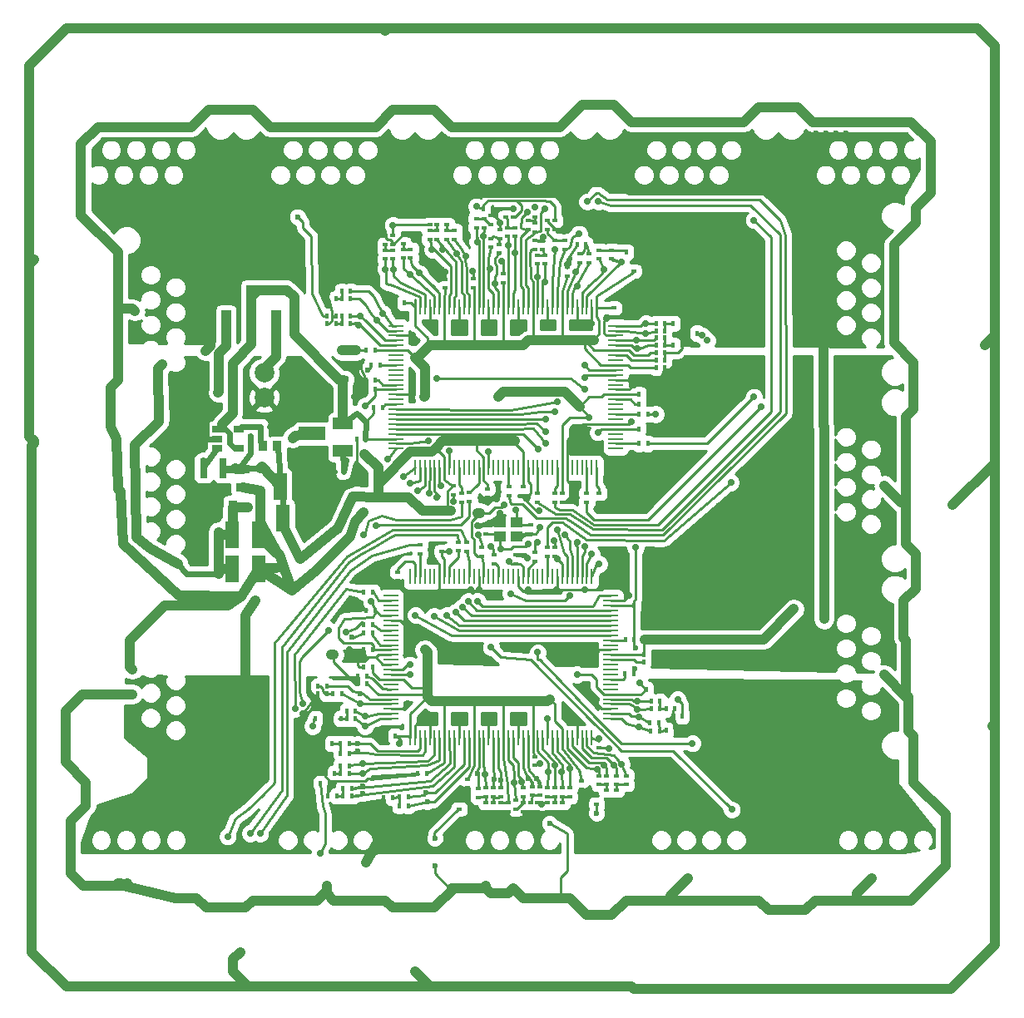
<source format=gtl>
G04 #@! TF.FileFunction,Copper,L1,Top,Signal*
%FSLAX46Y46*%
G04 Gerber Fmt 4.6, Leading zero omitted, Abs format (unit mm)*
G04 Created by KiCad (PCBNEW 4.0.2+e4-6225~38~ubuntu14.04.1-stable) date Thu 11 Aug 2016 08:52:07 PM PDT*
%MOMM*%
G01*
G04 APERTURE LIST*
%ADD10C,0.150000*%
%ADD11C,0.600000*%
%ADD12R,0.400000X0.600000*%
%ADD13R,1.397000X0.889000*%
%ADD14R,1.200000X1.100000*%
%ADD15R,0.889000X1.397000*%
%ADD16R,1.000000X0.700000*%
%ADD17R,0.800000X2.000000*%
%ADD18R,0.280000X1.500000*%
%ADD19R,1.500000X0.280000*%
%ADD20R,0.899160X1.000760*%
%ADD21R,2.700000X1.350000*%
%ADD22R,1.350000X2.700000*%
%ADD23R,2.000000X1.250000*%
%ADD24C,2.000000*%
%ADD25R,0.600000X0.400000*%
%ADD26R,1.000000X2.540000*%
%ADD27C,0.700000*%
%ADD28C,0.250000*%
%ADD29C,1.000000*%
%ADD30C,0.600000*%
%ADD31C,0.800000*%
%ADD32C,0.254000*%
G04 APERTURE END LIST*
D10*
D11*
X96900000Y-134800000D03*
X95900000Y-134800000D03*
X148900000Y-136800000D03*
X148900000Y-135800000D03*
X142400000Y-73300000D03*
X141400000Y-73300000D03*
X145400000Y-69300000D03*
X145400000Y-68300000D03*
X144400000Y-68300000D03*
X148400000Y-67300000D03*
X149400000Y-67300000D03*
X148400000Y-68300000D03*
X146400000Y-71300000D03*
X147400000Y-71300000D03*
X146400000Y-72300000D03*
X147400000Y-72300000D03*
X172100000Y-76100000D03*
X173100000Y-76100000D03*
X173100000Y-75100000D03*
X172100000Y-75100000D03*
X172100000Y-77100000D03*
X173100000Y-77100000D03*
X173100000Y-78100000D03*
X172100000Y-78100000D03*
X165100000Y-74600000D03*
X164100000Y-74600000D03*
X164100000Y-71600000D03*
X164100000Y-73600000D03*
X164100000Y-72600000D03*
X166100000Y-72600000D03*
X165100000Y-72600000D03*
X166100000Y-73600000D03*
X165100000Y-73600000D03*
X166100000Y-71600000D03*
X165100000Y-71600000D03*
X170100000Y-66600000D03*
X169100000Y-66600000D03*
X167100000Y-67600000D03*
X166100000Y-67600000D03*
X167100000Y-66600000D03*
X168100000Y-66600000D03*
X166100000Y-66600000D03*
X165100000Y-68600000D03*
X167100000Y-68600000D03*
X166100000Y-68600000D03*
X165100000Y-70600000D03*
X166100000Y-70600000D03*
X165100000Y-69600000D03*
X167100000Y-69600000D03*
X166100000Y-69600000D03*
X162100000Y-72700000D03*
X163100000Y-72700000D03*
X162100000Y-71700000D03*
X163100000Y-71700000D03*
X163100000Y-69600000D03*
X164100000Y-69600000D03*
X162100000Y-69600000D03*
X163100000Y-70600000D03*
X164100000Y-70600000D03*
X162100000Y-70600000D03*
X163100000Y-68600000D03*
X164100000Y-68600000D03*
X162100000Y-68600000D03*
X147650000Y-100300000D03*
X147650000Y-102550000D03*
X146650000Y-102550000D03*
X147650000Y-101550000D03*
X146650000Y-101550000D03*
X146650000Y-103550000D03*
X147650000Y-103550000D03*
X147650000Y-104550000D03*
X150650000Y-103550000D03*
X149650000Y-103550000D03*
X150650000Y-102550000D03*
X149650000Y-102550000D03*
X153650000Y-99550000D03*
X152650000Y-99550000D03*
X152650000Y-100550000D03*
X153650000Y-100550000D03*
X149650000Y-100550000D03*
X151650000Y-100550000D03*
X150650000Y-100550000D03*
X150650000Y-99550000D03*
X151650000Y-99550000D03*
X149650000Y-99550000D03*
X149650000Y-101550000D03*
X151650000Y-101550000D03*
X150650000Y-101550000D03*
X147400000Y-70300000D03*
X146400000Y-70300000D03*
X146400000Y-68300000D03*
X147400000Y-68300000D03*
X147400000Y-69300000D03*
X146400000Y-69300000D03*
X141400000Y-71300000D03*
X142400000Y-71300000D03*
X142400000Y-70300000D03*
X141400000Y-70300000D03*
X141400000Y-72300000D03*
X142400000Y-72300000D03*
X127900000Y-71300000D03*
X128900000Y-71300000D03*
X128900000Y-70300000D03*
X127900000Y-70300000D03*
X129900000Y-69300000D03*
X129900000Y-68300000D03*
X127900000Y-68300000D03*
X126900000Y-68300000D03*
X128900000Y-68300000D03*
X128900000Y-69300000D03*
X127900000Y-69300000D03*
X126900000Y-69300000D03*
X124400000Y-73800000D03*
X124400000Y-72800000D03*
X122400000Y-72800000D03*
X123400000Y-72800000D03*
X120400000Y-72800000D03*
X121400000Y-72800000D03*
X116400000Y-72800000D03*
X115400000Y-72800000D03*
X117400000Y-72800000D03*
X114400000Y-72800000D03*
X116400000Y-75800000D03*
X116400000Y-73800000D03*
X115400000Y-73800000D03*
X117400000Y-73800000D03*
X117400000Y-74800000D03*
X116400000Y-74800000D03*
X115400000Y-74800000D03*
X117400000Y-76800000D03*
X118400000Y-76800000D03*
X119400000Y-76800000D03*
X119400000Y-75800000D03*
X117400000Y-75800000D03*
X118400000Y-75800000D03*
X121400000Y-75800000D03*
X120400000Y-75800000D03*
X121400000Y-76800000D03*
X120400000Y-76800000D03*
X120400000Y-77800000D03*
X121400000Y-77800000D03*
X119400000Y-77800000D03*
X118400000Y-77800000D03*
X117400000Y-77800000D03*
X94400000Y-73300000D03*
X94900000Y-74300000D03*
X100900000Y-73300000D03*
X109900000Y-77300000D03*
X110900000Y-77300000D03*
X108900000Y-76300000D03*
X108900000Y-77300000D03*
X102900000Y-77300000D03*
X103900000Y-77300000D03*
X104900000Y-77300000D03*
X101900000Y-77300000D03*
X100900000Y-77300000D03*
X107900000Y-77300000D03*
X106900000Y-77300000D03*
X105900000Y-77300000D03*
X98900000Y-76300000D03*
X99900000Y-76300000D03*
X99900000Y-77300000D03*
X98900000Y-77300000D03*
X106900000Y-74300000D03*
X105900000Y-74300000D03*
X107900000Y-74300000D03*
X105900000Y-76300000D03*
X106900000Y-76300000D03*
X107900000Y-76300000D03*
X107900000Y-75300000D03*
X105900000Y-75300000D03*
X106900000Y-75300000D03*
X100900000Y-76300000D03*
X101900000Y-76300000D03*
X100900000Y-75300000D03*
X101900000Y-75300000D03*
X103900000Y-75300000D03*
X102900000Y-75300000D03*
X104900000Y-75300000D03*
X104900000Y-76300000D03*
X103900000Y-76300000D03*
X102900000Y-76300000D03*
X104900000Y-74300000D03*
X102900000Y-74300000D03*
X103900000Y-74300000D03*
X101900000Y-74300000D03*
X100900000Y-74300000D03*
X95900000Y-73300000D03*
X96900000Y-73300000D03*
X98900000Y-73300000D03*
X97900000Y-73300000D03*
X99900000Y-73300000D03*
X97900000Y-75300000D03*
X98900000Y-75300000D03*
X99900000Y-75300000D03*
X99900000Y-74300000D03*
X97900000Y-74300000D03*
X98900000Y-74300000D03*
X96900000Y-74300000D03*
X95900000Y-74300000D03*
X96900000Y-75300000D03*
X95900000Y-75300000D03*
X109900000Y-128300000D03*
X103900000Y-124300000D03*
X104900000Y-124300000D03*
X105900000Y-128300000D03*
X106900000Y-128300000D03*
X105900000Y-127300000D03*
X106900000Y-127300000D03*
X107900000Y-127300000D03*
X107900000Y-128300000D03*
X104900000Y-128300000D03*
X103900000Y-128300000D03*
X103900000Y-127300000D03*
X104900000Y-127300000D03*
X104900000Y-125300000D03*
X103900000Y-125300000D03*
X103900000Y-126300000D03*
X104900000Y-126300000D03*
X107900000Y-126300000D03*
X105900000Y-125300000D03*
X106900000Y-126300000D03*
X105900000Y-126300000D03*
X97900000Y-128300000D03*
X98900000Y-128300000D03*
X97900000Y-127300000D03*
X99900000Y-128300000D03*
X105900000Y-130300000D03*
X106900000Y-130300000D03*
X105900000Y-129300000D03*
X106900000Y-129300000D03*
X108900000Y-129300000D03*
X107900000Y-129300000D03*
X110900000Y-129300000D03*
X109900000Y-129300000D03*
X109900000Y-130300000D03*
X110900000Y-130300000D03*
X108900000Y-130300000D03*
X107900000Y-130300000D03*
X101900000Y-130300000D03*
X102900000Y-130300000D03*
X104900000Y-130300000D03*
X103900000Y-130300000D03*
X103900000Y-129300000D03*
X104900000Y-129300000D03*
X101900000Y-129300000D03*
X102900000Y-129300000D03*
X100900000Y-129300000D03*
X99900000Y-129300000D03*
X100900000Y-130300000D03*
X99900000Y-130300000D03*
X100900000Y-133800000D03*
X97900000Y-134800000D03*
X99900000Y-133800000D03*
X98900000Y-133800000D03*
X99900000Y-134800000D03*
X98900000Y-134800000D03*
X99900000Y-132300000D03*
X100900000Y-132300000D03*
X99900000Y-131300000D03*
X100900000Y-131300000D03*
X102900000Y-131300000D03*
X101900000Y-131300000D03*
X104900000Y-131300000D03*
X103900000Y-131300000D03*
X103900000Y-132300000D03*
X104900000Y-132300000D03*
X102900000Y-132300000D03*
X101900000Y-132300000D03*
X107900000Y-132300000D03*
X108900000Y-132300000D03*
X110900000Y-132300000D03*
X109900000Y-132300000D03*
X109900000Y-131300000D03*
X110900000Y-131300000D03*
X107900000Y-131300000D03*
X108900000Y-131300000D03*
X106900000Y-131300000D03*
X105900000Y-131300000D03*
X106900000Y-132300000D03*
X105900000Y-132300000D03*
X93900000Y-136800000D03*
X94900000Y-136800000D03*
X93900000Y-135800000D03*
X94900000Y-135800000D03*
X96900000Y-135800000D03*
X95900000Y-135800000D03*
X98900000Y-135800000D03*
X97900000Y-135800000D03*
X97900000Y-136800000D03*
X96900000Y-136800000D03*
X95900000Y-136800000D03*
X151900000Y-136800000D03*
X152900000Y-136800000D03*
X154900000Y-136800000D03*
X153900000Y-136800000D03*
X156900000Y-136800000D03*
X155900000Y-136800000D03*
X153900000Y-135800000D03*
X154900000Y-135800000D03*
X156900000Y-135800000D03*
X155900000Y-135800000D03*
X151900000Y-135800000D03*
X152900000Y-135800000D03*
X150900000Y-135800000D03*
X149900000Y-135800000D03*
X150900000Y-136800000D03*
X149900000Y-136800000D03*
X166650000Y-115550000D03*
X166650000Y-116550000D03*
X165650000Y-116550000D03*
X164650000Y-117550000D03*
X165650000Y-117550000D03*
X166650000Y-117550000D03*
X165650000Y-118550000D03*
X166650000Y-118550000D03*
X164650000Y-118550000D03*
X163650000Y-118550000D03*
X168650000Y-118550000D03*
X167650000Y-118550000D03*
X167650000Y-117550000D03*
X167650000Y-119550000D03*
X168650000Y-119550000D03*
X167650000Y-120550000D03*
X168650000Y-120550000D03*
X163650000Y-120550000D03*
X164650000Y-120550000D03*
X166650000Y-120550000D03*
X165650000Y-120550000D03*
X163650000Y-119550000D03*
X166650000Y-119550000D03*
X165650000Y-119550000D03*
X164650000Y-119550000D03*
X152650000Y-119550000D03*
X154650000Y-119550000D03*
X153650000Y-119550000D03*
X157650000Y-119550000D03*
X158650000Y-119550000D03*
X156650000Y-119550000D03*
X155650000Y-119550000D03*
X160650000Y-119550000D03*
X161650000Y-119550000D03*
X162650000Y-119550000D03*
X159650000Y-119550000D03*
X158650000Y-120550000D03*
X161650000Y-120550000D03*
X162650000Y-120550000D03*
X160650000Y-120550000D03*
X159650000Y-120550000D03*
X154650000Y-120550000D03*
X155650000Y-120550000D03*
X157650000Y-120550000D03*
X156650000Y-120550000D03*
X152650000Y-120550000D03*
X153650000Y-120550000D03*
X157150000Y-116550000D03*
X160150000Y-116550000D03*
X161150000Y-116550000D03*
X159150000Y-116550000D03*
X158150000Y-116550000D03*
X153150000Y-116550000D03*
X154150000Y-116550000D03*
X156150000Y-116550000D03*
X155150000Y-116550000D03*
X151150000Y-116550000D03*
X152150000Y-116550000D03*
X150150000Y-116550000D03*
X151150000Y-115550000D03*
X153150000Y-115550000D03*
X152150000Y-115550000D03*
X156150000Y-115550000D03*
X157150000Y-115550000D03*
X155150000Y-115550000D03*
X154150000Y-115550000D03*
X159150000Y-115550000D03*
X160150000Y-115550000D03*
X162150000Y-115550000D03*
X161150000Y-115550000D03*
X158150000Y-115550000D03*
X158500000Y-103500000D03*
X159150000Y-104550000D03*
X157150000Y-104550000D03*
X158150000Y-104550000D03*
X156150000Y-105550000D03*
X158150000Y-105550000D03*
X157150000Y-105550000D03*
X160150000Y-105550000D03*
X159150000Y-105550000D03*
X159150000Y-106550000D03*
X160150000Y-106550000D03*
X161150000Y-106550000D03*
X157150000Y-106550000D03*
X158150000Y-106550000D03*
X156150000Y-106550000D03*
X155150000Y-106550000D03*
X150150000Y-113550000D03*
X150150000Y-111550000D03*
X150150000Y-112550000D03*
X150150000Y-110550000D03*
X150150000Y-109550000D03*
X154150000Y-108550000D03*
X153150000Y-108550000D03*
X151150000Y-109550000D03*
X152150000Y-109550000D03*
X154150000Y-109550000D03*
X153150000Y-109550000D03*
X153150000Y-110550000D03*
X154150000Y-110550000D03*
X152150000Y-110550000D03*
X151150000Y-110550000D03*
X166150000Y-112550000D03*
X166150000Y-111550000D03*
X165150000Y-110550000D03*
X165150000Y-111550000D03*
X165150000Y-112550000D03*
X164150000Y-112550000D03*
X164150000Y-111550000D03*
X164150000Y-113550000D03*
X164150000Y-110550000D03*
X164150000Y-109550000D03*
X163150000Y-108550000D03*
X163150000Y-109550000D03*
X163150000Y-110550000D03*
X159150000Y-114550000D03*
X162150000Y-114550000D03*
X163150000Y-114550000D03*
X161150000Y-114550000D03*
X160150000Y-114550000D03*
X160150000Y-113550000D03*
X161150000Y-113550000D03*
X163150000Y-113550000D03*
X162150000Y-113550000D03*
X159150000Y-113550000D03*
X159150000Y-111550000D03*
X162150000Y-111550000D03*
X163150000Y-111550000D03*
X161150000Y-111550000D03*
X160150000Y-111550000D03*
X160150000Y-112550000D03*
X161150000Y-112550000D03*
X163150000Y-112550000D03*
X162150000Y-112550000D03*
X159150000Y-112550000D03*
X155150000Y-110550000D03*
X156150000Y-110550000D03*
X158150000Y-110550000D03*
X157150000Y-110550000D03*
X161150000Y-110550000D03*
X162150000Y-110550000D03*
X160150000Y-110550000D03*
X159150000Y-110550000D03*
X159150000Y-109550000D03*
X160150000Y-109550000D03*
X162150000Y-109550000D03*
X161150000Y-109550000D03*
X157150000Y-109550000D03*
X158150000Y-109550000D03*
X156150000Y-109550000D03*
X155150000Y-109550000D03*
X155150000Y-107550000D03*
X156150000Y-107550000D03*
X158150000Y-107550000D03*
X157150000Y-107550000D03*
X161150000Y-107550000D03*
X162150000Y-107550000D03*
X160150000Y-107550000D03*
X159150000Y-107550000D03*
X159150000Y-108550000D03*
X160150000Y-108550000D03*
X162150000Y-108550000D03*
X161150000Y-108550000D03*
X157150000Y-108550000D03*
X158150000Y-108550000D03*
X156150000Y-108550000D03*
X155150000Y-108550000D03*
X151150000Y-112550000D03*
X152150000Y-112550000D03*
X154150000Y-112550000D03*
X153150000Y-112550000D03*
X157150000Y-112550000D03*
X158150000Y-112550000D03*
X156150000Y-112550000D03*
X155150000Y-112550000D03*
X155150000Y-111550000D03*
X156150000Y-111550000D03*
X158150000Y-111550000D03*
X157150000Y-111550000D03*
X153150000Y-111550000D03*
X154150000Y-111550000D03*
X152150000Y-111550000D03*
X151150000Y-111550000D03*
X151150000Y-113550000D03*
X152150000Y-113550000D03*
X154150000Y-113550000D03*
X153150000Y-113550000D03*
X157150000Y-113550000D03*
X158150000Y-113550000D03*
X156150000Y-113550000D03*
X155150000Y-113550000D03*
X155150000Y-114550000D03*
X156150000Y-114550000D03*
X158150000Y-114550000D03*
X157150000Y-114550000D03*
X153150000Y-114550000D03*
X154150000Y-114550000D03*
X152150000Y-114550000D03*
X158400000Y-131300000D03*
X159400000Y-131300000D03*
X160400000Y-131300000D03*
X160400000Y-130300000D03*
X158400000Y-130300000D03*
X159400000Y-130300000D03*
X157400000Y-130300000D03*
X156400000Y-130300000D03*
X157400000Y-131300000D03*
X156400000Y-131300000D03*
X161900000Y-131800000D03*
X162900000Y-131800000D03*
X161900000Y-130800000D03*
X162900000Y-130800000D03*
X164900000Y-130800000D03*
X163900000Y-130800000D03*
X167900000Y-130800000D03*
X168900000Y-130800000D03*
X166900000Y-130800000D03*
X165900000Y-130800000D03*
X169900000Y-130800000D03*
X171900000Y-130800000D03*
X170900000Y-130800000D03*
X172900000Y-131800000D03*
X171900000Y-131800000D03*
X167900000Y-131800000D03*
X168900000Y-131800000D03*
X170900000Y-131800000D03*
X169900000Y-131800000D03*
X165900000Y-131800000D03*
X166900000Y-131800000D03*
X164900000Y-131800000D03*
X163900000Y-131800000D03*
X176900000Y-135800000D03*
X172900000Y-135800000D03*
X173900000Y-135800000D03*
X175900000Y-135800000D03*
X174900000Y-135800000D03*
X170900000Y-135800000D03*
X171900000Y-135800000D03*
X169900000Y-135800000D03*
X168900000Y-135800000D03*
X169900000Y-136800000D03*
X170900000Y-136800000D03*
X172900000Y-136800000D03*
X171900000Y-136800000D03*
X175900000Y-136800000D03*
X176900000Y-136800000D03*
X174900000Y-136800000D03*
X173900000Y-136800000D03*
X175900000Y-134800000D03*
X174900000Y-134800000D03*
X170900000Y-134800000D03*
X171900000Y-134800000D03*
X173900000Y-134800000D03*
X172900000Y-134800000D03*
X168900000Y-134800000D03*
X169900000Y-134800000D03*
X167900000Y-134800000D03*
X166900000Y-134800000D03*
X165900000Y-133800000D03*
X166900000Y-133800000D03*
X168900000Y-133800000D03*
X167900000Y-133800000D03*
X171900000Y-133800000D03*
X172900000Y-133800000D03*
X170900000Y-133800000D03*
X169900000Y-133800000D03*
X173900000Y-133800000D03*
X174900000Y-133800000D03*
X172900000Y-132800000D03*
X173900000Y-132800000D03*
X171900000Y-132800000D03*
X167900000Y-132800000D03*
X168900000Y-132800000D03*
X170900000Y-132800000D03*
X169900000Y-132800000D03*
X165900000Y-132800000D03*
X166900000Y-132800000D03*
X164900000Y-132800000D03*
X114400000Y-132050000D03*
X114400000Y-131050000D03*
X115250000Y-131750000D03*
X146650000Y-100300000D03*
X151150000Y-114550000D03*
X163900000Y-132800000D03*
D12*
X118225000Y-83525000D03*
X117325000Y-83525000D03*
D13*
X108750000Y-100797500D03*
X108750000Y-102702500D03*
D14*
X134900000Y-107700000D03*
X136600000Y-107700000D03*
X134900000Y-106300000D03*
X136600000Y-106300000D03*
D15*
X105797500Y-104750000D03*
X107702500Y-104750000D03*
D16*
X106150000Y-96800000D03*
X106150000Y-97750000D03*
X106150000Y-98700000D03*
X108350000Y-98700000D03*
X108350000Y-96800040D03*
D17*
X106750000Y-100750000D03*
X104750000Y-100750000D03*
D18*
X144750000Y-84300000D03*
X144250000Y-84300000D03*
X143750000Y-84300000D03*
X143250000Y-84300000D03*
X142750000Y-84300000D03*
X142250000Y-84300000D03*
X141750000Y-84300000D03*
X141250000Y-84300000D03*
X140750000Y-84300000D03*
X140250000Y-84300000D03*
X139750000Y-84300000D03*
X139250000Y-84300000D03*
X138750000Y-84300000D03*
X138250000Y-84300000D03*
X137750000Y-84300000D03*
X137250000Y-84300000D03*
X136750000Y-84300000D03*
X136250000Y-84300000D03*
X135750000Y-84300000D03*
X135250000Y-84300000D03*
X134750000Y-84300000D03*
X134250000Y-84300000D03*
X133750000Y-84300000D03*
X133250000Y-84300000D03*
X132750000Y-84300000D03*
X132250000Y-84300000D03*
X131750000Y-84300000D03*
X131250000Y-84300000D03*
X130750000Y-84300000D03*
X130250000Y-84300000D03*
X129750000Y-84300000D03*
X129250000Y-84300000D03*
X128750000Y-84300000D03*
X128250000Y-84300000D03*
X127750000Y-84300000D03*
X127250000Y-84300000D03*
X126750000Y-84300000D03*
X126250000Y-84300000D03*
D19*
X124300000Y-86250000D03*
X124300000Y-86750000D03*
X124300000Y-87250000D03*
X124300000Y-87750000D03*
X124300000Y-88250000D03*
X124300000Y-88750000D03*
X124300000Y-89250000D03*
X124300000Y-89750000D03*
X124300000Y-90250000D03*
X124300000Y-90750000D03*
X124300000Y-91250000D03*
X124300000Y-91750000D03*
X124300000Y-92250000D03*
X124300000Y-92750000D03*
X124300000Y-93250000D03*
X124300000Y-93750000D03*
X124300000Y-94250000D03*
X124300000Y-94750000D03*
X124300000Y-95250000D03*
X124300000Y-95750000D03*
X124300000Y-96250000D03*
X124300000Y-96750000D03*
X124300000Y-97250000D03*
X124300000Y-97750000D03*
X124300000Y-98250000D03*
X124300000Y-98750000D03*
D18*
X126250000Y-100700000D03*
X126750000Y-100700000D03*
X127250000Y-100700000D03*
X127750000Y-100700000D03*
X128250000Y-100700000D03*
X128750000Y-100700000D03*
X129250000Y-100700000D03*
X129750000Y-100700000D03*
X130250000Y-100700000D03*
X130750000Y-100700000D03*
X131250000Y-100700000D03*
X131750000Y-100700000D03*
X132250000Y-100700000D03*
X132750000Y-100700000D03*
X133250000Y-100700000D03*
X133750000Y-100700000D03*
X134250000Y-100700000D03*
X134750000Y-100700000D03*
X135250000Y-100700000D03*
X135750000Y-100700000D03*
X136250000Y-100700000D03*
X136750000Y-100700000D03*
X137250000Y-100700000D03*
X137750000Y-100700000D03*
X138250000Y-100700000D03*
X138750000Y-100700000D03*
X139250000Y-100700000D03*
X139750000Y-100700000D03*
X140250000Y-100700000D03*
X140750000Y-100700000D03*
X141250000Y-100700000D03*
X141750000Y-100700000D03*
X142250000Y-100700000D03*
X142750000Y-100700000D03*
X143250000Y-100700000D03*
X143750000Y-100700000D03*
X144250000Y-100700000D03*
X144750000Y-100700000D03*
D19*
X146700000Y-98750000D03*
X146700000Y-98250000D03*
X146700000Y-97750000D03*
X146700000Y-97250000D03*
X146700000Y-96750000D03*
X146700000Y-96250000D03*
X146700000Y-95750000D03*
X146700000Y-95250000D03*
X146700000Y-94750000D03*
X146700000Y-94250000D03*
X146700000Y-93750000D03*
X146700000Y-93250000D03*
X146700000Y-92750000D03*
X146700000Y-92250000D03*
X146700000Y-91750000D03*
X146700000Y-91250000D03*
X146700000Y-90750000D03*
X146700000Y-90250000D03*
X146700000Y-89750000D03*
X146700000Y-89250000D03*
X146700000Y-88750000D03*
X146700000Y-88250000D03*
X146700000Y-87750000D03*
X146700000Y-87250000D03*
X146700000Y-86750000D03*
X146700000Y-86250000D03*
D18*
X125750000Y-128200000D03*
X126250000Y-128200000D03*
X126750000Y-128200000D03*
X127250000Y-128200000D03*
X127750000Y-128200000D03*
X128250000Y-128200000D03*
X128750000Y-128200000D03*
X129250000Y-128200000D03*
X129750000Y-128200000D03*
X130250000Y-128200000D03*
X130750000Y-128200000D03*
X131250000Y-128200000D03*
X131750000Y-128200000D03*
X132250000Y-128200000D03*
X132750000Y-128200000D03*
X133250000Y-128200000D03*
X133750000Y-128200000D03*
X134250000Y-128200000D03*
X134750000Y-128200000D03*
X135250000Y-128200000D03*
X135750000Y-128200000D03*
X136250000Y-128200000D03*
X136750000Y-128200000D03*
X137250000Y-128200000D03*
X137750000Y-128200000D03*
X138250000Y-128200000D03*
X138750000Y-128200000D03*
X139250000Y-128200000D03*
X139750000Y-128200000D03*
X140250000Y-128200000D03*
X140750000Y-128200000D03*
X141250000Y-128200000D03*
X141750000Y-128200000D03*
X142250000Y-128200000D03*
X142750000Y-128200000D03*
X143250000Y-128200000D03*
X143750000Y-128200000D03*
X144250000Y-128200000D03*
D19*
X146200000Y-126250000D03*
X146200000Y-125750000D03*
X146200000Y-125250000D03*
X146200000Y-124750000D03*
X146200000Y-124250000D03*
X146200000Y-123750000D03*
X146200000Y-123250000D03*
X146200000Y-122750000D03*
X146200000Y-122250000D03*
X146200000Y-121750000D03*
X146200000Y-121250000D03*
X146200000Y-120750000D03*
X146200000Y-120250000D03*
X146200000Y-119750000D03*
X146200000Y-119250000D03*
X146200000Y-118750000D03*
X146200000Y-118250000D03*
X146200000Y-117750000D03*
X146200000Y-117250000D03*
X146200000Y-116750000D03*
X146200000Y-116250000D03*
X146200000Y-115750000D03*
X146200000Y-115250000D03*
X146200000Y-114750000D03*
X146200000Y-114250000D03*
X146200000Y-113750000D03*
D18*
X144250000Y-111800000D03*
X143750000Y-111800000D03*
X143250000Y-111800000D03*
X142750000Y-111800000D03*
X142250000Y-111800000D03*
X141750000Y-111800000D03*
X141250000Y-111800000D03*
X140750000Y-111800000D03*
X140250000Y-111800000D03*
X139750000Y-111800000D03*
X139250000Y-111800000D03*
X138750000Y-111800000D03*
X138250000Y-111800000D03*
X137750000Y-111800000D03*
X137250000Y-111800000D03*
X136750000Y-111800000D03*
X136250000Y-111800000D03*
X135750000Y-111800000D03*
X135250000Y-111800000D03*
X134750000Y-111800000D03*
X134250000Y-111800000D03*
X133750000Y-111800000D03*
X133250000Y-111800000D03*
X132750000Y-111800000D03*
X132250000Y-111800000D03*
X131750000Y-111800000D03*
X131250000Y-111800000D03*
X130750000Y-111800000D03*
X130250000Y-111800000D03*
X129750000Y-111800000D03*
X129250000Y-111800000D03*
X128750000Y-111800000D03*
X128250000Y-111800000D03*
X127750000Y-111800000D03*
X127250000Y-111800000D03*
X126750000Y-111800000D03*
X126250000Y-111800000D03*
X125750000Y-111800000D03*
D19*
X123800000Y-113750000D03*
X123800000Y-114250000D03*
X123800000Y-114750000D03*
X123800000Y-115250000D03*
X123800000Y-115750000D03*
X123800000Y-116250000D03*
X123800000Y-116750000D03*
X123800000Y-117250000D03*
X123800000Y-117750000D03*
X123800000Y-118250000D03*
X123800000Y-118750000D03*
X123800000Y-119250000D03*
X123800000Y-119750000D03*
X123800000Y-120250000D03*
X123800000Y-120750000D03*
X123800000Y-121250000D03*
X123800000Y-121750000D03*
X123800000Y-122250000D03*
X123800000Y-122750000D03*
X123800000Y-123250000D03*
X123800000Y-123750000D03*
X123800000Y-124250000D03*
X123800000Y-124750000D03*
X123800000Y-125250000D03*
X123800000Y-125750000D03*
X123800000Y-126250000D03*
D20*
X110748160Y-98500000D03*
X112251840Y-98500000D03*
D21*
X115800000Y-97225000D03*
X115800000Y-99975000D03*
D22*
X112525000Y-102600000D03*
X115275000Y-102600000D03*
X110375000Y-111000000D03*
X107625000Y-111000000D03*
X112825000Y-105800000D03*
X115575000Y-105800000D03*
X110375000Y-107500000D03*
X107625000Y-107500000D03*
D23*
X118900000Y-96225000D03*
X118900000Y-98975000D03*
D24*
X110900000Y-93550000D03*
X110900000Y-91050000D03*
D12*
X151850000Y-127400000D03*
X152750000Y-127400000D03*
X151800000Y-125250000D03*
X152700000Y-125250000D03*
X153450000Y-126000000D03*
X152550000Y-126000000D03*
D25*
X145750000Y-133550000D03*
X145750000Y-134450000D03*
X146750000Y-133550000D03*
X146750000Y-134450000D03*
X144750000Y-134950000D03*
X144750000Y-134050000D03*
X140500000Y-134800000D03*
X140500000Y-135700000D03*
X141250000Y-134800000D03*
X141250000Y-135700000D03*
X139750000Y-134800000D03*
X139750000Y-135700000D03*
X137250000Y-134800000D03*
X137250000Y-135700000D03*
X138000000Y-134800000D03*
X138000000Y-135700000D03*
X138750000Y-134800000D03*
X138750000Y-135700000D03*
X133500000Y-134800000D03*
X133500000Y-135700000D03*
X134250000Y-134800000D03*
X134250000Y-135700000D03*
X135000000Y-134800000D03*
X135000000Y-135700000D03*
D12*
X118306000Y-134112000D03*
X117406000Y-134112000D03*
X123950000Y-134300000D03*
X123050000Y-134300000D03*
D25*
X130750000Y-135450000D03*
X130750000Y-134550000D03*
D12*
X117798000Y-128778000D03*
X116898000Y-128778000D03*
X118052000Y-131826000D03*
X117152000Y-131826000D03*
X116644000Y-132842000D03*
X117544000Y-132842000D03*
X117290000Y-123698000D03*
X116390000Y-123698000D03*
X118700000Y-126250000D03*
X117800000Y-126250000D03*
X116136000Y-126238000D03*
X117036000Y-126238000D03*
X118225000Y-86050000D03*
X117325000Y-86050000D03*
X117325000Y-85275000D03*
X118225000Y-85275000D03*
D25*
X125050000Y-77900000D03*
X125050000Y-77000000D03*
X123250000Y-77950000D03*
X123250000Y-77050000D03*
X124000000Y-77050000D03*
X124000000Y-77950000D03*
X129500000Y-75950000D03*
X129500000Y-75050000D03*
X128500000Y-75950000D03*
X128500000Y-75050000D03*
X127750000Y-75950000D03*
X127750000Y-75050000D03*
X134900000Y-77350000D03*
X134900000Y-76450000D03*
X134000000Y-75950000D03*
X134000000Y-75050000D03*
D12*
X133250000Y-74300000D03*
X134150000Y-74300000D03*
D25*
X138500000Y-75150000D03*
X138500000Y-74250000D03*
X135500000Y-75200000D03*
X135500000Y-74300000D03*
X136250000Y-75200000D03*
X136250000Y-74300000D03*
X139750000Y-76450000D03*
X139750000Y-75550000D03*
X139250000Y-78450000D03*
X139250000Y-77550000D03*
X140500000Y-75550000D03*
X140500000Y-76450000D03*
D12*
X147800000Y-78750000D03*
X148700000Y-78750000D03*
X143650000Y-78000000D03*
X142750000Y-78000000D03*
D25*
X148500000Y-80700000D03*
X148500000Y-79800000D03*
D12*
X121200000Y-97750000D03*
X120300000Y-97750000D03*
D25*
X133500000Y-107450000D03*
X133500000Y-106550000D03*
X138000000Y-107450000D03*
X138000000Y-106550000D03*
D12*
X122200000Y-92750000D03*
X121300000Y-92750000D03*
D25*
X146500000Y-84450000D03*
X146500000Y-83550000D03*
X130200000Y-102550000D03*
X130200000Y-103450000D03*
X141750000Y-81200000D03*
X141750000Y-80300000D03*
X133600000Y-102850000D03*
X133600000Y-103750000D03*
X138500000Y-78450000D03*
X138500000Y-77550000D03*
X137300000Y-102650000D03*
X137300000Y-103550000D03*
X135200000Y-81850000D03*
X135200000Y-80950000D03*
X141250000Y-103300000D03*
X141250000Y-104200000D03*
X132200000Y-82350000D03*
X132200000Y-81450000D03*
D12*
X149050000Y-96750000D03*
X149950000Y-96750000D03*
D25*
X129300000Y-82400000D03*
X129300000Y-81500000D03*
D12*
X149050000Y-93250000D03*
X149950000Y-93250000D03*
X125150000Y-83900000D03*
X124250000Y-83900000D03*
X150800000Y-90500000D03*
X151700000Y-90500000D03*
X122200000Y-88750000D03*
X121300000Y-88750000D03*
X150800000Y-89000000D03*
X151700000Y-89000000D03*
X149550000Y-119750000D03*
X150450000Y-119750000D03*
X124200000Y-128000000D03*
X123300000Y-128000000D03*
D25*
X140500000Y-109700000D03*
X140500000Y-108800000D03*
D12*
X127450000Y-131826000D03*
X126550000Y-131826000D03*
D25*
X136500000Y-110450000D03*
X136500000Y-109550000D03*
X131572000Y-132392000D03*
X131572000Y-133292000D03*
X133000000Y-109700000D03*
X133000000Y-108800000D03*
X135750000Y-134800000D03*
X135750000Y-135700000D03*
X129000000Y-109250000D03*
X129000000Y-108350000D03*
X138430000Y-130106000D03*
X138430000Y-131006000D03*
D12*
X122200000Y-115200000D03*
X121300000Y-115200000D03*
D25*
X143200000Y-132550000D03*
X143200000Y-133450000D03*
D12*
X121950000Y-119250000D03*
X121050000Y-119250000D03*
D25*
X145000000Y-128300000D03*
X145000000Y-129200000D03*
D12*
X121950000Y-121000000D03*
X121050000Y-121000000D03*
X149800000Y-123250000D03*
X150700000Y-123250000D03*
X148550000Y-114750000D03*
X149450000Y-114750000D03*
X121354000Y-122682000D03*
X120454000Y-122682000D03*
X154950000Y-87000000D03*
X154050000Y-87000000D03*
X152550000Y-86000000D03*
X153450000Y-86000000D03*
X152550000Y-88250000D03*
X153450000Y-88250000D03*
X151700000Y-88250000D03*
X150800000Y-88250000D03*
X150800000Y-87500000D03*
X151700000Y-87500000D03*
X151700000Y-86000000D03*
X150800000Y-86000000D03*
X150800000Y-86750000D03*
X151700000Y-86750000D03*
X118950000Y-101100000D03*
X118050000Y-101100000D03*
X149050000Y-95250000D03*
X149950000Y-95250000D03*
X150800000Y-89750000D03*
X151700000Y-89750000D03*
X110550000Y-96500000D03*
X111450000Y-96500000D03*
X121354000Y-121920000D03*
X120454000Y-121920000D03*
D25*
X109500000Y-97450000D03*
X109500000Y-96550000D03*
X144000000Y-79850000D03*
X144000000Y-78950000D03*
X143000000Y-78950000D03*
X143000000Y-79850000D03*
X145000000Y-79450000D03*
X145000000Y-78550000D03*
X146250000Y-78550000D03*
X146250000Y-79450000D03*
X131000000Y-103300000D03*
X131000000Y-104200000D03*
D12*
X149550000Y-120500000D03*
X150450000Y-120500000D03*
D25*
X131800000Y-103250000D03*
X131800000Y-104150000D03*
X124500000Y-111300000D03*
X124500000Y-112200000D03*
X135800000Y-102650000D03*
X135800000Y-103550000D03*
D12*
X122200000Y-91750000D03*
X121300000Y-91750000D03*
D25*
X138750000Y-103300000D03*
X138750000Y-104200000D03*
X145000000Y-103300000D03*
X145000000Y-104200000D03*
X140500000Y-103300000D03*
X140500000Y-104200000D03*
X143750000Y-103300000D03*
X143750000Y-104200000D03*
D12*
X149050000Y-98250000D03*
X149950000Y-98250000D03*
D25*
X139500000Y-79950000D03*
X139500000Y-79050000D03*
X138700000Y-79050000D03*
X138700000Y-79950000D03*
X140500000Y-78450000D03*
X140500000Y-77550000D03*
X141500000Y-77550000D03*
X141500000Y-78450000D03*
X136400000Y-77150000D03*
X136400000Y-76250000D03*
X135650000Y-76250000D03*
X135650000Y-77150000D03*
X137750000Y-76450000D03*
X137750000Y-75550000D03*
X138500000Y-75800000D03*
X138500000Y-76700000D03*
X133300000Y-76250000D03*
X133300000Y-75350000D03*
X132500000Y-75350000D03*
X132500000Y-76250000D03*
X134000000Y-78250000D03*
X134000000Y-77350000D03*
X134800000Y-77950000D03*
X134800000Y-78850000D03*
X128500000Y-77450000D03*
X128500000Y-76550000D03*
X127750000Y-76550000D03*
X127750000Y-77450000D03*
X129500000Y-77450000D03*
X129500000Y-76550000D03*
X130250000Y-76550000D03*
X130250000Y-77450000D03*
X124000000Y-79450000D03*
X124000000Y-78550000D03*
X123250000Y-78550000D03*
X123250000Y-79450000D03*
X125050000Y-79350000D03*
X125050000Y-78450000D03*
X125800000Y-78450000D03*
X125800000Y-79350000D03*
D12*
X119700000Y-85275000D03*
X118800000Y-85275000D03*
X118800000Y-86050000D03*
X119700000Y-86050000D03*
X119700000Y-83525000D03*
X118800000Y-83525000D03*
X118800000Y-82750000D03*
X119700000Y-82750000D03*
X120200000Y-125500000D03*
X119300000Y-125500000D03*
X119300000Y-126250000D03*
X120200000Y-126250000D03*
X118814000Y-123698000D03*
X117914000Y-123698000D03*
X116390000Y-122936000D03*
X117290000Y-122936000D03*
D25*
X139750000Y-109700000D03*
X139750000Y-108800000D03*
X138500000Y-110200000D03*
X138500000Y-109300000D03*
X134300000Y-110450000D03*
X134300000Y-109550000D03*
X131500000Y-109200000D03*
X131500000Y-108300000D03*
X130700000Y-109150000D03*
X130700000Y-108250000D03*
X126750000Y-109450000D03*
X126750000Y-108550000D03*
D12*
X121950000Y-113350000D03*
X121050000Y-113350000D03*
X121950000Y-116650000D03*
X121050000Y-116650000D03*
X119576000Y-131064000D03*
X118676000Y-131064000D03*
X118676000Y-131826000D03*
X119576000Y-131826000D03*
X119576000Y-129794000D03*
X118676000Y-129794000D03*
X118676000Y-128778000D03*
X119576000Y-128778000D03*
X125550000Y-134200000D03*
X124650000Y-134200000D03*
X124650000Y-135100000D03*
X125550000Y-135100000D03*
X119830000Y-134112000D03*
X118930000Y-134112000D03*
X118930000Y-133350000D03*
X119830000Y-133350000D03*
D25*
X134250000Y-133300000D03*
X134250000Y-134200000D03*
X135000000Y-134200000D03*
X135000000Y-133300000D03*
X133500000Y-133300000D03*
X133500000Y-134200000D03*
X132700000Y-134250000D03*
X132700000Y-133350000D03*
X138176000Y-133154000D03*
X138176000Y-134054000D03*
X138938000Y-134054000D03*
X138938000Y-133154000D03*
X137250000Y-133300000D03*
X137250000Y-134200000D03*
X136500000Y-135450000D03*
X136500000Y-134550000D03*
X141250000Y-133300000D03*
X141250000Y-134200000D03*
X142000000Y-134200000D03*
X142000000Y-133300000D03*
X140500000Y-133300000D03*
X140500000Y-134200000D03*
X139750000Y-134200000D03*
X139750000Y-133300000D03*
X146750000Y-132050000D03*
X146750000Y-132950000D03*
X147750000Y-132950000D03*
X147750000Y-132050000D03*
X145750000Y-132050000D03*
X145750000Y-132950000D03*
X145000000Y-132950000D03*
X145000000Y-132050000D03*
D12*
X150300000Y-125250000D03*
X151200000Y-125250000D03*
X151200000Y-124500000D03*
X150300000Y-124500000D03*
X150150000Y-126700000D03*
X151050000Y-126700000D03*
X151150000Y-127500000D03*
X150250000Y-127500000D03*
X121050000Y-117550000D03*
X121950000Y-117550000D03*
X148500000Y-121650000D03*
X147600000Y-121650000D03*
X148550000Y-118200000D03*
X147650000Y-118200000D03*
X149950000Y-94200000D03*
X149050000Y-94200000D03*
X121800000Y-90250000D03*
X122700000Y-90250000D03*
X122050000Y-94550000D03*
X122950000Y-94550000D03*
D26*
X107010000Y-85920000D03*
X109550000Y-83380000D03*
X112090000Y-85920000D03*
D27*
X119600000Y-119250000D03*
D11*
X119850000Y-117900000D03*
X150950000Y-94000000D03*
D27*
X125750000Y-117500000D03*
X121000000Y-120000000D03*
X146800000Y-104200000D03*
X134900000Y-105300000D03*
X134600000Y-103900000D03*
X138900000Y-105100000D03*
X120600000Y-90400000D03*
X126000000Y-93250000D03*
X120100000Y-93500000D03*
X120300000Y-100900000D03*
X133700000Y-99100000D03*
X120500000Y-115000000D03*
X130200000Y-104100000D03*
X131900000Y-113100000D03*
X129700000Y-99000000D03*
X137700000Y-109900000D03*
X140400000Y-108100000D03*
X132800000Y-113100000D03*
X137800000Y-113100000D03*
X140700000Y-113100000D03*
X143500000Y-113150000D03*
X147250000Y-112750000D03*
X120250000Y-120000000D03*
X123250000Y-112250000D03*
X132700000Y-107500000D03*
X127600000Y-98000000D03*
X151500000Y-120500000D03*
X151500000Y-119750000D03*
X148000000Y-113750000D03*
X150250000Y-114750000D03*
X144500000Y-119250000D03*
X119900000Y-102200000D03*
X117250000Y-105000000D03*
X105500000Y-95500000D03*
X114000000Y-100450000D03*
X117600000Y-100700000D03*
X112500000Y-96500000D03*
X132600000Y-106600000D03*
X139000000Y-106750000D03*
X148500000Y-92250000D03*
X150750000Y-96750000D03*
X148250000Y-96000000D03*
X151000000Y-92100000D03*
X150750000Y-93250000D03*
X105750000Y-102750000D03*
X143500000Y-91500000D03*
X137750000Y-108500000D03*
X135000000Y-109000000D03*
X125750000Y-120750000D03*
X150750000Y-95250000D03*
X149750000Y-87000000D03*
X149750000Y-86000000D03*
X148750000Y-87750000D03*
X148900000Y-88600000D03*
X143500000Y-90250000D03*
X125750000Y-121750000D03*
X136500000Y-105000000D03*
D11*
X148600000Y-121150000D03*
X148700000Y-119050000D03*
X119200000Y-91600000D03*
X121400000Y-90800000D03*
D27*
X128500000Y-91600000D03*
X143500000Y-92750000D03*
X148700000Y-108800000D03*
D11*
X112251840Y-98500000D03*
X106200000Y-93050000D03*
D27*
X134750000Y-98000000D03*
X134750000Y-93500000D03*
X136000000Y-113500000D03*
X140750000Y-110000000D03*
X142000000Y-113750000D03*
X118300000Y-106900000D03*
X121800000Y-114300000D03*
X135300000Y-104500000D03*
X135800000Y-110200000D03*
X129700000Y-109200000D03*
X164800000Y-115100000D03*
X144000000Y-95600000D03*
X144900000Y-97100000D03*
X121100000Y-99300000D03*
X121200000Y-94400000D03*
X91250000Y-153500000D03*
X108500000Y-150000000D03*
X126250000Y-152000000D03*
X148250000Y-153500000D03*
X168500000Y-153750000D03*
X185000000Y-127000000D03*
X181000000Y-104500000D03*
X184250000Y-88250000D03*
X178750000Y-56000000D03*
X160250000Y-56000000D03*
X141250000Y-56000000D03*
X123250000Y-56250000D03*
X104500000Y-56000000D03*
X87500000Y-79500000D03*
X87250000Y-115500000D03*
X87500000Y-98250000D03*
X129900000Y-105100000D03*
X132600000Y-105300000D03*
X114600000Y-110000000D03*
X108000000Y-100750000D03*
X110500000Y-100750000D03*
D11*
X139954000Y-136906000D03*
X128270000Y-141224000D03*
X128270000Y-138430000D03*
X96000000Y-143000000D03*
X97000000Y-143000000D03*
D27*
X97500000Y-123750000D03*
D11*
X114300000Y-75150000D03*
X111450000Y-65900000D03*
X144750000Y-135850000D03*
D27*
X145000000Y-128250000D03*
X115824000Y-127000000D03*
X124700000Y-128800000D03*
X139100000Y-135000000D03*
X149100000Y-122600000D03*
X153000000Y-124300000D03*
X127000000Y-89000000D03*
X127199299Y-93499582D03*
X126250000Y-89500000D03*
X155500000Y-87250000D03*
X156000000Y-87750000D03*
X121000000Y-105250000D03*
X144500000Y-87750000D03*
X124000000Y-76000000D03*
X132500000Y-74100000D03*
X96266000Y-103124000D03*
X97750000Y-84750000D03*
X110500000Y-103000000D03*
X99000000Y-66000000D03*
X117500000Y-66000000D03*
X136250000Y-66000000D03*
X154750000Y-65500000D03*
X173000000Y-65500000D03*
X175000000Y-83750000D03*
X174000000Y-102500000D03*
X174000000Y-121750000D03*
X172750000Y-142500000D03*
X154000000Y-142500000D03*
X136250000Y-143500000D03*
X133500000Y-143250000D03*
X116586000Y-139954000D03*
X101854000Y-144526000D03*
X117250000Y-143250000D03*
X112850000Y-110850000D03*
X97500000Y-121250000D03*
X112250000Y-109300000D03*
X142750000Y-121750000D03*
X140000000Y-124250000D03*
X127250000Y-119250000D03*
X113700000Y-113200000D03*
X138800000Y-137500000D03*
X117750000Y-127250000D03*
X102150000Y-110500000D03*
X100500000Y-90200000D03*
X130100000Y-72700000D03*
X126600000Y-139100000D03*
X102500000Y-137000000D03*
X103500000Y-137000000D03*
X101500000Y-137000000D03*
X126000000Y-87250000D03*
X123750000Y-84000000D03*
X123250000Y-83250000D03*
X146000000Y-129250000D03*
X147900000Y-135700000D03*
X127800000Y-86200000D03*
X133800000Y-86400000D03*
X136800000Y-86000000D03*
X142750000Y-86000000D03*
X144250000Y-86000000D03*
X153250000Y-84500000D03*
X145750000Y-85500000D03*
X139750000Y-86000000D03*
X140500000Y-72700000D03*
X136250000Y-74300000D03*
X138500000Y-74200000D03*
X141400000Y-76600000D03*
X141750000Y-80000000D03*
X139300000Y-77200000D03*
X134900000Y-75800000D03*
X135050000Y-79700000D03*
X132150000Y-80650000D03*
X129300000Y-80750000D03*
X148300000Y-83800000D03*
X147600000Y-83900000D03*
X118800000Y-88750000D03*
X120250000Y-88750000D03*
X167900000Y-116100000D03*
X167900000Y-97400000D03*
X170800000Y-76500000D03*
X166800000Y-72600000D03*
X149150000Y-72500000D03*
X113700000Y-72700000D03*
X95200000Y-72800000D03*
X104900000Y-88800000D03*
X109250000Y-104750000D03*
X106250000Y-107500000D03*
X106250000Y-111000000D03*
X122100000Y-139700000D03*
X121300000Y-140900000D03*
X139000000Y-130800000D03*
X144750000Y-124250000D03*
X114808000Y-125730000D03*
X110000000Y-114250000D03*
X109000000Y-127500000D03*
X122400000Y-127400000D03*
X130750000Y-126250000D03*
X127750000Y-126250000D03*
X142750000Y-126500000D03*
X139750000Y-126250000D03*
X133750000Y-126500000D03*
X136750000Y-126250000D03*
X126750000Y-126250000D03*
X125500000Y-124750000D03*
X118000000Y-119750000D03*
X102150000Y-110500000D03*
X151500000Y-123250000D03*
X130750000Y-86350000D03*
X142800000Y-82200000D03*
X142600000Y-80800000D03*
X145500000Y-80500000D03*
X147250000Y-79750000D03*
X160750000Y-93500000D03*
X126300000Y-115700000D03*
X125100000Y-101600000D03*
X128200000Y-115800000D03*
X125800000Y-102300000D03*
X126500000Y-103000000D03*
X129500000Y-115700000D03*
X127700000Y-103300000D03*
X130400000Y-115400000D03*
X128500000Y-103700000D03*
X131100000Y-114900000D03*
X128900000Y-102500000D03*
X131700000Y-114300000D03*
X123500000Y-99800000D03*
X132600000Y-114300000D03*
X140750000Y-94000000D03*
X145000000Y-110500000D03*
X140500000Y-95000000D03*
X144250000Y-109500000D03*
X143500000Y-108750000D03*
X139600000Y-95800000D03*
X139600000Y-97000000D03*
X142750000Y-108250000D03*
X139600000Y-98200000D03*
X141500000Y-107500000D03*
X140750000Y-107000000D03*
X138800000Y-98800000D03*
X121000000Y-107500000D03*
X122300000Y-106600000D03*
X143800000Y-73600000D03*
X144900000Y-73600000D03*
X160750000Y-75500000D03*
X139500000Y-81750000D03*
X161500000Y-94500000D03*
X138750000Y-81250000D03*
X140500000Y-78500000D03*
X142950000Y-76900000D03*
X139500000Y-74300000D03*
X137700000Y-74700000D03*
X136400000Y-78800000D03*
X135750000Y-78050000D03*
X134400000Y-82000000D03*
X133850000Y-80450000D03*
X133200000Y-77100000D03*
X132600000Y-77700000D03*
X131400000Y-79200000D03*
X130500000Y-78950000D03*
X129100000Y-78500000D03*
X128000000Y-78500000D03*
X126700000Y-80900000D03*
X125750000Y-81050000D03*
X124100000Y-80500000D03*
X123250000Y-80500000D03*
X123000000Y-85000000D03*
X122375000Y-85650000D03*
X120675000Y-85225000D03*
X120500000Y-86175000D03*
X121158000Y-125984000D03*
X121158000Y-127000000D03*
X120650000Y-124714000D03*
D11*
X120650000Y-123698000D03*
D27*
X119200000Y-117450000D03*
X117500000Y-117250000D03*
X114808000Y-124714000D03*
X107188000Y-138250000D03*
X109474000Y-137922000D03*
X110490000Y-137922000D03*
X114046000Y-125222000D03*
X120904000Y-130810000D03*
X120904000Y-131826000D03*
D11*
X120396000Y-129540000D03*
X120396000Y-128778000D03*
X120904000Y-133096000D03*
X120904000Y-133858000D03*
X127400000Y-133800000D03*
X127500000Y-134700000D03*
X132588000Y-131826000D03*
D27*
X133404000Y-131926000D03*
D11*
X134300000Y-132400000D03*
X135000000Y-132500000D03*
D27*
X136300000Y-132800000D03*
X137100000Y-132700000D03*
D11*
X137800000Y-132300000D03*
X138600000Y-132300000D03*
D27*
X158400000Y-102200000D03*
X138750000Y-119500000D03*
X154500000Y-128750000D03*
X138750000Y-108250000D03*
X158500000Y-135500000D03*
X134000000Y-119000000D03*
X134000000Y-108750000D03*
X141200000Y-131700000D03*
X142000000Y-131300000D03*
X140500000Y-131000000D03*
X139800000Y-131700000D03*
X144800000Y-131400000D03*
X145500000Y-131000000D03*
X146500000Y-131000000D03*
X147300000Y-130900000D03*
X149000000Y-127100000D03*
X149000000Y-126100000D03*
X148900000Y-125300000D03*
X148900000Y-124500000D03*
D11*
X113800000Y-97700000D03*
D28*
X121050000Y-117550000D02*
X119950000Y-118000000D01*
X119600000Y-119250000D02*
X121050000Y-119250000D01*
X119950000Y-118000000D02*
X119850000Y-117900000D01*
X149950000Y-94200000D02*
X150750000Y-94200000D01*
X150750000Y-94200000D02*
X150950000Y-94000000D01*
D29*
X115275000Y-102600000D02*
X115175000Y-100600000D01*
X115175000Y-100600000D02*
X115800000Y-99975000D01*
X115575000Y-105800000D02*
X115525000Y-102850000D01*
X115525000Y-102850000D02*
X115275000Y-102600000D01*
D28*
X123800000Y-119750000D02*
X122500000Y-119750000D01*
X122500000Y-119750000D02*
X122250000Y-120000000D01*
X123800000Y-116250000D02*
X124750000Y-116250000D01*
X125750000Y-117250000D02*
X125750000Y-117500000D01*
X124750000Y-116250000D02*
X125750000Y-117250000D01*
X123800000Y-120750000D02*
X123000000Y-120750000D01*
X122250000Y-120000000D02*
X121000000Y-120000000D01*
X123000000Y-120750000D02*
X122250000Y-120000000D01*
X145000000Y-104200000D02*
X146800000Y-104200000D01*
X141250000Y-104200000D02*
X141500000Y-104200000D01*
X141500000Y-104200000D02*
X142000000Y-103700000D01*
X142000000Y-103700000D02*
X142000000Y-102300000D01*
X142000000Y-102300000D02*
X141750000Y-102050000D01*
X141750000Y-102050000D02*
X141750000Y-100700000D01*
X141750000Y-100700000D02*
X141750000Y-97850000D01*
X143350000Y-96250000D02*
X146700000Y-96250000D01*
X141750000Y-97850000D02*
X143350000Y-96250000D01*
X137750000Y-100700000D02*
X137750000Y-102150000D01*
X137750000Y-103550000D02*
X137300000Y-103550000D01*
X138000000Y-103300000D02*
X137750000Y-103550000D01*
X138000000Y-102400000D02*
X138000000Y-103300000D01*
X137750000Y-102150000D02*
X138000000Y-102400000D01*
X134900000Y-106300000D02*
X134900000Y-105300000D01*
X133600000Y-103750000D02*
X134450000Y-103750000D01*
X134450000Y-103750000D02*
X134600000Y-103900000D01*
X137300000Y-103550000D02*
X137300000Y-103800000D01*
X138600000Y-105100000D02*
X138900000Y-105100000D01*
X137300000Y-103800000D02*
X138600000Y-105100000D01*
X121300000Y-91750000D02*
X120650000Y-90450000D01*
X120650000Y-90450000D02*
X120600000Y-90400000D01*
X124300000Y-93250000D02*
X126000000Y-93250000D01*
X121300000Y-92750000D02*
X120150000Y-93450000D01*
X120150000Y-93450000D02*
X120100000Y-93500000D01*
X120300000Y-97750000D02*
X120350000Y-100850000D01*
X120350000Y-100850000D02*
X120300000Y-100900000D01*
X133750000Y-100700000D02*
X133750000Y-99150000D01*
X133750000Y-99150000D02*
X133700000Y-99100000D01*
X121300000Y-115200000D02*
X120550000Y-115050000D01*
X120550000Y-115050000D02*
X120500000Y-115000000D01*
X130200000Y-103450000D02*
X130200000Y-104100000D01*
X128750000Y-111800000D02*
X128700000Y-110600000D01*
X128800000Y-108300000D02*
X129000000Y-108350000D01*
X127900000Y-108600000D02*
X128800000Y-108300000D01*
X127900000Y-109500000D02*
X127900000Y-108600000D01*
X128700000Y-110600000D02*
X127900000Y-109500000D01*
X128750000Y-111800000D02*
X128750000Y-113050000D01*
X128800000Y-113100000D02*
X131900000Y-113100000D01*
X128750000Y-113050000D02*
X128800000Y-113100000D01*
X129750000Y-100700000D02*
X129750000Y-99050000D01*
X129750000Y-99050000D02*
X129700000Y-99000000D01*
X136500000Y-109550000D02*
X137350000Y-109550000D01*
X137350000Y-109550000D02*
X137700000Y-109900000D01*
X140500000Y-108800000D02*
X140500000Y-108200000D01*
X140500000Y-108200000D02*
X140400000Y-108100000D01*
X132750000Y-111800000D02*
X132750000Y-112850000D01*
X132750000Y-112850000D02*
X132800000Y-113100000D01*
X137801017Y-113233046D02*
X137801017Y-113101017D01*
X137801017Y-113101017D02*
X137800000Y-113100000D01*
X140750000Y-113000000D02*
X140750000Y-113100000D01*
X140700000Y-113150000D02*
X140750000Y-113100000D01*
X140700000Y-113150000D02*
X140700000Y-113100000D01*
X140500000Y-113150000D02*
X143500000Y-113150000D01*
X143500000Y-113150000D02*
X145250000Y-113150000D01*
X145750000Y-112750000D02*
X147250000Y-112750000D01*
X145250000Y-113150000D02*
X145750000Y-112750000D01*
X136750000Y-111800000D02*
X136750000Y-112750000D01*
X140750000Y-113000000D02*
X140750000Y-111800000D01*
X140500000Y-113150000D02*
X140750000Y-113000000D01*
X137200000Y-113200000D02*
X137801017Y-113233046D01*
X137801017Y-113233046D02*
X140500000Y-113150000D01*
X136750000Y-112750000D02*
X137200000Y-113200000D01*
X121050000Y-121000000D02*
X120500000Y-121000000D01*
X120500000Y-121000000D02*
X120250000Y-120000000D01*
X124500000Y-112200000D02*
X123300000Y-112200000D01*
X123300000Y-112200000D02*
X123250000Y-112250000D01*
X133000000Y-108800000D02*
X133000000Y-108500000D01*
X133000000Y-108500000D02*
X132700000Y-107500000D01*
X124300000Y-98250000D02*
X125750000Y-98250000D01*
X125750000Y-98250000D02*
X127600000Y-98000000D01*
X150450000Y-120500000D02*
X151250000Y-120500000D01*
X151250000Y-120500000D02*
X151500000Y-120500000D01*
X150450000Y-119750000D02*
X151500000Y-119750000D01*
X146200000Y-114250000D02*
X147500000Y-114250000D01*
X147500000Y-114250000D02*
X148000000Y-113750000D01*
X149450000Y-114750000D02*
X150250000Y-114750000D01*
X146200000Y-119250000D02*
X144500000Y-119250000D01*
D29*
X115275000Y-102600000D02*
X117200000Y-103100000D01*
X117200000Y-103100000D02*
X119900000Y-102200000D01*
X115575000Y-105800000D02*
X117000000Y-104750000D01*
X117000000Y-104750000D02*
X117250000Y-105000000D01*
D30*
X106150000Y-97750000D02*
X105250000Y-97750000D01*
X105000000Y-96000000D02*
X105500000Y-95500000D01*
X105000000Y-97500000D02*
X105000000Y-96000000D01*
X105250000Y-97750000D02*
X105000000Y-97500000D01*
D29*
X115800000Y-99975000D02*
X114125000Y-100325000D01*
X114125000Y-100325000D02*
X114000000Y-100450000D01*
D30*
X118050000Y-101100000D02*
X117600000Y-100700000D01*
X111450000Y-96500000D02*
X112500000Y-96500000D01*
D28*
X134900000Y-106300000D02*
X133750000Y-106300000D01*
X133750000Y-106300000D02*
X133500000Y-106550000D01*
X138000000Y-107450000D02*
X136850000Y-107450000D01*
X136850000Y-107450000D02*
X136600000Y-107700000D01*
X133500000Y-106550000D02*
X132600000Y-106600000D01*
X138000000Y-107450000D02*
X138501247Y-107475062D01*
X138501247Y-107475062D02*
X139000000Y-106750000D01*
X146700000Y-91750000D02*
X148000000Y-91750000D01*
X148000000Y-92750000D02*
X148500000Y-92250000D01*
X148000000Y-92750000D02*
X146700000Y-92750000D01*
X148000000Y-91750000D02*
X148500000Y-92250000D01*
X149950000Y-96750000D02*
X150750000Y-96750000D01*
X146700000Y-96250000D02*
X148000000Y-96250000D01*
X148000000Y-96250000D02*
X148250000Y-96000000D01*
X151700000Y-90500000D02*
X151200000Y-91900000D01*
X151200000Y-91900000D02*
X151000000Y-92100000D01*
X149950000Y-93250000D02*
X150750000Y-93250000D01*
D29*
X105797500Y-104750000D02*
X105750000Y-102750000D01*
D28*
X123800000Y-123250000D02*
X122936000Y-123190000D01*
X121920000Y-122174000D02*
X121354000Y-121920000D01*
X122936000Y-123190000D02*
X121920000Y-122174000D01*
X146700000Y-89250000D02*
X147750000Y-89250000D01*
X148250000Y-89750000D02*
X150800000Y-89750000D01*
X147750000Y-89250000D02*
X148250000Y-89750000D01*
D30*
X110748160Y-98500000D02*
X110748160Y-98248160D01*
X110748160Y-98248160D02*
X110550000Y-98050000D01*
X110550000Y-98050000D02*
X110550000Y-96500000D01*
X110550000Y-96500000D02*
X109550000Y-96500000D01*
X109550000Y-96500000D02*
X109500000Y-96550000D01*
X109500000Y-96550000D02*
X108600040Y-96550000D01*
X108600040Y-96550000D02*
X108350000Y-96800040D01*
D28*
X135000000Y-109000000D02*
X136000000Y-109000000D01*
X143750000Y-91250000D02*
X146700000Y-91250000D01*
X143500000Y-91500000D02*
X143750000Y-91250000D01*
X137500000Y-108750000D02*
X137750000Y-108500000D01*
X136250000Y-108750000D02*
X137500000Y-108750000D01*
X136000000Y-109000000D02*
X136250000Y-108750000D01*
X123800000Y-121250000D02*
X125000000Y-121250000D01*
X134900000Y-108900000D02*
X134900000Y-107700000D01*
X135000000Y-109000000D02*
X134900000Y-108900000D01*
X125500000Y-120750000D02*
X125750000Y-120750000D01*
X125000000Y-121250000D02*
X125500000Y-120750000D01*
X134900000Y-107700000D02*
X134900000Y-107900000D01*
X134650000Y-107450000D02*
X134900000Y-107700000D01*
X133500000Y-107450000D02*
X134650000Y-107450000D01*
X151700000Y-86000000D02*
X152550000Y-86000000D01*
X151700000Y-86750000D02*
X151700000Y-86000000D01*
X151700000Y-87500000D02*
X151700000Y-88250000D01*
X152550000Y-88250000D02*
X151700000Y-88250000D01*
D30*
X106150000Y-98700000D02*
X104650000Y-100650000D01*
X104650000Y-100650000D02*
X104750000Y-100750000D01*
X104650000Y-99900000D02*
X104750000Y-100000000D01*
D28*
X149050000Y-95250000D02*
X146700000Y-95250000D01*
X150750000Y-95250000D02*
X149950000Y-95250000D01*
X149750000Y-87000000D02*
X147750000Y-86750000D01*
X147750000Y-86750000D02*
X146700000Y-86750000D01*
X149750000Y-87000000D02*
X150800000Y-86750000D01*
X149750000Y-87000000D02*
X149750000Y-87000000D01*
X149750000Y-86000000D02*
X149500000Y-86000000D01*
X149250000Y-86250000D02*
X146700000Y-86250000D01*
X149500000Y-86000000D02*
X149250000Y-86250000D01*
X149750000Y-86000000D02*
X149750000Y-86000000D01*
X149750000Y-86000000D02*
X150800000Y-86000000D01*
X148750000Y-87750000D02*
X150550000Y-87750000D01*
X150550000Y-87750000D02*
X150800000Y-87500000D01*
X148750000Y-87750000D02*
X146700000Y-87750000D01*
X148900000Y-88600000D02*
X149150000Y-88600000D01*
X150000000Y-88250000D02*
X150800000Y-88250000D01*
X149150000Y-88600000D02*
X150000000Y-88250000D01*
X148900000Y-88600000D02*
X148500000Y-88500000D01*
X148500000Y-88500000D02*
X148250000Y-88250000D01*
X148250000Y-88250000D02*
X146700000Y-88250000D01*
X144000000Y-90750000D02*
X146700000Y-90750000D01*
X143500000Y-90250000D02*
X144000000Y-90750000D01*
X136600000Y-106300000D02*
X136600000Y-105100000D01*
X125750000Y-121750000D02*
X123800000Y-121750000D01*
X136600000Y-105100000D02*
X136500000Y-105000000D01*
X138000000Y-106550000D02*
X136850000Y-106550000D01*
X136850000Y-106550000D02*
X136600000Y-106300000D01*
X148550000Y-118200000D02*
X148550000Y-118900000D01*
X148500000Y-121250000D02*
X148500000Y-121650000D01*
X148600000Y-121150000D02*
X148500000Y-121250000D01*
X148550000Y-118900000D02*
X148700000Y-119050000D01*
X148550000Y-114750000D02*
X148550000Y-118200000D01*
X122050000Y-94550000D02*
X122050000Y-95200000D01*
X122050000Y-95200000D02*
X121250000Y-96000000D01*
X122050000Y-94550000D02*
X122050000Y-94500000D01*
X119200000Y-91600000D02*
X118900000Y-91900000D01*
X121800000Y-90250000D02*
X121800000Y-90400000D01*
X121800000Y-90400000D02*
X121400000Y-90800000D01*
X124300000Y-97750000D02*
X121200000Y-97750000D01*
X121200000Y-97750000D02*
X121250000Y-97800000D01*
X121250000Y-97800000D02*
X121400000Y-97800000D01*
X121400000Y-97800000D02*
X121200000Y-97750000D01*
D29*
X118900000Y-96225000D02*
X118900000Y-91900000D01*
X118900000Y-91900000D02*
X119000000Y-91800000D01*
X110300000Y-82600000D02*
X113200000Y-82600000D01*
X113200000Y-82600000D02*
X113950000Y-83350000D01*
X113950000Y-83350000D02*
X113950000Y-87150000D01*
X113950000Y-87150000D02*
X118600000Y-91800000D01*
X118600000Y-91800000D02*
X119000000Y-91800000D01*
X109550000Y-83350000D02*
X110300000Y-82600000D01*
X109550000Y-83380000D02*
X109550000Y-83350000D01*
X108700000Y-89100000D02*
X108700000Y-89000000D01*
X107700000Y-90100000D02*
X108700000Y-89100000D01*
X107700000Y-95200000D02*
X107700000Y-90100000D01*
X106600000Y-96300000D02*
X107700000Y-95200000D01*
D30*
X106150000Y-96750000D02*
X106600000Y-96300000D01*
D29*
X109550000Y-88150000D02*
X109550000Y-83380000D01*
X108700000Y-89000000D02*
X109550000Y-88150000D01*
D30*
X106150000Y-96800000D02*
X107000000Y-96800000D01*
X107400000Y-98200000D02*
X107900000Y-98700000D01*
X107400000Y-97200000D02*
X107400000Y-98200000D01*
X107000000Y-96800000D02*
X107400000Y-97200000D01*
X107900000Y-98700000D02*
X108350000Y-98700000D01*
X106150000Y-96800000D02*
X106150000Y-96750000D01*
X106230000Y-96800000D02*
X106230000Y-96600000D01*
X120375000Y-95125000D02*
X118900000Y-96225000D01*
X121250000Y-96000000D02*
X120375000Y-95125000D01*
D28*
X146200000Y-114750000D02*
X148550000Y-114750000D01*
D30*
X108350000Y-98700000D02*
X108200000Y-98700000D01*
X106380000Y-96800000D02*
X106230000Y-96800000D01*
X121200000Y-97750000D02*
X121250000Y-96000000D01*
D28*
X128500000Y-91600000D02*
X130100000Y-91600000D01*
X142100000Y-91600000D02*
X130000000Y-91600000D01*
X130100000Y-91600000D02*
X130000000Y-91600000D01*
X143500000Y-92750000D02*
X142100000Y-91600000D01*
X148700000Y-114100000D02*
X148700000Y-108800000D01*
X148550000Y-114250000D02*
X148700000Y-114100000D01*
X148550000Y-114250000D02*
X148550000Y-114750000D01*
D30*
X112251840Y-98501840D02*
X112251840Y-98500000D01*
D29*
X107010000Y-88340000D02*
X107010000Y-85920000D01*
X106300000Y-89050000D02*
X107010000Y-88340000D01*
X106300000Y-92950000D02*
X106300000Y-89050000D01*
X106200000Y-93050000D02*
X106300000Y-92950000D01*
D28*
X145250000Y-93500000D02*
X144000000Y-93500000D01*
X144000000Y-93500000D02*
X143000000Y-94500000D01*
X144000000Y-95600000D02*
X144000000Y-95500000D01*
X144000000Y-95500000D02*
X143000000Y-94500000D01*
D29*
X143000000Y-94500000D02*
X141500000Y-93000000D01*
X135250000Y-93000000D02*
X141500000Y-93000000D01*
X134750000Y-93500000D02*
X135250000Y-93000000D01*
D28*
X146700000Y-93250000D02*
X145500000Y-93250000D01*
X145500000Y-93250000D02*
X145250000Y-93500000D01*
X141250000Y-110500000D02*
X140750000Y-110000000D01*
X142000000Y-113750000D02*
X141500000Y-114250000D01*
X141500000Y-114250000D02*
X137500000Y-114250000D01*
X137500000Y-114250000D02*
X136000000Y-113500000D01*
X141250000Y-111800000D02*
X141250000Y-110500000D01*
X122200000Y-115200000D02*
X122200000Y-115500000D01*
X122200000Y-115500000D02*
X121950000Y-115900000D01*
X122000000Y-118750000D02*
X122000000Y-119200000D01*
X121750000Y-118500000D02*
X122000000Y-118750000D01*
X119000000Y-118500000D02*
X121750000Y-118500000D01*
X118500000Y-118000000D02*
X119000000Y-118500000D01*
X118500000Y-117000000D02*
X118500000Y-118000000D01*
X119050000Y-116100000D02*
X118500000Y-117000000D01*
X121950000Y-115900000D02*
X119050000Y-116100000D01*
X122000000Y-119200000D02*
X121950000Y-119250000D01*
X122200000Y-115200000D02*
X121900000Y-114400000D01*
X121800000Y-114300000D02*
X121900000Y-114400000D01*
X134400000Y-104700000D02*
X134100000Y-105000000D01*
X135100000Y-104700000D02*
X134400000Y-104700000D01*
X135300000Y-104500000D02*
X135100000Y-104700000D01*
X136500000Y-110450000D02*
X136050000Y-110450000D01*
X136050000Y-110450000D02*
X135800000Y-110200000D01*
D29*
X132900000Y-105300000D02*
X132600000Y-105300000D01*
D28*
X134100000Y-105000000D02*
X133800000Y-105300000D01*
X133800000Y-105300000D02*
X132900000Y-105300000D01*
X132600000Y-105300000D02*
X132600000Y-105600000D01*
X132600000Y-105600000D02*
X132000000Y-106200000D01*
X132000000Y-106200000D02*
X132000000Y-107700000D01*
X132000000Y-107700000D02*
X132300000Y-108000000D01*
X132300000Y-108000000D02*
X132300000Y-109400000D01*
X132300000Y-109400000D02*
X132600000Y-109700000D01*
X132600000Y-109700000D02*
X133000000Y-109700000D01*
X129650000Y-109250000D02*
X129000000Y-109250000D01*
X129700000Y-109200000D02*
X129650000Y-109250000D01*
X149550000Y-119750000D02*
X149550000Y-118250000D01*
D29*
X164800000Y-115100000D02*
X161700000Y-118200000D01*
X161700000Y-118200000D02*
X149600000Y-118200000D01*
D28*
X149550000Y-118250000D02*
X149600000Y-118200000D01*
X141250000Y-100700000D02*
X141250000Y-96350000D01*
X141250000Y-96350000D02*
X142000000Y-95600000D01*
X142000000Y-95600000D02*
X144000000Y-95600000D01*
X145250000Y-96750000D02*
X146700000Y-96750000D01*
X144900000Y-97100000D02*
X145250000Y-96750000D01*
X137250000Y-100700000D02*
X137250000Y-99050000D01*
X136400000Y-98300000D02*
X136100000Y-98000000D01*
X136500000Y-98300000D02*
X136400000Y-98300000D01*
X137250000Y-99050000D02*
X136500000Y-98300000D01*
X137250000Y-100700000D02*
X137250000Y-102600000D01*
X137250000Y-102600000D02*
X137300000Y-102650000D01*
X133250000Y-100700000D02*
X133250000Y-99650000D01*
X132500000Y-98900000D02*
X132500000Y-98000000D01*
X133250000Y-99650000D02*
X132500000Y-98900000D01*
X129250000Y-100700000D02*
X129250000Y-99550000D01*
X129250000Y-99550000D02*
X128400000Y-98700000D01*
D29*
X122500000Y-102100000D02*
X122800000Y-102100000D01*
X129100000Y-98000000D02*
X132500000Y-98000000D01*
X128400000Y-98700000D02*
X129100000Y-98000000D01*
X132500000Y-98000000D02*
X134750000Y-98000000D01*
X134750000Y-98000000D02*
X136100000Y-98000000D01*
X136100000Y-98000000D02*
X136400000Y-98000000D01*
X128000000Y-99100000D02*
X128400000Y-98700000D01*
X125800000Y-99100000D02*
X128000000Y-99100000D01*
X122800000Y-102100000D02*
X125800000Y-99100000D01*
D28*
X122200000Y-92750000D02*
X122200000Y-93400000D01*
D29*
X122500000Y-100700000D02*
X121100000Y-99300000D01*
X122500000Y-100700000D02*
X122500000Y-101400000D01*
X122500000Y-101400000D02*
X122500000Y-102100000D01*
X122500000Y-102100000D02*
X122500000Y-103700000D01*
D28*
X122200000Y-93400000D02*
X121200000Y-94400000D01*
D29*
X91750000Y-153500000D02*
X90750000Y-153500000D01*
X87250000Y-150000000D02*
X87250000Y-115500000D01*
X90750000Y-153500000D02*
X87250000Y-150000000D01*
X109500000Y-153500000D02*
X91750000Y-153500000D01*
X91750000Y-153500000D02*
X91250000Y-153500000D01*
X127750000Y-153500000D02*
X109500000Y-153500000D01*
X109500000Y-153500000D02*
X109250000Y-153500000D01*
X107750000Y-150750000D02*
X108500000Y-150000000D01*
X107750000Y-152000000D02*
X107750000Y-150750000D01*
X109250000Y-153500000D02*
X107750000Y-152000000D01*
X148250000Y-153500000D02*
X129250000Y-153500000D01*
X127750000Y-153500000D02*
X126250000Y-152000000D01*
X129250000Y-153500000D02*
X127750000Y-153500000D01*
X168500000Y-153750000D02*
X148500000Y-153750000D01*
X148500000Y-153750000D02*
X148250000Y-153500000D01*
X185250000Y-126750000D02*
X185250000Y-149250000D01*
X180750000Y-153750000D02*
X168500000Y-153750000D01*
X185250000Y-149250000D02*
X180750000Y-153750000D01*
X185250000Y-100250000D02*
X185250000Y-126750000D01*
X185250000Y-126750000D02*
X185000000Y-127000000D01*
X185250000Y-87250000D02*
X185250000Y-100250000D01*
X185250000Y-100250000D02*
X181000000Y-104500000D01*
X178750000Y-56000000D02*
X183500000Y-56000000D01*
X185250000Y-87250000D02*
X184250000Y-88250000D01*
X185250000Y-57750000D02*
X185250000Y-87250000D01*
X183500000Y-56000000D02*
X185250000Y-57750000D01*
X160250000Y-56000000D02*
X178750000Y-56000000D01*
X141000000Y-56000000D02*
X160250000Y-56000000D01*
X123000000Y-56000000D02*
X141000000Y-56000000D01*
X141000000Y-56000000D02*
X141250000Y-56000000D01*
X104500000Y-56000000D02*
X123000000Y-56000000D01*
X123000000Y-56000000D02*
X123250000Y-56250000D01*
X87000000Y-80000000D02*
X87000000Y-59750000D01*
X90750000Y-56000000D02*
X104500000Y-56000000D01*
X87000000Y-59750000D02*
X90750000Y-56000000D01*
X87500000Y-98250000D02*
X87500000Y-98000000D01*
X87000000Y-80000000D02*
X87500000Y-79500000D01*
X87000000Y-97500000D02*
X87000000Y-80000000D01*
X87500000Y-98000000D02*
X87000000Y-97500000D01*
X87250000Y-98500000D02*
X87250000Y-115500000D01*
X87500000Y-98250000D02*
X87250000Y-98500000D01*
D28*
X133250000Y-100700000D02*
X133250000Y-102050000D01*
X133600000Y-102400000D02*
X133600000Y-102850000D01*
X133250000Y-102050000D02*
X133600000Y-102400000D01*
D29*
X129600000Y-105100000D02*
X129900000Y-105100000D01*
D28*
X130200000Y-102550000D02*
X130050000Y-102550000D01*
X130050000Y-102550000D02*
X129600000Y-103100000D01*
X129600000Y-103100000D02*
X129600000Y-105100000D01*
X129000000Y-109250000D02*
X129000000Y-109700000D01*
X129000000Y-109700000D02*
X129250000Y-109950000D01*
X129250000Y-109950000D02*
X129250000Y-111800000D01*
D29*
X114600000Y-110000000D02*
X118300000Y-106900000D01*
X114475000Y-109875000D02*
X114600000Y-110000000D01*
X112825000Y-106550000D02*
X114475000Y-109875000D01*
X118300000Y-106900000D02*
X118400000Y-106900000D01*
X119900000Y-103600000D02*
X122500000Y-103700000D01*
X118400000Y-106900000D02*
X119900000Y-103600000D01*
X127000000Y-105100000D02*
X129600000Y-105100000D01*
X122500000Y-103700000D02*
X125600000Y-103700000D01*
X125600000Y-103700000D02*
X127000000Y-105100000D01*
D28*
X136500000Y-110450000D02*
X136950000Y-110450000D01*
X137250000Y-110750000D02*
X137250000Y-111800000D01*
X136950000Y-110450000D02*
X137250000Y-110750000D01*
X129000000Y-109250000D02*
X129000000Y-109250000D01*
X133250000Y-111800000D02*
X133250000Y-110500000D01*
X133250000Y-110500000D02*
X133000000Y-109700000D01*
X124300000Y-92750000D02*
X122200000Y-92750000D01*
X141250000Y-111800000D02*
X141250000Y-110450000D01*
X141250000Y-110450000D02*
X140500000Y-109700000D01*
X136500000Y-110450000D02*
X136500000Y-110450000D01*
X136500000Y-110450000D02*
X136500000Y-110450000D01*
X146200000Y-119750000D02*
X149550000Y-119750000D01*
X123800000Y-119250000D02*
X121950000Y-119250000D01*
X123800000Y-115750000D02*
X122800000Y-115750000D01*
X122800000Y-115750000D02*
X122200000Y-115200000D01*
D30*
X112251840Y-98501840D02*
X112375000Y-99375000D01*
X112375000Y-99375000D02*
X112525000Y-102600000D01*
X112825000Y-105800000D02*
X112775000Y-102850000D01*
X112775000Y-102850000D02*
X112525000Y-102600000D01*
X110500000Y-100750000D02*
X108797500Y-100750000D01*
X108797500Y-100750000D02*
X108750000Y-100797500D01*
D28*
X141250000Y-103300000D02*
X141250000Y-100700000D01*
X130200000Y-102550000D02*
X130050000Y-102500000D01*
X129250000Y-101900000D02*
X129250000Y-100100000D01*
X130050000Y-102500000D02*
X129250000Y-101900000D01*
D30*
X109500000Y-97450000D02*
X109500000Y-99250000D01*
X109500000Y-99250000D02*
X108500000Y-100547500D01*
X108500000Y-100547500D02*
X108750000Y-100797500D01*
D28*
X149050000Y-96750000D02*
X146700000Y-96750000D01*
X149050000Y-93250000D02*
X146700000Y-93250000D01*
D29*
X108750000Y-100797500D02*
X108047500Y-100797500D01*
X108047500Y-100797500D02*
X108000000Y-100750000D01*
X112525000Y-102600000D02*
X110681806Y-100568194D01*
X110681806Y-100568194D02*
X110500000Y-100750000D01*
D31*
X108750000Y-100797500D02*
X106797500Y-100797500D01*
X106797500Y-100797500D02*
X106750000Y-100750000D01*
D28*
X141200000Y-142300000D02*
X141732000Y-141768000D01*
X141732000Y-137922000D02*
X141732000Y-141768000D01*
X141732000Y-137922000D02*
X139954000Y-136906000D01*
X128224000Y-137922000D02*
X128224000Y-138384000D01*
X128270000Y-141224000D02*
X128270000Y-141478000D01*
X128224000Y-138384000D02*
X128270000Y-138430000D01*
D29*
X96254000Y-143000000D02*
X96520000Y-143256000D01*
X96000000Y-143000000D02*
X96254000Y-143000000D01*
X96933678Y-143066322D02*
X97298352Y-143441322D01*
X97000000Y-143000000D02*
X96933678Y-143066322D01*
D28*
X128224000Y-137876000D02*
X128224000Y-137922000D01*
X130017000Y-143733000D02*
X130017000Y-143500000D01*
X128270000Y-141986000D02*
X130017000Y-143733000D01*
X128270000Y-141478000D02*
X128270000Y-141986000D01*
D29*
X96520000Y-143256000D02*
X92456000Y-143256000D01*
X92750000Y-135088000D02*
X92750000Y-132750000D01*
X91186000Y-136652000D02*
X92750000Y-135088000D01*
X91186000Y-141986000D02*
X91186000Y-136652000D01*
X92456000Y-143256000D02*
X91186000Y-141986000D01*
X90678000Y-130678000D02*
X92750000Y-132750000D01*
X90678000Y-130678000D02*
X90678000Y-125476000D01*
X90678000Y-125476000D02*
X92404000Y-123750000D01*
X97500000Y-123750000D02*
X92404000Y-123750000D01*
D28*
X116850000Y-85275000D02*
X115750000Y-83000000D01*
X115750000Y-83000000D02*
X115707664Y-77157632D01*
X117325000Y-85275000D02*
X116850000Y-85275000D01*
X114300000Y-75150000D02*
X114850000Y-75700000D01*
X114850000Y-75700000D02*
X114850000Y-76300000D01*
X114850000Y-76300000D02*
X115707664Y-77157664D01*
X115707664Y-77157664D02*
X115707664Y-77157632D01*
X111500000Y-65950000D02*
X111500000Y-66000000D01*
X111450000Y-65900000D02*
X111500000Y-65950000D01*
X144750000Y-134950000D02*
X144750000Y-135850000D01*
X146700000Y-90250000D02*
X145150000Y-90250000D01*
X143500000Y-88600000D02*
X143500000Y-87750000D01*
X145150000Y-90250000D02*
X143500000Y-88600000D01*
X150800000Y-90500000D02*
X148200000Y-90500000D01*
X147950000Y-90250000D02*
X146700000Y-90250000D01*
X148200000Y-90500000D02*
X147950000Y-90250000D01*
X123800000Y-122250000D02*
X125050000Y-122250000D01*
X125900000Y-123100000D02*
X127500000Y-123100000D01*
X125050000Y-122250000D02*
X125900000Y-123100000D01*
X123800000Y-122250000D02*
X122650000Y-122250000D01*
X121950000Y-121550000D02*
X121950000Y-121000000D01*
X122650000Y-122250000D02*
X121950000Y-121550000D01*
X145000000Y-128300000D02*
X145000000Y-128250000D01*
X145000000Y-128250000D02*
X145000000Y-128250000D01*
X116136000Y-126238000D02*
X115936000Y-126238000D01*
X115936000Y-126238000D02*
X115824000Y-127000000D01*
X124700000Y-128800000D02*
X124800000Y-128700000D01*
X124800000Y-128700000D02*
X124800000Y-128400000D01*
X124800000Y-128400000D02*
X124400000Y-128000000D01*
X124400000Y-128000000D02*
X124200000Y-128000000D01*
X138750000Y-134800000D02*
X138900000Y-134800000D01*
X138900000Y-134800000D02*
X139100000Y-135000000D01*
X141100000Y-142400000D02*
X141100000Y-144500000D01*
X141200000Y-142300000D02*
X141100000Y-142400000D01*
X130750000Y-135450000D02*
X130650000Y-135450000D01*
X130650000Y-135450000D02*
X128224000Y-137876000D01*
X135750000Y-134800000D02*
X135000000Y-134800000D01*
X138750000Y-134800000D02*
X139750000Y-134800000D01*
X153450000Y-126000000D02*
X153450000Y-124750000D01*
X149100000Y-122600000D02*
X149750000Y-123250000D01*
X153450000Y-124750000D02*
X153000000Y-124300000D01*
X149750000Y-123250000D02*
X149800000Y-123250000D01*
D29*
X126250000Y-89500000D02*
X126500000Y-89500000D01*
X127000000Y-89000000D02*
X127500000Y-88500000D01*
X126500000Y-89500000D02*
X127000000Y-89000000D01*
X126250000Y-89500000D02*
X127300000Y-90550000D01*
X127300000Y-93398881D02*
X127300000Y-90550000D01*
X127300000Y-93398881D02*
X127199299Y-93499582D01*
D28*
X124300000Y-88750000D02*
X125500000Y-88750000D01*
X125500000Y-88750000D02*
X126250000Y-89500000D01*
X125150000Y-83900000D02*
X125850000Y-83900000D01*
X125850000Y-83900000D02*
X126250000Y-84300000D01*
X154950000Y-87000000D02*
X155250000Y-87000000D01*
X155250000Y-87000000D02*
X155500000Y-87250000D01*
X146700000Y-88750000D02*
X144500000Y-88750000D01*
X144500000Y-88750000D02*
X143500000Y-87750000D01*
X144750000Y-84300000D02*
X144750000Y-85250000D01*
X145000000Y-87000000D02*
X144500000Y-87750000D01*
X145000000Y-85750000D02*
X145000000Y-87000000D01*
X144750000Y-85250000D02*
X145000000Y-85750000D01*
X141250000Y-84300000D02*
X141250000Y-87000000D01*
X141250000Y-87000000D02*
X141250000Y-87750000D01*
X138250000Y-84300000D02*
X138250000Y-87750000D01*
X138250000Y-87750000D02*
X138250000Y-87500000D01*
X138250000Y-87500000D02*
X138250000Y-87750000D01*
X135250000Y-84300000D02*
X135250000Y-87250000D01*
X135250000Y-87250000D02*
X135250000Y-88250000D01*
X135250000Y-88250000D02*
X135250000Y-87750000D01*
X135250000Y-87750000D02*
X135250000Y-88250000D01*
X132250000Y-84300000D02*
X132250000Y-88250000D01*
X132250000Y-88250000D02*
X132250000Y-88500000D01*
X132250000Y-88500000D02*
X132250000Y-88250000D01*
X129250000Y-84300000D02*
X129250000Y-87500000D01*
X129250000Y-87500000D02*
X129250000Y-88250000D01*
X126250000Y-84300000D02*
X126250000Y-86250000D01*
X126250000Y-86250000D02*
X127500000Y-87500000D01*
X127500000Y-87500000D02*
X127500000Y-88500000D01*
D29*
X113700000Y-113200000D02*
X116200000Y-111200000D01*
X120200000Y-106200000D02*
X121000000Y-105250000D01*
X119700000Y-107700000D02*
X120200000Y-106200000D01*
X116200000Y-111200000D02*
X119700000Y-107700000D01*
X144500000Y-87750000D02*
X143500000Y-87750000D01*
X143500000Y-87750000D02*
X141250000Y-87750000D01*
X141250000Y-87750000D02*
X138250000Y-87750000D01*
X137250000Y-88250000D02*
X135250000Y-88250000D01*
X138250000Y-87750000D02*
X137750000Y-87750000D01*
X137750000Y-87750000D02*
X137250000Y-88250000D01*
X135250000Y-88250000D02*
X132250000Y-88250000D01*
X132250000Y-88250000D02*
X129250000Y-88250000D01*
X129250000Y-88250000D02*
X127750000Y-88250000D01*
X127750000Y-88250000D02*
X127500000Y-88500000D01*
D28*
X127750000Y-75950000D02*
X124050000Y-75950000D01*
X124050000Y-75950000D02*
X124000000Y-76000000D01*
X124000000Y-76000000D02*
X124000000Y-77050000D01*
X139100000Y-73500000D02*
X136700000Y-73500000D01*
X140500000Y-74100000D02*
X140000000Y-73600000D01*
X140000000Y-73600000D02*
X139100000Y-73500000D01*
X140500000Y-75550000D02*
X140500000Y-74100000D01*
X136700000Y-73500000D02*
X136600000Y-73500000D01*
X135000000Y-73500000D02*
X133700000Y-73500000D01*
X133250000Y-73950000D02*
X133250000Y-74300000D01*
X133700000Y-73500000D02*
X133250000Y-73950000D01*
X136250000Y-75200000D02*
X136400000Y-75200000D01*
X136400000Y-75200000D02*
X137100000Y-74500000D01*
X137100000Y-74500000D02*
X137100000Y-74000000D01*
X137100000Y-74000000D02*
X136600000Y-73500000D01*
X136600000Y-73500000D02*
X135000000Y-73500000D01*
X135000000Y-73500000D02*
X134900000Y-73500000D01*
X133250000Y-74300000D02*
X132600000Y-74200000D01*
X132600000Y-74200000D02*
X132500000Y-74100000D01*
X144750000Y-134950000D02*
X144750000Y-135050000D01*
D29*
X96266000Y-103124000D02*
X96520000Y-108458000D01*
X102250000Y-113750000D02*
X108596318Y-113797011D01*
X96520000Y-108458000D02*
X102250000Y-113750000D01*
X96000000Y-84500000D02*
X96000000Y-91750000D01*
X96016000Y-102874000D02*
X96266000Y-103124000D01*
X95900000Y-97750000D02*
X96016000Y-102874000D01*
X95250000Y-96500000D02*
X95900000Y-97750000D01*
X95250000Y-92500000D02*
X95250000Y-96500000D01*
X96000000Y-91750000D02*
X95250000Y-92500000D01*
X96000000Y-84500000D02*
X97500000Y-84500000D01*
X94000000Y-66000000D02*
X92250000Y-67750000D01*
X92250000Y-67750000D02*
X92250000Y-75000000D01*
X92250000Y-75000000D02*
X96000000Y-78750000D01*
X96000000Y-78750000D02*
X96000000Y-84500000D01*
X99000000Y-66000000D02*
X94000000Y-66000000D01*
X97500000Y-84500000D02*
X97750000Y-84750000D01*
X110500000Y-106250000D02*
X110500000Y-103000000D01*
X110500000Y-103000000D02*
X108750000Y-102702500D01*
X110500000Y-106250000D02*
X112250000Y-109300000D01*
X117500000Y-66000000D02*
X111500000Y-66000000D01*
X103500000Y-66000000D02*
X99000000Y-66000000D01*
X105250000Y-64250000D02*
X103500000Y-66000000D01*
X109750000Y-64250000D02*
X105250000Y-64250000D01*
X111500000Y-66000000D02*
X109750000Y-64250000D01*
X136250000Y-66000000D02*
X130000000Y-66000000D01*
X122250000Y-66000000D02*
X117500000Y-66000000D01*
X124000000Y-64250000D02*
X122250000Y-66000000D01*
X128250000Y-64250000D02*
X124000000Y-64250000D01*
X130000000Y-66000000D02*
X128250000Y-64250000D01*
X154750000Y-65500000D02*
X148250000Y-65500000D01*
X141000000Y-66000000D02*
X136250000Y-66000000D01*
X143250000Y-63750000D02*
X141000000Y-66000000D01*
X146500000Y-63750000D02*
X143250000Y-63750000D01*
X148250000Y-65500000D02*
X146500000Y-63750000D01*
X173000000Y-65500000D02*
X166750000Y-65500000D01*
X159750000Y-65500000D02*
X154750000Y-65500000D01*
X161250000Y-64000000D02*
X159750000Y-65500000D01*
X165250000Y-64000000D02*
X161250000Y-64000000D01*
X166750000Y-65500000D02*
X165250000Y-64000000D01*
X175000000Y-83750000D02*
X175000000Y-78000000D01*
X176750000Y-65500000D02*
X173000000Y-65500000D01*
X178750000Y-67500000D02*
X176750000Y-65500000D01*
X178750000Y-72750000D02*
X178750000Y-67500000D01*
X177250000Y-74250000D02*
X178750000Y-72750000D01*
X177250000Y-75750000D02*
X177250000Y-74250000D01*
X175000000Y-78000000D02*
X177250000Y-75750000D01*
X176250000Y-104250000D02*
X176250000Y-95500000D01*
X175000000Y-88000000D02*
X175000000Y-83750000D01*
X177000000Y-90000000D02*
X175000000Y-88000000D01*
X177000000Y-94750000D02*
X177000000Y-90000000D01*
X176250000Y-95500000D02*
X177000000Y-94750000D01*
X176250000Y-104250000D02*
X175750000Y-104250000D01*
X176250000Y-118250000D02*
X176000000Y-118000000D01*
X176000000Y-118000000D02*
X176000000Y-114250000D01*
X176000000Y-114250000D02*
X177250000Y-113000000D01*
X177250000Y-113000000D02*
X177250000Y-109500000D01*
X177250000Y-109500000D02*
X176250000Y-108500000D01*
X176250000Y-108500000D02*
X176250000Y-104250000D01*
X176250000Y-124000000D02*
X176250000Y-118250000D01*
X175750000Y-104250000D02*
X174000000Y-102500000D01*
X176500000Y-124000000D02*
X176250000Y-124000000D01*
X176750000Y-144750000D02*
X180250000Y-141250000D01*
X180250000Y-141250000D02*
X180250000Y-136000000D01*
X180250000Y-136000000D02*
X177000000Y-132750000D01*
X177000000Y-132750000D02*
X177000000Y-128000000D01*
X177000000Y-128000000D02*
X176500000Y-127500000D01*
X176500000Y-127500000D02*
X176500000Y-124000000D01*
X171250000Y-144750000D02*
X176750000Y-144750000D01*
X176250000Y-124000000D02*
X174000000Y-121750000D01*
X171250000Y-144750000D02*
X171250000Y-144000000D01*
X161250000Y-144750000D02*
X162250000Y-145750000D01*
X162250000Y-145750000D02*
X166000000Y-145750000D01*
X166000000Y-145750000D02*
X167000000Y-144750000D01*
X167000000Y-144750000D02*
X171250000Y-144750000D01*
X152250000Y-144750000D02*
X161250000Y-144750000D01*
X171250000Y-144000000D02*
X172750000Y-142500000D01*
X152250000Y-144750000D02*
X152250000Y-144250000D01*
X137250000Y-144500000D02*
X141100000Y-144500000D01*
X141100000Y-144500000D02*
X142000000Y-144500000D01*
X142000000Y-144500000D02*
X143750000Y-146250000D01*
X143750000Y-146250000D02*
X146250000Y-146250000D01*
X146250000Y-146250000D02*
X147750000Y-144750000D01*
X147750000Y-144750000D02*
X152250000Y-144750000D01*
X136250000Y-143500000D02*
X137250000Y-144500000D01*
X152250000Y-144250000D02*
X154000000Y-142500000D01*
X133500000Y-143250000D02*
X133500000Y-143500000D01*
X135750000Y-144000000D02*
X136250000Y-143500000D01*
X134000000Y-144000000D02*
X135750000Y-144000000D01*
X133500000Y-143500000D02*
X134000000Y-144000000D01*
X117250000Y-143250000D02*
X117250000Y-144000000D01*
X117250000Y-144000000D02*
X118000000Y-144750000D01*
X118000000Y-144750000D02*
X123250000Y-144750000D01*
X123250000Y-144750000D02*
X124000000Y-145500000D01*
X124000000Y-145500000D02*
X128250000Y-145500000D01*
X128250000Y-145500000D02*
X130250000Y-143500000D01*
X130250000Y-143500000D02*
X130017000Y-143500000D01*
X133250000Y-143500000D02*
X133500000Y-143250000D01*
X130017000Y-143500000D02*
X133250000Y-143500000D01*
D28*
X116840000Y-135128000D02*
X116644000Y-132842000D01*
X117094000Y-135890000D02*
X116840000Y-135128000D01*
X116586000Y-139954000D02*
X117094000Y-138938000D01*
X117094000Y-138938000D02*
X117094000Y-135890000D01*
D29*
X101854000Y-144526000D02*
X104000000Y-144500000D01*
X96520000Y-143256000D02*
X97298352Y-143441322D01*
X97298352Y-143441322D02*
X101854000Y-144526000D01*
X117250000Y-143750000D02*
X117250000Y-143250000D01*
X116250000Y-144750000D02*
X117250000Y-143750000D01*
X109750000Y-144750000D02*
X116250000Y-144750000D01*
X109000000Y-145500000D02*
X109750000Y-144750000D01*
X105000000Y-145500000D02*
X109000000Y-145500000D01*
X104000000Y-144500000D02*
X105000000Y-145500000D01*
X112850000Y-110850000D02*
X110375000Y-111000000D01*
X110375000Y-111000000D02*
X108596318Y-113797011D01*
X108596318Y-113797011D02*
X107250000Y-114750000D01*
X97250000Y-121000000D02*
X97500000Y-121250000D01*
X97250000Y-118250000D02*
X97250000Y-121000000D01*
X100750000Y-114750000D02*
X97250000Y-118250000D01*
X107250000Y-114750000D02*
X100750000Y-114750000D01*
X113700000Y-113200000D02*
X112500000Y-109550000D01*
X112500000Y-109550000D02*
X112250000Y-109300000D01*
X112125000Y-109425000D02*
X110375000Y-107500000D01*
X112125000Y-109425000D02*
X112250000Y-109300000D01*
D28*
X138250000Y-128200000D02*
X138250000Y-129600000D01*
X138250000Y-129600000D02*
X138430000Y-130106000D01*
X138250000Y-128200000D02*
X138250000Y-125750000D01*
X138250000Y-125750000D02*
X138250000Y-124500000D01*
X138250000Y-124500000D02*
X138250000Y-124750000D01*
X138250000Y-124750000D02*
X138250000Y-124500000D01*
X135250000Y-128200000D02*
X135250000Y-125500000D01*
X135250000Y-125500000D02*
X135250000Y-124500000D01*
X132250000Y-128200000D02*
X132250000Y-125250000D01*
X132250000Y-125250000D02*
X132250000Y-124500000D01*
X141250000Y-128200000D02*
X141250000Y-127250000D01*
X140500000Y-124750000D02*
X140000000Y-124250000D01*
X140500000Y-126500000D02*
X140500000Y-124750000D01*
X141250000Y-127250000D02*
X140500000Y-126500000D01*
X129250000Y-128200000D02*
X129250000Y-124500000D01*
X129250000Y-124500000D02*
X129250000Y-124750000D01*
X129250000Y-124750000D02*
X129250000Y-124500000D01*
X125750000Y-128200000D02*
X125750000Y-125750000D01*
X125750000Y-125750000D02*
X127500000Y-124000000D01*
X146200000Y-123750000D02*
X145500000Y-123750000D01*
X145500000Y-123750000D02*
X144750000Y-123000000D01*
X144750000Y-123000000D02*
X144750000Y-122250000D01*
X144750000Y-122250000D02*
X144250000Y-121750000D01*
X144250000Y-121750000D02*
X142750000Y-121750000D01*
D29*
X139750000Y-124500000D02*
X140000000Y-124250000D01*
X138250000Y-124500000D02*
X139750000Y-124500000D01*
X137750000Y-124500000D02*
X138250000Y-124500000D01*
X135250000Y-124500000D02*
X137750000Y-124500000D01*
X132250000Y-124500000D02*
X135250000Y-124500000D01*
X129250000Y-124500000D02*
X132250000Y-124500000D01*
X127500000Y-124000000D02*
X128000000Y-124500000D01*
X128000000Y-124500000D02*
X129250000Y-124500000D01*
X127500000Y-123750000D02*
X127500000Y-124000000D01*
D28*
X123800000Y-123750000D02*
X127500000Y-123750000D01*
D29*
X127250000Y-119250000D02*
X127500000Y-119500000D01*
X127500000Y-119500000D02*
X127500000Y-123100000D01*
X127500000Y-123100000D02*
X127500000Y-123750000D01*
X113700000Y-113200000D02*
X110375000Y-111000000D01*
D28*
X146200000Y-123750000D02*
X149250000Y-123750000D01*
X149250000Y-123750000D02*
X149800000Y-123250000D01*
X142975905Y-131518332D02*
X143175905Y-132525905D01*
X143175905Y-132525905D02*
X143200000Y-132550000D01*
X132250000Y-131000000D02*
X131572000Y-132392000D01*
X131572000Y-132392000D02*
X131572000Y-132392000D01*
X145000000Y-128250000D02*
X145000000Y-128500000D01*
X145000000Y-128500000D02*
X144250000Y-128200000D01*
X143000000Y-131550000D02*
X142975905Y-131518332D01*
X142975905Y-131518332D02*
X141250000Y-129250000D01*
X141250000Y-129250000D02*
X141250000Y-128200000D01*
X135750000Y-134800000D02*
X135700000Y-132900000D01*
X135700000Y-132900000D02*
X135250000Y-130250000D01*
X135250000Y-130250000D02*
X135250000Y-128200000D01*
X132250000Y-131050000D02*
X132250000Y-131000000D01*
X132250000Y-131000000D02*
X132250000Y-131050000D01*
X132250000Y-131050000D02*
X132250000Y-131050000D01*
X132250000Y-131050000D02*
X132250000Y-130250000D01*
X132250000Y-130250000D02*
X132250000Y-129500000D01*
X132250000Y-129500000D02*
X132250000Y-128200000D01*
X127450000Y-131826000D02*
X129250000Y-130750000D01*
X129250000Y-130750000D02*
X129250000Y-128200000D01*
X125750000Y-128200000D02*
X125500000Y-128000000D01*
X125250000Y-128000000D02*
X124200000Y-128000000D01*
X125500000Y-128000000D02*
X125250000Y-128000000D01*
X123800000Y-123750000D02*
X122500000Y-123750000D01*
X122500000Y-123750000D02*
X121354000Y-122682000D01*
X124300000Y-88750000D02*
X122200000Y-88750000D01*
X126250000Y-84300000D02*
X126250000Y-83600000D01*
X129250000Y-84300000D02*
X129250000Y-83150000D01*
X129300000Y-83100000D02*
X129300000Y-82400000D01*
X129250000Y-83150000D02*
X129300000Y-83100000D01*
X132250000Y-84300000D02*
X132250000Y-82400000D01*
X132250000Y-82400000D02*
X132200000Y-82350000D01*
X138250000Y-84300000D02*
X138250000Y-81750000D01*
X138000000Y-78500000D02*
X138500000Y-78450000D01*
X137950000Y-79000000D02*
X138000000Y-78500000D01*
X138000000Y-81400000D02*
X137950000Y-79000000D01*
X138250000Y-81750000D02*
X138000000Y-81400000D01*
X135250000Y-84300000D02*
X135250000Y-83000000D01*
X135250000Y-81950000D02*
X135200000Y-81850000D01*
X135250000Y-82750000D02*
X135250000Y-81950000D01*
X135250000Y-83000000D02*
X135250000Y-82750000D01*
X148500000Y-80700000D02*
X148500000Y-80750000D01*
X148500000Y-80750000D02*
X144750000Y-83250000D01*
X144750000Y-83250000D02*
X144750000Y-84300000D01*
X146500000Y-84450000D02*
X144900000Y-84450000D01*
X144900000Y-84450000D02*
X144750000Y-84300000D01*
X141750000Y-81200000D02*
X141250000Y-82750000D01*
X141250000Y-83500000D02*
X141250000Y-82750000D01*
X141250000Y-83500000D02*
X141250000Y-85050000D01*
X146700000Y-88750000D02*
X148000000Y-88750000D01*
X150250000Y-89000000D02*
X150800000Y-89000000D01*
X150000000Y-89250000D02*
X150250000Y-89000000D01*
X148500000Y-89250000D02*
X150000000Y-89250000D01*
X148000000Y-88750000D02*
X148500000Y-89250000D01*
X117152000Y-131826000D02*
X115326000Y-131826000D01*
X115326000Y-131826000D02*
X115250000Y-131750000D01*
X138750000Y-135700000D02*
X138750000Y-136150000D01*
X138800000Y-137500000D02*
X138000000Y-135900000D01*
X138750000Y-136150000D02*
X138800000Y-137500000D01*
X139750000Y-135700000D02*
X138750000Y-135700000D01*
X123050000Y-134300000D02*
X122232000Y-135070000D01*
X122232000Y-135070000D02*
X122174000Y-135128000D01*
X122174000Y-132334000D02*
X121412000Y-132334000D01*
X117798000Y-132588000D02*
X117544000Y-132842000D01*
X121158000Y-132588000D02*
X117798000Y-132588000D01*
X121412000Y-132334000D02*
X121158000Y-132588000D01*
X117544000Y-132842000D02*
X117544000Y-132530000D01*
X117152000Y-132138000D02*
X117152000Y-131826000D01*
X117544000Y-132530000D02*
X117152000Y-132138000D01*
X117406000Y-134112000D02*
X117406000Y-132980000D01*
X117406000Y-132980000D02*
X117544000Y-132842000D01*
X116898000Y-128778000D02*
X116898000Y-128102000D01*
X117800000Y-127200000D02*
X117750000Y-127250000D01*
X117800000Y-127200000D02*
X117800000Y-126250000D01*
X116898000Y-128102000D02*
X117750000Y-127250000D01*
X116390000Y-123698000D02*
X116390000Y-124264000D01*
X117094000Y-124714000D02*
X117036000Y-126058000D01*
X116840000Y-124714000D02*
X117094000Y-124714000D01*
X116390000Y-124264000D02*
X116840000Y-124714000D01*
X117036000Y-126058000D02*
X117036000Y-126238000D01*
D29*
X100100000Y-90600000D02*
X100500000Y-90200000D01*
X100200000Y-96000000D02*
X100100000Y-90600000D01*
X97700000Y-98400000D02*
X100200000Y-96000000D01*
X97900000Y-107800000D02*
X97700000Y-98400000D01*
X99300000Y-108900000D02*
X97900000Y-107800000D01*
X102150000Y-110500000D02*
X99300000Y-108900000D01*
D28*
X117325000Y-83525000D02*
X117450000Y-83525000D01*
X117450000Y-83525000D02*
X117800000Y-84825000D01*
X117800000Y-84825000D02*
X117800000Y-85425000D01*
X117325000Y-86050000D02*
X117475000Y-86050000D01*
X117475000Y-86050000D02*
X117800000Y-85800000D01*
X117950000Y-85275000D02*
X118225000Y-85275000D01*
X117800000Y-85425000D02*
X117950000Y-85275000D01*
X117800000Y-85800000D02*
X117800000Y-85425000D01*
X128500000Y-75050000D02*
X128500000Y-73500000D01*
X128500000Y-73500000D02*
X129300000Y-72700000D01*
D29*
X129300000Y-72700000D02*
X130100000Y-72700000D01*
D28*
X130000000Y-134700000D02*
X129300000Y-134700000D01*
X126200000Y-138400000D02*
X126600000Y-139100000D01*
X126200000Y-137800000D02*
X126200000Y-138400000D01*
X129300000Y-134700000D02*
X126200000Y-137800000D01*
X131500000Y-134200000D02*
X131100000Y-134200000D01*
X131100000Y-134200000D02*
X130750000Y-134550000D01*
X133500000Y-135700000D02*
X133500000Y-136000000D01*
X133500000Y-136000000D02*
X133800000Y-136300000D01*
X130750000Y-134550000D02*
X130150000Y-134550000D01*
X130150000Y-134550000D02*
X130000000Y-134700000D01*
X102500000Y-137000000D02*
X103500000Y-137000000D01*
X138000000Y-135700000D02*
X137250000Y-135700000D01*
X138750000Y-135700000D02*
X138000000Y-135700000D01*
X139750000Y-135700000D02*
X140500000Y-135700000D01*
X124300000Y-87250000D02*
X126000000Y-87250000D01*
X124250000Y-83900000D02*
X123850000Y-83900000D01*
X123850000Y-83900000D02*
X123750000Y-84000000D01*
X145000000Y-129200000D02*
X145300000Y-129200000D01*
X145300000Y-129200000D02*
X146000000Y-129250000D01*
X146750000Y-134450000D02*
X146750000Y-134550000D01*
X146750000Y-134550000D02*
X147900000Y-135700000D01*
X138000000Y-135700000D02*
X138000000Y-135900000D01*
X137250000Y-135700000D02*
X137250000Y-136150000D01*
X137250000Y-136150000D02*
X137100000Y-136300000D01*
X137100000Y-136300000D02*
X135900000Y-136300000D01*
X135900000Y-136300000D02*
X135750000Y-136150000D01*
X135750000Y-136150000D02*
X135750000Y-135700000D01*
X134250000Y-135700000D02*
X133500000Y-135700000D01*
X135000000Y-135700000D02*
X134250000Y-135700000D01*
X135750000Y-135700000D02*
X135000000Y-135700000D01*
X152550000Y-126000000D02*
X152600000Y-127250000D01*
X152600000Y-127250000D02*
X152750000Y-127400000D01*
X152550000Y-126000000D02*
X152550000Y-125400000D01*
X152550000Y-125400000D02*
X152700000Y-125250000D01*
X127750000Y-84300000D02*
X127750000Y-86150000D01*
X127750000Y-86150000D02*
X127800000Y-86200000D01*
X133750000Y-84300000D02*
X133750000Y-86350000D01*
X133750000Y-86350000D02*
X133800000Y-86400000D01*
X136750000Y-84300000D02*
X136750000Y-85950000D01*
X136750000Y-85950000D02*
X136800000Y-86000000D01*
X117325000Y-83525000D02*
X117300000Y-73550000D01*
X117250000Y-73500000D02*
X117250000Y-72700000D01*
X117300000Y-73550000D02*
X117250000Y-73500000D01*
X118225000Y-85275000D02*
X118025000Y-85275000D01*
X117525000Y-86050000D02*
X117325000Y-86050000D01*
X123250000Y-77050000D02*
X123250000Y-76500000D01*
X121750000Y-75000000D02*
X121750000Y-72700000D01*
X123250000Y-76500000D02*
X121750000Y-75000000D01*
X142750000Y-84300000D02*
X142750000Y-86000000D01*
X144250000Y-84300000D02*
X144250000Y-86000000D01*
X153450000Y-88250000D02*
X153450000Y-88550000D01*
X153450000Y-88550000D02*
X153000000Y-89000000D01*
X153000000Y-89000000D02*
X151700000Y-89000000D01*
X154050000Y-87000000D02*
X154050000Y-86600000D01*
X154050000Y-86600000D02*
X153450000Y-86000000D01*
X153450000Y-86000000D02*
X153450000Y-84700000D01*
X153450000Y-84700000D02*
X153250000Y-84500000D01*
X146700000Y-87250000D02*
X145750000Y-87250000D01*
X145500000Y-85750000D02*
X145750000Y-85500000D01*
X145500000Y-87000000D02*
X145500000Y-85750000D01*
X145750000Y-87250000D02*
X145500000Y-87000000D01*
X139750000Y-84300000D02*
X139750000Y-86000000D01*
X127750000Y-75050000D02*
X127750000Y-72700000D01*
X127750000Y-72700000D02*
X127750000Y-72750000D01*
X127750000Y-72750000D02*
X127750000Y-72700000D01*
X129500000Y-75050000D02*
X129500000Y-73300000D01*
X129500000Y-73300000D02*
X130100000Y-72700000D01*
X124000000Y-77950000D02*
X124050000Y-77950000D01*
X124050000Y-77950000D02*
X125000000Y-77000000D01*
X125000000Y-77000000D02*
X125050000Y-77000000D01*
X123250000Y-77050000D02*
X123250000Y-77250000D01*
X123250000Y-77250000D02*
X123500000Y-77500000D01*
X123500000Y-77500000D02*
X123750000Y-77500000D01*
X123750000Y-77500000D02*
X124000000Y-77750000D01*
X124000000Y-77750000D02*
X124000000Y-77950000D01*
X140500000Y-72700000D02*
X140400000Y-72700000D01*
X140400000Y-73100000D02*
X140400000Y-72700000D01*
X140400000Y-72700000D02*
X140400000Y-73100000D01*
X140400000Y-73100000D02*
X140400000Y-72700000D01*
X135500000Y-74300000D02*
X136250000Y-74300000D01*
X138500000Y-74200000D02*
X138350000Y-74250000D01*
X138350000Y-74250000D02*
X138500000Y-74250000D01*
X140500000Y-76450000D02*
X141250000Y-76450000D01*
X141250000Y-76450000D02*
X141400000Y-76600000D01*
X141750000Y-80300000D02*
X141750000Y-80000000D01*
X139250000Y-77550000D02*
X139250000Y-77250000D01*
X139250000Y-77250000D02*
X139300000Y-77200000D01*
X134900000Y-76450000D02*
X134900000Y-75800000D01*
X134000000Y-75050000D02*
X134350000Y-75050000D01*
X134850000Y-75550000D02*
X134900000Y-76450000D01*
X134350000Y-75050000D02*
X134850000Y-75550000D01*
X135200000Y-79850000D02*
X135050000Y-79700000D01*
X135200000Y-79850000D02*
X135200000Y-80950000D01*
X132200000Y-80700000D02*
X132150000Y-80650000D01*
X132200000Y-80700000D02*
X132200000Y-81450000D01*
X129300000Y-80750000D02*
X129300000Y-81500000D01*
X134150000Y-74300000D02*
X134150000Y-74000000D01*
X134750000Y-74300000D02*
X134250000Y-74400000D01*
X134250000Y-74400000D02*
X134150000Y-74300000D01*
X134750000Y-74300000D02*
X135500000Y-74300000D01*
X139750000Y-75550000D02*
X139750000Y-75650000D01*
X139750000Y-75650000D02*
X140500000Y-76400000D01*
X140500000Y-76400000D02*
X140500000Y-76450000D01*
X139250000Y-77550000D02*
X138500000Y-77550000D01*
X148500000Y-79800000D02*
X149200000Y-79800000D01*
X149200000Y-79800000D02*
X149500000Y-80100000D01*
X149500000Y-80100000D02*
X149500000Y-82600000D01*
X149500000Y-82600000D02*
X148300000Y-83800000D01*
X146500000Y-83550000D02*
X147250000Y-83550000D01*
X147250000Y-83550000D02*
X147600000Y-83900000D01*
D29*
X118800000Y-88750000D02*
X120250000Y-88750000D01*
D28*
X120250000Y-88750000D02*
X121300000Y-88750000D01*
D29*
X167900000Y-97400000D02*
X167900000Y-116100000D01*
X170800000Y-76500000D02*
X168700000Y-76500000D01*
X167900000Y-96500000D02*
X167900000Y-97400000D01*
X167800000Y-96400000D02*
X167900000Y-96500000D01*
X167800000Y-77400000D02*
X167800000Y-96400000D01*
X168700000Y-76500000D02*
X167800000Y-77400000D01*
X166800000Y-72600000D02*
X166900000Y-72600000D01*
X166900000Y-72600000D02*
X170800000Y-76500000D01*
X149150000Y-72500000D02*
X166700000Y-72500000D01*
X166700000Y-72500000D02*
X166800000Y-72600000D01*
X130100000Y-72700000D02*
X135200000Y-72700000D01*
X138400000Y-72700000D02*
X140400000Y-72700000D01*
X137200000Y-72700000D02*
X138400000Y-72700000D01*
X136300000Y-72700000D02*
X137200000Y-72700000D01*
X135200000Y-72700000D02*
X136300000Y-72700000D01*
X140400000Y-72700000D02*
X142200000Y-72700000D01*
X142200000Y-72700000D02*
X143400000Y-71500000D01*
X143400000Y-71500000D02*
X147100000Y-71500000D01*
X147100000Y-71500000D02*
X148100000Y-72500000D01*
X148100000Y-72500000D02*
X149150000Y-72500000D01*
X113700000Y-72700000D02*
X117250000Y-72700000D01*
X117250000Y-72700000D02*
X121750000Y-72700000D01*
X121750000Y-72700000D02*
X127750000Y-72700000D01*
X127750000Y-72700000D02*
X129300000Y-72700000D01*
X97000000Y-72800000D02*
X111200000Y-72800000D01*
X111300000Y-72700000D02*
X113700000Y-72700000D01*
X111200000Y-72800000D02*
X111300000Y-72700000D01*
X97100000Y-72800000D02*
X97000000Y-72800000D01*
X97000000Y-72800000D02*
X95200000Y-72800000D01*
X105400000Y-81100000D02*
X97100000Y-72800000D01*
X105400000Y-88300000D02*
X105400000Y-86500000D01*
X105400000Y-86500000D02*
X105400000Y-81100000D01*
X104900000Y-88800000D02*
X105400000Y-88300000D01*
X109202500Y-104702500D02*
X109250000Y-104750000D01*
X107702500Y-104750000D02*
X109202500Y-104702500D01*
X107625000Y-107500000D02*
X106250000Y-107500000D01*
X107625000Y-111000000D02*
X106250000Y-111000000D01*
X107702500Y-104750000D02*
X107702500Y-107422500D01*
X107702500Y-107422500D02*
X107625000Y-107500000D01*
X122100000Y-139700000D02*
X122750000Y-138250000D01*
X122750000Y-138250000D02*
X122400000Y-138900000D01*
X122400000Y-138900000D02*
X121300000Y-140900000D01*
D28*
X138430000Y-131006000D02*
X138950000Y-130750000D01*
X138950000Y-130750000D02*
X139000000Y-130800000D01*
X146200000Y-125250000D02*
X145250000Y-125250000D01*
X144750000Y-124750000D02*
X144750000Y-124250000D01*
X145250000Y-125250000D02*
X144750000Y-124750000D01*
X117036000Y-126238000D02*
X117700000Y-126150000D01*
X117700000Y-126150000D02*
X117800000Y-126250000D01*
X116390000Y-123698000D02*
X114808000Y-125730000D01*
D29*
X109000000Y-115750000D02*
X109000000Y-127500000D01*
X109000000Y-115750000D02*
X110000000Y-114250000D01*
D28*
X122450000Y-127350000D02*
X122400000Y-127400000D01*
X122450000Y-127350000D02*
X123300000Y-128000000D01*
X130750000Y-128200000D02*
X130750000Y-126250000D01*
X127750000Y-128200000D02*
X127750000Y-126250000D01*
X142750000Y-126500000D02*
X142750000Y-128200000D01*
X139750000Y-126250000D02*
X139750000Y-128200000D01*
X133750000Y-128200000D02*
X133750000Y-126500000D01*
X136750000Y-126250000D02*
X136750000Y-128200000D01*
X126750000Y-126250000D02*
X126250000Y-127000000D01*
X126250000Y-127000000D02*
X126250000Y-128200000D01*
X125500000Y-124750000D02*
X125000000Y-125250000D01*
X125000000Y-125250000D02*
X123800000Y-125250000D01*
X120454000Y-121920000D02*
X120454000Y-122682000D01*
X118000000Y-119750000D02*
X118000000Y-120500000D01*
X119750000Y-122250000D02*
X120454000Y-121920000D01*
X118000000Y-120500000D02*
X119750000Y-122250000D01*
D29*
X106250000Y-109000000D02*
X106250000Y-111500000D01*
X118000000Y-119750000D02*
X117750000Y-119750000D01*
X106250000Y-107250000D02*
X106250000Y-109000000D01*
X106250000Y-109000000D02*
X106250000Y-111000000D01*
X106500000Y-107500000D02*
X106250000Y-107250000D01*
X106500000Y-107500000D02*
X107625000Y-107500000D01*
D30*
X102150000Y-110500000D02*
X103000000Y-111500000D01*
X103000000Y-111500000D02*
X105750000Y-111500000D01*
X105750000Y-111500000D02*
X106250000Y-111000000D01*
D28*
X150700000Y-123250000D02*
X151500000Y-123250000D01*
X131500000Y-134200000D02*
X131550000Y-134200000D01*
X131550000Y-134200000D02*
X131600000Y-133600000D01*
X131600000Y-133600000D02*
X131572000Y-133292000D01*
X131500000Y-134200000D02*
X131250000Y-134250000D01*
X131250000Y-134250000D02*
X130750000Y-134550000D01*
X130000000Y-134700000D02*
X130050000Y-134700000D01*
X130050000Y-134700000D02*
X130450000Y-134550000D01*
X130450000Y-134550000D02*
X130750000Y-134550000D01*
X126550000Y-131826000D02*
X126500000Y-131826000D01*
X126500000Y-131826000D02*
X126300000Y-131950000D01*
X126300000Y-131950000D02*
X126250000Y-132000000D01*
X130750000Y-84300000D02*
X130750000Y-86350000D01*
X148500000Y-79800000D02*
X148750000Y-79000000D01*
X148750000Y-79000000D02*
X148700000Y-78750000D01*
X141750000Y-79500000D02*
X142750000Y-78000000D01*
X141750000Y-80000000D02*
X141750000Y-79500000D01*
X153450000Y-88250000D02*
X153450000Y-86000000D01*
X151700000Y-89000000D02*
X151700000Y-89750000D01*
X144000000Y-78950000D02*
X144000000Y-78900000D01*
X143700000Y-78000000D02*
X143250000Y-78900000D01*
X144000000Y-78900000D02*
X143700000Y-78000000D01*
X143000000Y-78950000D02*
X143250000Y-78900000D01*
X146250000Y-78550000D02*
X147600000Y-78550000D01*
X147600000Y-78550000D02*
X147800000Y-78750000D01*
X145000000Y-78550000D02*
X146250000Y-78550000D01*
X142800000Y-82200000D02*
X142550000Y-82200000D01*
X142800000Y-82200000D02*
X142800000Y-81950000D01*
X142800000Y-81950000D02*
X144000000Y-79850000D01*
X142550000Y-82200000D02*
X142250000Y-83000000D01*
X142250000Y-83000000D02*
X142250000Y-84300000D01*
X142600000Y-80800000D02*
X143000000Y-79850000D01*
X141750000Y-84300000D02*
X141750000Y-82750000D01*
X141750000Y-82750000D02*
X142600000Y-80800000D01*
X143250000Y-84300000D02*
X143250000Y-82850000D01*
X145200000Y-81000000D02*
X145500000Y-80500000D01*
X143950000Y-82150000D02*
X145200000Y-81000000D01*
X143250000Y-82850000D02*
X143950000Y-82150000D01*
X145500000Y-80500000D02*
X145000000Y-79450000D01*
X147250000Y-79750000D02*
X146400000Y-79600000D01*
X146400000Y-79600000D02*
X146250000Y-79450000D01*
X146250000Y-79450000D02*
X147250000Y-79750000D01*
X143750000Y-83250000D02*
X143750000Y-84300000D01*
X143750000Y-83250000D02*
X147250000Y-79750000D01*
X149950000Y-98250000D02*
X156000000Y-98250000D01*
X156000000Y-98250000D02*
X160750000Y-93500000D01*
X130750000Y-100700000D02*
X130750000Y-102450000D01*
X131000000Y-102700000D02*
X131000000Y-103300000D01*
X130750000Y-102450000D02*
X131000000Y-102700000D01*
X146200000Y-120250000D02*
X148500000Y-120250000D01*
X148750000Y-120500000D02*
X149550000Y-120500000D01*
X148500000Y-120250000D02*
X148750000Y-120500000D01*
X132750000Y-100700000D02*
X132750000Y-102250000D01*
X132500000Y-102500000D02*
X131800000Y-103250000D01*
X132750000Y-102250000D02*
X132500000Y-102500000D01*
X126250000Y-111800000D02*
X126250000Y-110500000D01*
X124500000Y-111000000D02*
X124500000Y-111300000D01*
X125250000Y-110250000D02*
X124500000Y-111000000D01*
X126000000Y-110250000D02*
X125250000Y-110250000D01*
X126250000Y-110500000D02*
X126000000Y-110250000D01*
X135750000Y-100700000D02*
X135750000Y-102600000D01*
X135750000Y-102600000D02*
X135800000Y-102650000D01*
X122200000Y-91750000D02*
X122500000Y-91750000D01*
X123000000Y-92250000D02*
X124300000Y-92250000D01*
X122500000Y-91750000D02*
X123000000Y-92250000D01*
X138750000Y-103300000D02*
X138750000Y-100700000D01*
X145000000Y-103300000D02*
X145000000Y-102800000D01*
X144750000Y-102550000D02*
X144750000Y-100700000D01*
X145000000Y-102800000D02*
X144750000Y-102550000D01*
X140500000Y-103300000D02*
X140500000Y-102750000D01*
X140750000Y-102500000D02*
X140750000Y-100700000D01*
X140500000Y-102750000D02*
X140750000Y-102500000D01*
X143750000Y-103300000D02*
X143750000Y-100700000D01*
X149050000Y-98250000D02*
X146700000Y-98250000D01*
D30*
X118900000Y-98975000D02*
X119000000Y-100850000D01*
X119200000Y-99950000D02*
X118950000Y-101100000D01*
D28*
X119000000Y-100850000D02*
X119200000Y-99950000D01*
X146200000Y-117750000D02*
X130000000Y-117750000D01*
X130000000Y-117750000D02*
X126300000Y-115700000D01*
X125100000Y-101600000D02*
X126250000Y-100700000D01*
X126750000Y-100700000D02*
X126750000Y-102000000D01*
X130750000Y-117250000D02*
X128200000Y-115800000D01*
X125800000Y-102300000D02*
X126750000Y-102000000D01*
X130750000Y-117250000D02*
X146200000Y-117250000D01*
X146200000Y-116750000D02*
X130750000Y-116750000D01*
X127250000Y-102500000D02*
X127250000Y-100700000D01*
X126500000Y-103000000D02*
X127250000Y-102500000D01*
X130750000Y-116750000D02*
X129500000Y-115700000D01*
X146200000Y-116250000D02*
X131250000Y-116250000D01*
X127700000Y-103300000D02*
X127750000Y-100700000D01*
X131250000Y-116250000D02*
X130400000Y-115400000D01*
X146200000Y-115750000D02*
X132000000Y-115750000D01*
X128250000Y-103000000D02*
X128250000Y-100700000D01*
X128700000Y-103650000D02*
X128250000Y-103000000D01*
X128500000Y-103700000D02*
X128700000Y-103650000D01*
X132000000Y-115750000D02*
X131100000Y-114900000D01*
X146200000Y-115250000D02*
X132500000Y-115250000D01*
X128750000Y-102500000D02*
X128750000Y-100700000D01*
X128882353Y-102529412D02*
X128750000Y-102500000D01*
X128893636Y-102742390D02*
X128882353Y-102529412D01*
X128900000Y-102500000D02*
X128893636Y-102742390D01*
X132500000Y-115250000D02*
X131700000Y-114300000D01*
X146200000Y-113750000D02*
X145000000Y-113750000D01*
X145000000Y-113750000D02*
X144400000Y-114800000D01*
X144400000Y-114800000D02*
X133150000Y-114800000D01*
X123550000Y-99750000D02*
X124300000Y-98750000D01*
X123500000Y-99800000D02*
X123550000Y-99750000D01*
X133150000Y-114800000D02*
X132600000Y-114300000D01*
X144250000Y-111800000D02*
X144750000Y-110500000D01*
X135400000Y-94800000D02*
X124300000Y-94750000D01*
X140750000Y-94000000D02*
X136000000Y-94800000D01*
X136000000Y-94800000D02*
X135400000Y-94800000D01*
X144750000Y-110500000D02*
X145000000Y-110500000D01*
X143750000Y-111800000D02*
X143750000Y-110500000D01*
X143750000Y-110500000D02*
X144250000Y-109500000D01*
X137000000Y-95250000D02*
X124300000Y-95250000D01*
X140500000Y-95000000D02*
X139000000Y-95000000D01*
X139000000Y-95000000D02*
X137000000Y-95250000D01*
X124300000Y-95750000D02*
X137250000Y-95750000D01*
X143250000Y-109750000D02*
X143250000Y-111800000D01*
X143500000Y-109250000D02*
X143250000Y-109750000D01*
X143500000Y-108750000D02*
X143500000Y-109250000D01*
X137250000Y-95750000D02*
X138750000Y-95750000D01*
X138750000Y-95750000D02*
X139600000Y-95800000D01*
X142750000Y-111800000D02*
X142750000Y-109750000D01*
X136500000Y-96250000D02*
X124300000Y-96250000D01*
X139600000Y-97000000D02*
X138600000Y-96200000D01*
X138600000Y-96200000D02*
X136500000Y-96250000D01*
X142750000Y-108750000D02*
X142550000Y-108450000D01*
X142550000Y-108450000D02*
X142750000Y-108250000D01*
X142750000Y-109750000D02*
X142750000Y-108750000D01*
X142250000Y-111800000D02*
X142250000Y-109750000D01*
X136250000Y-96750000D02*
X124300000Y-96750000D01*
X139600000Y-98200000D02*
X138299115Y-96713274D01*
X138299115Y-96713274D02*
X136250000Y-96750000D01*
X142000000Y-109000000D02*
X142000000Y-108200000D01*
X142000000Y-108200000D02*
X141500000Y-107500000D01*
X142250000Y-109750000D02*
X142000000Y-109000000D01*
X141750000Y-109750000D02*
X141400000Y-109400000D01*
X141400000Y-109400000D02*
X140750000Y-107000000D01*
X141750000Y-111800000D02*
X141750000Y-109750000D01*
X137250000Y-97250000D02*
X124300000Y-97250000D01*
X138800000Y-98800000D02*
X137250000Y-97250000D01*
X139500000Y-79050000D02*
X139250000Y-78450000D01*
X138700000Y-79050000D02*
X139500000Y-79050000D01*
X140500000Y-77550000D02*
X140450000Y-77550000D01*
X140450000Y-77550000D02*
X139750000Y-76850000D01*
X139750000Y-76850000D02*
X139750000Y-76450000D01*
X141500000Y-77550000D02*
X140500000Y-77550000D01*
X131000000Y-105700000D02*
X131000000Y-104200000D01*
X129800000Y-106000000D02*
X131000000Y-105700000D01*
X124300000Y-106000000D02*
X129800000Y-106000000D01*
X122904408Y-105622292D02*
X124300000Y-106000000D01*
X121200000Y-107300000D02*
X121518892Y-106059823D01*
X121518892Y-106059823D02*
X122904408Y-105622292D01*
X121000000Y-107500000D02*
X121200000Y-107300000D01*
X131800000Y-105700000D02*
X131800000Y-104150000D01*
X130900000Y-106500000D02*
X131800000Y-105700000D01*
X123000000Y-106500000D02*
X130900000Y-106500000D01*
X122300000Y-106600000D02*
X123000000Y-106500000D01*
X143800000Y-73600000D02*
X144700000Y-72700000D01*
X144700000Y-72700000D02*
X144600000Y-72700000D01*
X144600000Y-72700000D02*
X144900000Y-72700000D01*
X163979452Y-77045205D02*
X163400000Y-75500000D01*
X142800000Y-106600000D02*
X142250000Y-106250000D01*
X142250000Y-106250000D02*
X141600000Y-105800000D01*
X141600000Y-105800000D02*
X138600000Y-105800000D01*
X138600000Y-105800000D02*
X137200000Y-104400000D01*
X137200000Y-104400000D02*
X136000000Y-104400000D01*
X136000000Y-104400000D02*
X135800000Y-103750000D01*
X163979452Y-77045205D02*
X164000000Y-95200000D01*
X164000000Y-95200000D02*
X151500000Y-107500000D01*
X151500000Y-107500000D02*
X144100000Y-107500000D01*
X144100000Y-107500000D02*
X142800000Y-106600000D01*
X163400000Y-75500000D02*
X161300000Y-73400000D01*
X161300000Y-73400000D02*
X146300000Y-73400000D01*
X146300000Y-73400000D02*
X145800000Y-73400000D01*
X145800000Y-73400000D02*
X144900000Y-72700000D01*
X135800000Y-103750000D02*
X135800000Y-103550000D01*
X140550000Y-105400000D02*
X138750000Y-104200000D01*
X142000000Y-105400000D02*
X140550000Y-105400000D01*
X144425773Y-106932990D02*
X142000000Y-105400000D01*
X151400000Y-107000000D02*
X144425773Y-106932990D01*
X163400000Y-95000000D02*
X151400000Y-107000000D01*
X163400000Y-77000000D02*
X163400000Y-95000000D01*
X160400000Y-74000000D02*
X163400000Y-77000000D01*
X146200000Y-74000000D02*
X160400000Y-74000000D01*
X144900000Y-73600000D02*
X146200000Y-74000000D01*
X140500000Y-104750000D02*
X140500000Y-104200000D01*
X141000000Y-105000000D02*
X140500000Y-104750000D01*
X142250000Y-105000000D02*
X141000000Y-105000000D01*
X144508418Y-106534764D02*
X142250000Y-105000000D01*
X151000000Y-106500000D02*
X144508418Y-106534764D01*
X162500000Y-95000000D02*
X151000000Y-106500000D01*
X162500000Y-77250000D02*
X162500000Y-95000000D01*
X160750000Y-75500000D02*
X162500000Y-77250000D01*
X139500000Y-81750000D02*
X139500000Y-82000000D01*
X139250000Y-81750000D02*
X139250000Y-84300000D01*
X139500000Y-82000000D02*
X139250000Y-81750000D01*
X139500000Y-81750000D02*
X139500000Y-80500000D01*
X139500000Y-80500000D02*
X139500000Y-79950000D01*
X139500000Y-81750000D02*
X139500000Y-81750000D01*
X143750000Y-105250000D02*
X143750000Y-104200000D01*
X144500000Y-106000000D02*
X143750000Y-105250000D01*
X150000000Y-106000000D02*
X144500000Y-106000000D01*
X161500000Y-94500000D02*
X150000000Y-106000000D01*
X138700000Y-79950000D02*
X138700000Y-81200000D01*
X138700000Y-81200000D02*
X138750000Y-81250000D01*
X138750000Y-81250000D02*
X138750000Y-81250000D01*
X138750000Y-81500000D02*
X138750000Y-84300000D01*
X138750000Y-81250000D02*
X138750000Y-81500000D01*
X140500000Y-78500000D02*
X140300000Y-80400000D01*
X140300000Y-80400000D02*
X140300000Y-80900000D01*
X140250000Y-81500000D02*
X140250000Y-84300000D01*
X140300000Y-80900000D02*
X140250000Y-81500000D01*
X140500000Y-78500000D02*
X140500000Y-78250000D01*
X140500000Y-78250000D02*
X140500000Y-78450000D01*
X141550000Y-78450000D02*
X141500000Y-78450000D01*
X142000000Y-78250000D02*
X141550000Y-78450000D01*
X142950000Y-76900000D02*
X142250000Y-77250000D01*
X142250000Y-77250000D02*
X142000000Y-78250000D01*
X140750000Y-84300000D02*
X140750000Y-82750000D01*
X140750000Y-82750000D02*
X141000000Y-79750000D01*
X141000000Y-79750000D02*
X141500000Y-78450000D01*
X138500000Y-76750000D02*
X138500000Y-76750000D01*
X139050000Y-76600000D02*
X138500000Y-76750000D01*
X139500000Y-74300000D02*
X139050000Y-74800000D01*
X139050000Y-74800000D02*
X139050000Y-76600000D01*
X137750000Y-84300000D02*
X137750000Y-82350000D01*
X137500000Y-82100000D02*
X137500000Y-77500000D01*
X137500000Y-77500000D02*
X138500000Y-76800000D01*
X137750000Y-82350000D02*
X137500000Y-82100000D01*
X137700000Y-74700000D02*
X137100000Y-75300000D01*
X137100000Y-75300000D02*
X137000000Y-76250000D01*
X137000000Y-76250000D02*
X137500000Y-76450000D01*
X137500000Y-76450000D02*
X137750000Y-76450000D01*
X137250000Y-84300000D02*
X137250000Y-82450000D01*
X137000000Y-77250000D02*
X137750000Y-76450000D01*
X137000000Y-77600000D02*
X137000000Y-77250000D01*
X137000000Y-82200000D02*
X137000000Y-77600000D01*
X137250000Y-82450000D02*
X137000000Y-82200000D01*
X136400000Y-78800000D02*
X136400000Y-77150000D01*
X136250000Y-84300000D02*
X136250000Y-83000000D01*
X136250000Y-83000000D02*
X136250000Y-83000000D01*
X136250000Y-83000000D02*
X136400000Y-82550000D01*
X136400000Y-82550000D02*
X136400000Y-78800000D01*
X136400000Y-78800000D02*
X136400000Y-78800000D01*
X135750000Y-78050000D02*
X135750000Y-77250000D01*
X135750000Y-77250000D02*
X135650000Y-77150000D01*
X135750000Y-84300000D02*
X135750000Y-83000000D01*
X135750000Y-78050000D02*
X135750000Y-80000000D01*
X135750000Y-80000000D02*
X135750000Y-83000000D01*
X134400000Y-82000000D02*
X134400000Y-81200000D01*
X134400000Y-79450000D02*
X134800000Y-78850000D01*
X134400000Y-79800000D02*
X134400000Y-79450000D01*
X134600000Y-80200000D02*
X134400000Y-79800000D01*
X134600000Y-81000000D02*
X134600000Y-80200000D01*
X134400000Y-81200000D02*
X134600000Y-81000000D01*
X134750000Y-82750000D02*
X134750000Y-84300000D01*
X134900000Y-78950000D02*
X134800000Y-78850000D01*
X134400000Y-82400000D02*
X134750000Y-82750000D01*
X134400000Y-82000000D02*
X134400000Y-82400000D01*
X133850000Y-80450000D02*
X133850000Y-80700000D01*
X134250000Y-83000000D02*
X134250000Y-84300000D01*
X133750000Y-82500000D02*
X134250000Y-83000000D01*
X133750000Y-80500000D02*
X133750000Y-82500000D01*
X133850000Y-80700000D02*
X133750000Y-80500000D01*
X133750000Y-80150000D02*
X133750000Y-79400000D01*
X133750000Y-79400000D02*
X134000000Y-78250000D01*
X133850000Y-80450000D02*
X133750000Y-80150000D01*
X133200000Y-77100000D02*
X133300000Y-76250000D01*
X133200000Y-77100000D02*
X133250000Y-84300000D01*
X132500000Y-76250000D02*
X132500000Y-77600000D01*
X132500000Y-77600000D02*
X132600000Y-77700000D01*
X132600000Y-77700000D02*
X132600000Y-77700000D01*
X132600000Y-77700000D02*
X132500000Y-76750000D01*
X132750000Y-84300000D02*
X132750000Y-78000000D01*
X132750000Y-78000000D02*
X132600000Y-77700000D01*
X131400000Y-79200000D02*
X131250000Y-79200000D01*
X131750000Y-84300000D02*
X131750000Y-83050000D01*
X131550000Y-82900000D02*
X131550000Y-80400000D01*
X131550000Y-80400000D02*
X131250000Y-79200000D01*
X131750000Y-83050000D02*
X131550000Y-82900000D01*
X130800000Y-78200000D02*
X130250000Y-77450000D01*
X131250000Y-78950000D02*
X130800000Y-78200000D01*
X131250000Y-79200000D02*
X131250000Y-78950000D01*
X130466670Y-78950309D02*
X130466670Y-78950360D01*
X130499691Y-78950309D02*
X130466670Y-78950309D01*
X130500000Y-78950000D02*
X130499691Y-78950309D01*
X131250000Y-84300000D02*
X131250000Y-83100000D01*
X131050000Y-82900000D02*
X131000000Y-79750000D01*
X131000000Y-79750000D02*
X130466670Y-78950360D01*
X130466670Y-78950360D02*
X129500000Y-77450000D01*
X131250000Y-83100000D02*
X131050000Y-82900000D01*
X129150000Y-78450000D02*
X128650000Y-77600000D01*
X129100000Y-78500000D02*
X129150000Y-78450000D01*
X128650000Y-77600000D02*
X128500000Y-77450000D01*
X130250000Y-84300000D02*
X130250000Y-83350000D01*
X130400000Y-83200000D02*
X130400000Y-79750000D01*
X130400000Y-79750000D02*
X128650000Y-77600000D01*
X130250000Y-83350000D02*
X130400000Y-83200000D01*
X128650000Y-77600000D02*
X128500000Y-77450000D01*
X128000000Y-78500000D02*
X128250000Y-78500000D01*
X128250000Y-78500000D02*
X129900000Y-80150000D01*
X128000684Y-78499316D02*
X127750684Y-77450684D01*
X128000000Y-78500000D02*
X128000684Y-78499316D01*
X127750684Y-77450684D02*
X127750000Y-77450000D01*
X129750000Y-84300000D02*
X129750000Y-83150000D01*
X129900000Y-83000000D02*
X129900000Y-80150000D01*
X129750000Y-83150000D02*
X129900000Y-83000000D01*
X129900000Y-80150000D02*
X129900000Y-80150000D01*
X128221320Y-82332757D02*
X128750000Y-82950000D01*
X126700000Y-80900000D02*
X128221320Y-82332757D01*
X128750000Y-84300000D02*
X128750000Y-82950000D01*
X128600000Y-82800000D02*
X125925095Y-80073487D01*
X125925095Y-80073487D02*
X125800000Y-79350000D01*
X128750000Y-82950000D02*
X128600000Y-82800000D01*
X125763193Y-81036807D02*
X125763193Y-81035188D01*
X125750000Y-81050000D02*
X125763193Y-81036807D01*
X128250000Y-84300000D02*
X128250000Y-83250000D01*
X125050000Y-80400000D02*
X125050000Y-79350000D01*
X128250000Y-83250000D02*
X125763193Y-81035188D01*
X125763193Y-81035188D02*
X125050000Y-80400000D01*
X124100000Y-80500000D02*
X124100000Y-81200000D01*
X124100000Y-81200000D02*
X124787879Y-81887879D01*
X124000000Y-79450000D02*
X124000000Y-80400000D01*
X124000000Y-80400000D02*
X124100000Y-80500000D01*
X127250000Y-83100000D02*
X124787879Y-81887879D01*
X127250000Y-84300000D02*
X127250000Y-83100000D01*
X123250000Y-80500000D02*
X123250400Y-80499600D01*
X123250400Y-80499600D02*
X123269992Y-80499600D01*
X123269992Y-80499600D02*
X123269592Y-80500000D01*
X123269592Y-80500000D02*
X123250000Y-80500000D01*
X123250000Y-80500000D02*
X123250000Y-79500000D01*
X126750000Y-84300000D02*
X126750000Y-83350000D01*
X123250000Y-79500000D02*
X123250000Y-79450000D01*
X123300000Y-82000000D02*
X123250000Y-79500000D01*
X123250000Y-79500000D02*
X123250000Y-79500000D01*
X123950000Y-82150000D02*
X123300000Y-82000000D01*
X126750000Y-83350000D02*
X123950000Y-82150000D01*
X123030000Y-84970000D02*
X123040000Y-84970000D01*
X123000000Y-85000000D02*
X123030000Y-84970000D01*
X124300000Y-86250000D02*
X124000000Y-86250000D01*
X124000000Y-86250000D02*
X123040000Y-84970000D01*
X123040000Y-84970000D02*
X122500000Y-84250000D01*
X122500000Y-84250000D02*
X122000000Y-83250000D01*
X122000000Y-83250000D02*
X121500000Y-82750000D01*
X121500000Y-82750000D02*
X119700000Y-82750000D01*
X124300000Y-86750000D02*
X123500000Y-86750000D01*
X120600000Y-83500000D02*
X119700000Y-83525000D01*
X121225000Y-84075000D02*
X120600000Y-83500000D01*
X121750000Y-85000000D02*
X121225000Y-84075000D01*
X123500000Y-86750000D02*
X122375000Y-85650000D01*
X122375000Y-85650000D02*
X121750000Y-85000000D01*
X124300000Y-87750000D02*
X123250000Y-87750000D01*
X120675000Y-85225000D02*
X119700000Y-85275000D01*
X121200000Y-85700000D02*
X120675000Y-85225000D01*
X121250000Y-85750000D02*
X121200000Y-85700000D01*
X123250000Y-87750000D02*
X121250000Y-85750000D01*
X120500000Y-86175000D02*
X120750000Y-86175000D01*
X124300000Y-88250000D02*
X122750000Y-88250000D01*
X120500000Y-85925000D02*
X119700000Y-86050000D01*
X120750000Y-86175000D02*
X120500000Y-85925000D01*
X120750000Y-86250000D02*
X120750000Y-86175000D01*
X122750000Y-88250000D02*
X120750000Y-86250000D01*
X136400000Y-76250000D02*
X135650000Y-76250000D01*
X135650000Y-76250000D02*
X135650000Y-75350000D01*
X135650000Y-75350000D02*
X135500000Y-75200000D01*
X138500000Y-75150000D02*
X138500000Y-75800000D01*
X137750000Y-75550000D02*
X138250000Y-75550000D01*
X138250000Y-75550000D02*
X138500000Y-75800000D01*
X134000000Y-75950000D02*
X133900000Y-75950000D01*
X133900000Y-75950000D02*
X133300000Y-75350000D01*
X133300000Y-75350000D02*
X132500000Y-75350000D01*
X134800000Y-77950000D02*
X134850000Y-77400000D01*
X134850000Y-77400000D02*
X134900000Y-77350000D01*
X134900000Y-77350000D02*
X134200000Y-77150000D01*
X134200000Y-77150000D02*
X134000000Y-77350000D01*
X128500000Y-76550000D02*
X128500000Y-75950000D01*
X127750000Y-76550000D02*
X128500000Y-76550000D01*
X129500000Y-76550000D02*
X130250000Y-76550000D01*
X129500000Y-75950000D02*
X129500000Y-76550000D01*
X123250000Y-78550000D02*
X123250000Y-77950000D01*
X124000000Y-78550000D02*
X123250000Y-78550000D01*
X125050000Y-78450000D02*
X125800000Y-78450000D01*
X125050000Y-77900000D02*
X125050000Y-78450000D01*
X118800000Y-86050000D02*
X118225000Y-86050000D01*
X118800000Y-85275000D02*
X118800000Y-86050000D01*
X118800000Y-82750000D02*
X118800000Y-83525000D01*
X118800000Y-83525000D02*
X118225000Y-83525000D01*
X119300000Y-126250000D02*
X118500000Y-126250000D01*
X118500000Y-126250000D02*
X118700000Y-126250000D01*
X119300000Y-126250000D02*
X119300000Y-125500000D01*
X116390000Y-122936000D02*
X116586000Y-122936000D01*
X116586000Y-122936000D02*
X116840000Y-123190000D01*
X116840000Y-123190000D02*
X116840000Y-123444000D01*
X116840000Y-123444000D02*
X117094000Y-123698000D01*
X117094000Y-123698000D02*
X117290000Y-123698000D01*
X117914000Y-123698000D02*
X117290000Y-123698000D01*
X121158000Y-125984000D02*
X121408000Y-125984000D01*
X122500000Y-125750000D02*
X123800000Y-125750000D01*
X121408000Y-125984000D02*
X122500000Y-125750000D01*
X121158000Y-125984000D02*
X120200000Y-125500000D01*
X123800000Y-126250000D02*
X122682000Y-126238000D01*
X122682000Y-126238000D02*
X121158000Y-127000000D01*
X121158000Y-127000000D02*
X120200000Y-126250000D01*
X120650000Y-124714000D02*
X123800000Y-124750000D01*
X120650000Y-124714000D02*
X118814000Y-123698000D01*
X120664941Y-123683059D02*
X120664941Y-123638235D01*
X120650000Y-123698000D02*
X120664941Y-123683059D01*
X123800000Y-124250000D02*
X121710000Y-124250000D01*
X119380000Y-122936000D02*
X117290000Y-122936000D01*
X119888000Y-123444000D02*
X119380000Y-122936000D01*
X120904000Y-123698000D02*
X120664941Y-123638235D01*
X120664941Y-123638235D02*
X119888000Y-123444000D01*
X121710000Y-124250000D02*
X120904000Y-123698000D01*
X139750000Y-109700000D02*
X139750000Y-111800000D01*
X137750000Y-111800000D02*
X137750000Y-111000000D01*
X137750000Y-111000000D02*
X138500000Y-110250000D01*
X138500000Y-110250000D02*
X138500000Y-110200000D01*
X134300000Y-110450000D02*
X134450000Y-110450000D01*
X134450000Y-110450000D02*
X134750000Y-110750000D01*
X134750000Y-110750000D02*
X134750000Y-111800000D01*
X131750000Y-111800000D02*
X131750000Y-110250000D01*
X131750000Y-110250000D02*
X131500000Y-109200000D01*
X129750000Y-111800000D02*
X129750000Y-110750000D01*
X130700000Y-109800000D02*
X130700000Y-109150000D01*
X129750000Y-110750000D02*
X130700000Y-109800000D01*
X126750000Y-111800000D02*
X126750000Y-109450000D01*
X123800000Y-114250000D02*
X122500000Y-114250000D01*
X122000000Y-113350000D02*
X121950000Y-113350000D01*
X122500000Y-114250000D02*
X122000000Y-113350000D01*
X123800000Y-117250000D02*
X122800000Y-117250000D01*
X122800000Y-117250000D02*
X121950000Y-116650000D01*
X114650000Y-120150000D02*
X114875000Y-119875000D01*
X120850000Y-116400000D02*
X121050000Y-116650000D01*
X120250000Y-117000000D02*
X120850000Y-116400000D01*
X119200000Y-117450000D02*
X120250000Y-117000000D01*
X114875000Y-119875000D02*
X117500000Y-117250000D01*
X114500000Y-120500000D02*
X114650000Y-120150000D01*
X114500000Y-123500000D02*
X114500000Y-120500000D01*
X114808000Y-124714000D02*
X114500000Y-123500000D01*
X118676000Y-131826000D02*
X118676000Y-131064000D01*
X118052000Y-131826000D02*
X118676000Y-131826000D01*
X117798000Y-128778000D02*
X118676000Y-128778000D01*
X118676000Y-129794000D02*
X118676000Y-128778000D01*
X119350000Y-109750000D02*
X121500000Y-108500000D01*
X112000000Y-118500000D02*
X119350000Y-109750000D01*
X112000000Y-132750000D02*
X112000000Y-118500000D01*
X110750000Y-134000000D02*
X112000000Y-132750000D01*
X109250000Y-135500000D02*
X110750000Y-134000000D01*
X107950000Y-136398000D02*
X109250000Y-135500000D01*
X107188000Y-138250000D02*
X107950000Y-136398000D01*
X130950000Y-107000000D02*
X131500000Y-108300000D01*
X121500000Y-108500000D02*
X124000000Y-107000000D01*
X124000000Y-107000000D02*
X130950000Y-107000000D01*
X130600000Y-107500000D02*
X130700000Y-108250000D01*
X128700000Y-107500000D02*
X130600000Y-107500000D01*
X124200000Y-107500000D02*
X128700000Y-107500000D01*
X123700000Y-107800000D02*
X124200000Y-107500000D01*
X122000000Y-108800000D02*
X123700000Y-107800000D01*
X120734525Y-109486166D02*
X122000000Y-108800000D01*
X119500000Y-110300000D02*
X120734525Y-109486166D01*
X112750000Y-119000000D02*
X119500000Y-110300000D01*
X112750000Y-133500000D02*
X112750000Y-119000000D01*
X109474000Y-137922000D02*
X112750000Y-133500000D01*
X125700000Y-108550000D02*
X126750000Y-108550000D01*
X121875000Y-109625000D02*
X125700000Y-108550000D01*
X119629367Y-111157751D02*
X121875000Y-109625000D01*
X113250000Y-119500000D02*
X119629367Y-111157751D01*
X113250000Y-134000000D02*
X113250000Y-119500000D01*
X110490000Y-137922000D02*
X113250000Y-134000000D01*
X119250000Y-113000000D02*
X121050000Y-113350000D01*
X114000000Y-119750000D02*
X119250000Y-113000000D01*
X114046000Y-124972000D02*
X114000000Y-119750000D01*
X114046000Y-125222000D02*
X114046000Y-124972000D01*
X120904000Y-130810000D02*
X119632000Y-131008000D01*
X119632000Y-131008000D02*
X119576000Y-131064000D01*
X120904000Y-130810000D02*
X127508000Y-130556000D01*
X128250000Y-130000000D02*
X128250000Y-128200000D01*
X127508000Y-130556000D02*
X128250000Y-130000000D01*
X120904000Y-130810000D02*
X120904000Y-130810000D01*
X120904000Y-131826000D02*
X119576000Y-131826000D01*
X120904000Y-131826000D02*
X121666000Y-131318000D01*
X121666000Y-131318000D02*
X127476391Y-130980157D01*
X128750000Y-130500000D02*
X128750000Y-128200000D01*
X127476391Y-130980157D02*
X128750000Y-130500000D01*
X120396000Y-129540000D02*
X119576000Y-129794000D01*
X119492000Y-129704000D02*
X119492000Y-129704000D01*
X127250000Y-129500000D02*
X127250000Y-128200000D01*
X127000000Y-130000000D02*
X127250000Y-129500000D01*
X122350000Y-129900000D02*
X127000000Y-130000000D01*
X121292000Y-129704000D02*
X122350000Y-129900000D01*
X119492000Y-129704000D02*
X121292000Y-129704000D01*
X119492000Y-129704000D02*
X119492000Y-129704000D01*
X120396000Y-128778000D02*
X121666000Y-128778000D01*
X126750000Y-129282000D02*
X126750000Y-128200000D01*
X126492000Y-129540000D02*
X126750000Y-129282000D01*
X122428000Y-129540000D02*
X126492000Y-129540000D01*
X121666000Y-128778000D02*
X122428000Y-129540000D01*
X120142000Y-128778000D02*
X119576000Y-128778000D01*
X120396000Y-128778000D02*
X120142000Y-128778000D01*
X120904000Y-133096000D02*
X119830000Y-133350000D01*
X129750000Y-128200000D02*
X129790099Y-130810060D01*
X127762000Y-132588000D02*
X119830000Y-133350000D01*
X129790099Y-130810060D02*
X127762000Y-132588000D01*
X120904000Y-133858000D02*
X120396000Y-134112000D01*
X120396000Y-134112000D02*
X119830000Y-134112000D01*
X130250000Y-128200000D02*
X130250000Y-131116000D01*
X130250000Y-131116000D02*
X128016000Y-133096000D01*
X128016000Y-133096000D02*
X119830000Y-134112000D01*
X127400000Y-133800000D02*
X128328000Y-133800000D01*
X128328000Y-133800000D02*
X131250000Y-130878000D01*
X125550000Y-134200000D02*
X127196079Y-134003921D01*
X127196079Y-134003921D02*
X127400000Y-133800000D01*
X131250000Y-130878000D02*
X131250000Y-128200000D01*
X127500000Y-134700000D02*
X128200000Y-134700000D01*
X128700000Y-134200000D02*
X128700000Y-134190000D01*
X128200000Y-134700000D02*
X128700000Y-134200000D01*
X127500000Y-134700000D02*
X125550000Y-135100000D01*
X131750000Y-128200000D02*
X131750000Y-131140000D01*
X131750000Y-131140000D02*
X128700000Y-134190000D01*
X132588000Y-131826000D02*
X132588000Y-131412000D01*
X132588000Y-131412000D02*
X132750000Y-131250000D01*
X132588000Y-131826000D02*
X132700000Y-131938000D01*
X132700000Y-131938000D02*
X132700000Y-133350000D01*
X132750000Y-128200000D02*
X132750000Y-131250000D01*
X133250000Y-128200000D02*
X133250000Y-131000000D01*
X133330000Y-131300000D02*
X133404000Y-131926000D01*
X133404000Y-131926000D02*
X133500000Y-133300000D01*
X133250000Y-131000000D02*
X133330000Y-131300000D01*
X134250000Y-132450000D02*
X134250000Y-133300000D01*
X134300000Y-132400000D02*
X134250000Y-132450000D01*
X134250000Y-133300000D02*
X134280000Y-131880000D01*
X134250000Y-131500000D02*
X134250000Y-130250000D01*
X134250000Y-130250000D02*
X134250000Y-128200000D01*
X134280000Y-131880000D02*
X134250000Y-131500000D01*
X135000000Y-132500000D02*
X135000000Y-133300000D01*
X134750000Y-128200000D02*
X134750000Y-131250000D01*
X135000000Y-131750000D02*
X135000000Y-133300000D01*
X134750000Y-131250000D02*
X135000000Y-131750000D01*
X136300000Y-132800000D02*
X136500000Y-134550000D01*
X135750000Y-128200000D02*
X135750000Y-130500000D01*
X136300000Y-132500000D02*
X136300000Y-132800000D01*
X136300000Y-132100000D02*
X136300000Y-132500000D01*
X136250000Y-131000000D02*
X136300000Y-132100000D01*
X135750000Y-130500000D02*
X136250000Y-131000000D01*
X137100000Y-132700000D02*
X137250000Y-133300000D01*
X136250000Y-128200000D02*
X136250000Y-130250000D01*
X137100000Y-132450000D02*
X137250000Y-133300000D01*
X136800000Y-132100000D02*
X137100000Y-132450000D01*
X136750000Y-130750000D02*
X136800000Y-132100000D01*
X136250000Y-130250000D02*
X136750000Y-130750000D01*
X138176000Y-132676000D02*
X138176000Y-133154000D01*
X137800000Y-132300000D02*
X138176000Y-132676000D01*
X137250000Y-128200000D02*
X137250000Y-129250000D01*
X138000000Y-132500000D02*
X138176000Y-133154000D01*
X137500000Y-131800000D02*
X138000000Y-132500000D01*
X137250000Y-131250000D02*
X137500000Y-131800000D01*
X137250000Y-131250000D02*
X137250000Y-131250000D01*
X137250000Y-130250000D02*
X137250000Y-131250000D01*
X137250000Y-130000000D02*
X137250000Y-130250000D01*
X137250000Y-129250000D02*
X137250000Y-130000000D01*
X137250000Y-129250000D02*
X137250000Y-129250000D01*
X138938000Y-132638000D02*
X138938000Y-133154000D01*
X138600000Y-132300000D02*
X138938000Y-132638000D01*
X138840439Y-133056439D02*
X138938000Y-133154000D01*
X137750000Y-128200000D02*
X137750000Y-127900000D01*
X137750000Y-127900000D02*
X137750000Y-129150000D01*
X138750000Y-132500000D02*
X138938000Y-133154000D01*
X137850000Y-131500000D02*
X138750000Y-132500000D01*
X137800000Y-131100000D02*
X137850000Y-131500000D01*
X137750000Y-129150000D02*
X137800000Y-131100000D01*
X124650000Y-134200000D02*
X123950000Y-134300000D01*
X124650000Y-135100000D02*
X124650000Y-134200000D01*
X118930000Y-134112000D02*
X118306000Y-134112000D01*
X118930000Y-133350000D02*
X118930000Y-134112000D01*
X134250000Y-134800000D02*
X134250000Y-134200000D01*
X134250000Y-134200000D02*
X134250000Y-134250000D01*
X134250000Y-134250000D02*
X134750000Y-134250000D01*
X134750000Y-134250000D02*
X135000000Y-134200000D01*
X133500000Y-134200000D02*
X132750000Y-134200000D01*
X132750000Y-134200000D02*
X132700000Y-134250000D01*
X133500000Y-134800000D02*
X133500000Y-134200000D01*
X133400000Y-134700000D02*
X133500000Y-134800000D01*
X138176000Y-134054000D02*
X138938000Y-134054000D01*
X138000000Y-134800000D02*
X138176000Y-134054000D01*
X136500000Y-135450000D02*
X136600000Y-135450000D01*
X136600000Y-135450000D02*
X137250000Y-134800000D01*
X137250000Y-134200000D02*
X137250000Y-134800000D01*
X141250000Y-134200000D02*
X142000000Y-134200000D01*
X141250000Y-134800000D02*
X141250000Y-134200000D01*
X140500000Y-134200000D02*
X140500000Y-134800000D01*
X139750000Y-134200000D02*
X140500000Y-134200000D01*
X141250000Y-106250000D02*
X140250000Y-106250000D01*
X140250000Y-106250000D02*
X139750000Y-106750000D01*
X139750000Y-106750000D02*
X139750000Y-108800000D01*
X158400000Y-102200000D02*
X151600000Y-108100000D01*
X151600000Y-108100000D02*
X143750000Y-108000000D01*
X143750000Y-108000000D02*
X141250000Y-106250000D01*
X144750000Y-126250000D02*
X145500000Y-127000000D01*
X139000000Y-120250000D02*
X144750000Y-126250000D01*
X138750000Y-119500000D02*
X138750000Y-120250000D01*
X138750000Y-120250000D02*
X139000000Y-120250000D01*
X147250000Y-128750000D02*
X154500000Y-128750000D01*
X145500000Y-127000000D02*
X147250000Y-128750000D01*
X138750000Y-108250000D02*
X138500000Y-108500000D01*
X138500000Y-108500000D02*
X138500000Y-109300000D01*
X158500000Y-135500000D02*
X152500000Y-129500000D01*
X152500000Y-129500000D02*
X147250000Y-129500000D01*
X147250000Y-129500000D02*
X145125000Y-127375000D01*
X145125000Y-127375000D02*
X144500000Y-126750000D01*
X144500000Y-126750000D02*
X138000000Y-120250000D01*
X138000000Y-120250000D02*
X135000000Y-120000000D01*
X135000000Y-120000000D02*
X134000000Y-119000000D01*
X134000000Y-108750000D02*
X134250000Y-109000000D01*
X134250000Y-109000000D02*
X134250000Y-109300000D01*
X134250000Y-109300000D02*
X134300000Y-109550000D01*
X141250000Y-133300000D02*
X141200000Y-131700000D01*
X141200000Y-131700000D02*
X141250000Y-131000000D01*
X140250000Y-129750000D02*
X140250000Y-128200000D01*
X141250000Y-131000000D02*
X140250000Y-129750000D01*
X142000000Y-133300000D02*
X142000000Y-131300000D01*
X142000000Y-131300000D02*
X142000000Y-131000000D01*
X140750000Y-129500000D02*
X140750000Y-128200000D01*
X142000000Y-131000000D02*
X140750000Y-129500000D01*
X140500000Y-131000000D02*
X140500000Y-131250000D01*
X139250000Y-128200000D02*
X139250000Y-129250000D01*
X140500000Y-130750000D02*
X140500000Y-131250000D01*
X140500000Y-131250000D02*
X140500000Y-133300000D01*
X139250000Y-129250000D02*
X140500000Y-130750000D01*
X138750000Y-128200000D02*
X138750000Y-129500000D01*
X139850000Y-130750000D02*
X139800000Y-131700000D01*
X139800000Y-131700000D02*
X139750000Y-133300000D01*
X138750000Y-129500000D02*
X139850000Y-130750000D01*
X141750000Y-128200000D02*
X141750000Y-129250000D01*
X145000000Y-131500000D02*
X145000000Y-132050000D01*
X144750000Y-131250000D02*
X145000000Y-131500000D01*
X144800000Y-131400000D02*
X144750000Y-131250000D01*
X141750000Y-129250000D02*
X143700000Y-131200000D01*
X143700000Y-131200000D02*
X144800000Y-131400000D01*
X142250000Y-128200000D02*
X142250000Y-129000000D01*
X145750000Y-131250000D02*
X145750000Y-132050000D01*
X145250000Y-130750000D02*
X145500000Y-131000000D01*
X145500000Y-131000000D02*
X145750000Y-131250000D01*
X144000000Y-130750000D02*
X145250000Y-130750000D01*
X142250000Y-129000000D02*
X144000000Y-130750000D01*
X143250000Y-128200000D02*
X143250000Y-129250000D01*
X146750000Y-131250000D02*
X146750000Y-132050000D01*
X145750000Y-130250000D02*
X146500000Y-131000000D01*
X146500000Y-131000000D02*
X146750000Y-131250000D01*
X144250000Y-130250000D02*
X145750000Y-130250000D01*
X143250000Y-129250000D02*
X144250000Y-130250000D01*
X143750000Y-128200000D02*
X143750000Y-129000000D01*
X147300000Y-130900000D02*
X147750000Y-132050000D01*
X146500000Y-130000000D02*
X147300000Y-130900000D01*
X144500000Y-129750000D02*
X146500000Y-130000000D01*
X143750000Y-129000000D02*
X144500000Y-129750000D01*
X146200000Y-126250000D02*
X147250000Y-126250000D01*
X147750000Y-126750000D02*
X149000000Y-127100000D01*
X149000000Y-127100000D02*
X150250000Y-127500000D01*
X147250000Y-126250000D02*
X147750000Y-126750000D01*
X146200000Y-125750000D02*
X148000000Y-125750000D01*
X148250000Y-126000000D02*
X149000000Y-126100000D01*
X149000000Y-126100000D02*
X150150000Y-126700000D01*
X148000000Y-125750000D02*
X148250000Y-126000000D01*
X148900000Y-125300000D02*
X149025000Y-125175000D01*
X146200000Y-124750000D02*
X148000000Y-124750000D01*
X149150000Y-125300000D02*
X150300000Y-125250000D01*
X148000000Y-124750000D02*
X149150000Y-125300000D01*
X146200000Y-124250000D02*
X148250000Y-124250000D01*
X148500000Y-124500000D02*
X148900000Y-124500000D01*
X148900000Y-124500000D02*
X150300000Y-124500000D01*
X148250000Y-124250000D02*
X148500000Y-124500000D01*
X146750000Y-132950000D02*
X146750000Y-133550000D01*
X146750000Y-132950000D02*
X147750000Y-132950000D01*
X145750000Y-132950000D02*
X145750000Y-133550000D01*
X145750000Y-132950000D02*
X145000000Y-132950000D01*
X151200000Y-125250000D02*
X151800000Y-125250000D01*
X151200000Y-124500000D02*
X151200000Y-125250000D01*
X151150000Y-127500000D02*
X151850000Y-127400000D01*
X151050000Y-126700000D02*
X151150000Y-127500000D01*
X146200000Y-122250000D02*
X147400000Y-122250000D01*
X147600000Y-122050000D02*
X147600000Y-121650000D01*
X147400000Y-122250000D02*
X147600000Y-122050000D01*
X146200000Y-118250000D02*
X147600000Y-118250000D01*
X147600000Y-118250000D02*
X147650000Y-118200000D01*
X124300000Y-90250000D02*
X122700000Y-90250000D01*
X124300000Y-94250000D02*
X123250000Y-94250000D01*
X123250000Y-94250000D02*
X122950000Y-94550000D01*
X149050000Y-94200000D02*
X148650000Y-94200000D01*
X148200000Y-93750000D02*
X146700000Y-93750000D01*
X148650000Y-94200000D02*
X148200000Y-93750000D01*
D29*
X110900000Y-91050000D02*
X110900000Y-90600000D01*
X110900000Y-90600000D02*
X112090000Y-89410000D01*
X112090000Y-89410000D02*
X112090000Y-85920000D01*
X115800000Y-97225000D02*
X114075000Y-97425000D01*
X114075000Y-97425000D02*
X113800000Y-97700000D01*
D28*
X123800000Y-118750000D02*
X122750000Y-118750000D01*
X122750000Y-118750000D02*
X121950000Y-117750000D01*
X121950000Y-117750000D02*
X121950000Y-117550000D01*
D32*
G36*
X169324125Y-122381437D02*
X169497431Y-122555045D01*
X169894232Y-122719812D01*
X170323883Y-122720187D01*
X170720971Y-122556113D01*
X170884602Y-122392767D01*
X171688791Y-122398606D01*
X171570188Y-122684232D01*
X171569813Y-123113883D01*
X171733887Y-123510971D01*
X172037431Y-123815045D01*
X172434232Y-123979812D01*
X172863883Y-123980187D01*
X173260971Y-123816113D01*
X173565045Y-123512569D01*
X173729812Y-123115768D01*
X173729839Y-123084971D01*
X175365000Y-124720133D01*
X175365000Y-127465230D01*
X174805911Y-127464743D01*
X174259914Y-127690344D01*
X173841812Y-128107717D01*
X173615258Y-128653319D01*
X173614743Y-129244089D01*
X173840344Y-129790086D01*
X174257717Y-130208188D01*
X174803319Y-130434742D01*
X175394089Y-130435257D01*
X175395149Y-130434819D01*
X175373006Y-132748785D01*
X175382538Y-132798288D01*
X175400320Y-132828695D01*
X179115000Y-137533957D01*
X179115000Y-137818413D01*
X179075689Y-139390882D01*
X178614205Y-139462989D01*
X178855045Y-139222569D01*
X179019812Y-138825768D01*
X179020187Y-138396117D01*
X178856113Y-137999029D01*
X178552569Y-137694955D01*
X178155768Y-137530188D01*
X177726117Y-137529813D01*
X177329029Y-137693887D01*
X177024955Y-137997431D01*
X176860188Y-138394232D01*
X176859813Y-138823883D01*
X177023887Y-139220971D01*
X177327431Y-139525045D01*
X177570660Y-139626043D01*
X175990135Y-139873000D01*
X142492000Y-139873000D01*
X142492000Y-138823883D01*
X150239813Y-138823883D01*
X150403887Y-139220971D01*
X150707431Y-139525045D01*
X151104232Y-139689812D01*
X151533883Y-139690187D01*
X151930971Y-139526113D01*
X152235045Y-139222569D01*
X152399812Y-138825768D01*
X152399813Y-138823883D01*
X152779813Y-138823883D01*
X152943887Y-139220971D01*
X153247431Y-139525045D01*
X153644232Y-139689812D01*
X154073883Y-139690187D01*
X154470971Y-139526113D01*
X154775045Y-139222569D01*
X154939812Y-138825768D01*
X154939813Y-138823883D01*
X155319813Y-138823883D01*
X155483887Y-139220971D01*
X155787431Y-139525045D01*
X156184232Y-139689812D01*
X156613883Y-139690187D01*
X157010971Y-139526113D01*
X157315045Y-139222569D01*
X157479812Y-138825768D01*
X157479813Y-138823883D01*
X157859813Y-138823883D01*
X158023887Y-139220971D01*
X158327431Y-139525045D01*
X158724232Y-139689812D01*
X159153883Y-139690187D01*
X159550971Y-139526113D01*
X159855045Y-139222569D01*
X160019812Y-138825768D01*
X160019813Y-138823883D01*
X169239813Y-138823883D01*
X169403887Y-139220971D01*
X169707431Y-139525045D01*
X170104232Y-139689812D01*
X170533883Y-139690187D01*
X170930971Y-139526113D01*
X171235045Y-139222569D01*
X171399812Y-138825768D01*
X171399813Y-138823883D01*
X171779813Y-138823883D01*
X171943887Y-139220971D01*
X172247431Y-139525045D01*
X172644232Y-139689812D01*
X173073883Y-139690187D01*
X173470971Y-139526113D01*
X173775045Y-139222569D01*
X173939812Y-138825768D01*
X173939813Y-138823883D01*
X174319813Y-138823883D01*
X174483887Y-139220971D01*
X174787431Y-139525045D01*
X175184232Y-139689812D01*
X175613883Y-139690187D01*
X176010971Y-139526113D01*
X176315045Y-139222569D01*
X176479812Y-138825768D01*
X176480187Y-138396117D01*
X176316113Y-137999029D01*
X176012569Y-137694955D01*
X175615768Y-137530188D01*
X175186117Y-137529813D01*
X174789029Y-137693887D01*
X174484955Y-137997431D01*
X174320188Y-138394232D01*
X174319813Y-138823883D01*
X173939813Y-138823883D01*
X173940187Y-138396117D01*
X173776113Y-137999029D01*
X173472569Y-137694955D01*
X173075768Y-137530188D01*
X172646117Y-137529813D01*
X172249029Y-137693887D01*
X171944955Y-137997431D01*
X171780188Y-138394232D01*
X171779813Y-138823883D01*
X171399813Y-138823883D01*
X171400187Y-138396117D01*
X171236113Y-137999029D01*
X170932569Y-137694955D01*
X170535768Y-137530188D01*
X170106117Y-137529813D01*
X169709029Y-137693887D01*
X169404955Y-137997431D01*
X169240188Y-138394232D01*
X169239813Y-138823883D01*
X160019813Y-138823883D01*
X160020187Y-138396117D01*
X159856113Y-137999029D01*
X159552569Y-137694955D01*
X159155768Y-137530188D01*
X158726117Y-137529813D01*
X158329029Y-137693887D01*
X158024955Y-137997431D01*
X157860188Y-138394232D01*
X157859813Y-138823883D01*
X157479813Y-138823883D01*
X157480187Y-138396117D01*
X157316113Y-137999029D01*
X157012569Y-137694955D01*
X156615768Y-137530188D01*
X156186117Y-137529813D01*
X155789029Y-137693887D01*
X155484955Y-137997431D01*
X155320188Y-138394232D01*
X155319813Y-138823883D01*
X154939813Y-138823883D01*
X154940187Y-138396117D01*
X154776113Y-137999029D01*
X154472569Y-137694955D01*
X154075768Y-137530188D01*
X153646117Y-137529813D01*
X153249029Y-137693887D01*
X152944955Y-137997431D01*
X152780188Y-138394232D01*
X152779813Y-138823883D01*
X152399813Y-138823883D01*
X152400187Y-138396117D01*
X152236113Y-137999029D01*
X151932569Y-137694955D01*
X151535768Y-137530188D01*
X151106117Y-137529813D01*
X150709029Y-137693887D01*
X150404955Y-137997431D01*
X150240188Y-138394232D01*
X150239813Y-138823883D01*
X142492000Y-138823883D01*
X142492000Y-137922000D01*
X142472279Y-137822858D01*
X142465220Y-137722031D01*
X142443600Y-137678677D01*
X142434148Y-137631161D01*
X142377992Y-137547117D01*
X142332882Y-137456661D01*
X142296316Y-137424881D01*
X142269401Y-137384599D01*
X142185358Y-137328443D01*
X142109065Y-137262135D01*
X140804897Y-136516896D01*
X140747117Y-136377057D01*
X140484327Y-136113808D01*
X140140799Y-135971162D01*
X139768833Y-135970838D01*
X139425057Y-136112883D01*
X139161808Y-136375673D01*
X139019162Y-136719201D01*
X139018838Y-137091167D01*
X139160883Y-137434943D01*
X139392992Y-137667458D01*
X139329029Y-137693887D01*
X139024955Y-137997431D01*
X138860188Y-138394232D01*
X138859813Y-138823883D01*
X139023887Y-139220971D01*
X139327431Y-139525045D01*
X139724232Y-139689812D01*
X140153883Y-139690187D01*
X140550971Y-139526113D01*
X140855045Y-139222569D01*
X140972000Y-138940912D01*
X140972000Y-139873000D01*
X117571070Y-139873000D01*
X117571170Y-139758931D01*
X117554008Y-139717396D01*
X117695986Y-139433440D01*
X117787431Y-139525045D01*
X118184232Y-139689812D01*
X118613883Y-139690187D01*
X119010971Y-139526113D01*
X119315045Y-139222569D01*
X119479812Y-138825768D01*
X119479813Y-138823883D01*
X119859813Y-138823883D01*
X120023887Y-139220971D01*
X120327431Y-139525045D01*
X120724232Y-139689812D01*
X121153883Y-139690187D01*
X121550971Y-139526113D01*
X121855045Y-139222569D01*
X122019812Y-138825768D01*
X122019995Y-138615167D01*
X127334838Y-138615167D01*
X127476883Y-138958943D01*
X127739673Y-139222192D01*
X128083201Y-139364838D01*
X128455167Y-139365162D01*
X128798943Y-139223117D01*
X129062192Y-138960327D01*
X129118848Y-138823883D01*
X131239813Y-138823883D01*
X131403887Y-139220971D01*
X131707431Y-139525045D01*
X132104232Y-139689812D01*
X132533883Y-139690187D01*
X132930971Y-139526113D01*
X133235045Y-139222569D01*
X133399812Y-138825768D01*
X133399813Y-138823883D01*
X133779813Y-138823883D01*
X133943887Y-139220971D01*
X134247431Y-139525045D01*
X134644232Y-139689812D01*
X135073883Y-139690187D01*
X135470971Y-139526113D01*
X135775045Y-139222569D01*
X135939812Y-138825768D01*
X135939813Y-138823883D01*
X136319813Y-138823883D01*
X136483887Y-139220971D01*
X136787431Y-139525045D01*
X137184232Y-139689812D01*
X137613883Y-139690187D01*
X138010971Y-139526113D01*
X138315045Y-139222569D01*
X138479812Y-138825768D01*
X138480187Y-138396117D01*
X138316113Y-137999029D01*
X138012569Y-137694955D01*
X137615768Y-137530188D01*
X137186117Y-137529813D01*
X136789029Y-137693887D01*
X136484955Y-137997431D01*
X136320188Y-138394232D01*
X136319813Y-138823883D01*
X135939813Y-138823883D01*
X135940187Y-138396117D01*
X135776113Y-137999029D01*
X135472569Y-137694955D01*
X135075768Y-137530188D01*
X134646117Y-137529813D01*
X134249029Y-137693887D01*
X133944955Y-137997431D01*
X133780188Y-138394232D01*
X133779813Y-138823883D01*
X133399813Y-138823883D01*
X133400187Y-138396117D01*
X133236113Y-137999029D01*
X132932569Y-137694955D01*
X132535768Y-137530188D01*
X132106117Y-137529813D01*
X131709029Y-137693887D01*
X131404955Y-137997431D01*
X131240188Y-138394232D01*
X131239813Y-138823883D01*
X129118848Y-138823883D01*
X129204838Y-138616799D01*
X129205162Y-138244833D01*
X129124701Y-138050101D01*
X130877362Y-136297440D01*
X131050000Y-136297440D01*
X131285317Y-136253162D01*
X131501441Y-136114090D01*
X131646431Y-135901890D01*
X131697440Y-135650000D01*
X131697440Y-135250000D01*
X131653162Y-135014683D01*
X131514090Y-134798559D01*
X131301890Y-134653569D01*
X131050000Y-134602560D01*
X130450000Y-134602560D01*
X130214683Y-134646838D01*
X129998559Y-134785910D01*
X129853569Y-134998110D01*
X129809508Y-135215690D01*
X127686599Y-137338599D01*
X127521852Y-137585161D01*
X127464000Y-137876000D01*
X127464000Y-137932926D01*
X127335162Y-138243201D01*
X127334838Y-138615167D01*
X122019995Y-138615167D01*
X122020187Y-138396117D01*
X121856113Y-137999029D01*
X121552569Y-137694955D01*
X121155768Y-137530188D01*
X120726117Y-137529813D01*
X120329029Y-137693887D01*
X120024955Y-137997431D01*
X119860188Y-138394232D01*
X119859813Y-138823883D01*
X119479813Y-138823883D01*
X119480187Y-138396117D01*
X119316113Y-137999029D01*
X119012569Y-137694955D01*
X118615768Y-137530188D01*
X118186117Y-137529813D01*
X117854000Y-137667041D01*
X117854000Y-135890000D01*
X117830235Y-135770526D01*
X117814999Y-135649667D01*
X117589518Y-134973225D01*
X117570605Y-134752629D01*
X117641910Y-134863441D01*
X117854110Y-135008431D01*
X118106000Y-135059440D01*
X118506000Y-135059440D01*
X118622112Y-135037592D01*
X118730000Y-135059440D01*
X119130000Y-135059440D01*
X119365317Y-135015162D01*
X119376979Y-135007658D01*
X119378110Y-135008431D01*
X119630000Y-135059440D01*
X120030000Y-135059440D01*
X120265317Y-135015162D01*
X120481441Y-134876090D01*
X120493752Y-134858072D01*
X120567363Y-134837913D01*
X120686839Y-134814148D01*
X120709543Y-134798978D01*
X120731917Y-134792851D01*
X121089167Y-134793162D01*
X121336892Y-134690804D01*
X123102560Y-134471660D01*
X123102560Y-134600000D01*
X123146838Y-134835317D01*
X123285910Y-135051441D01*
X123498110Y-135196431D01*
X123750000Y-135247440D01*
X123802560Y-135247440D01*
X123802560Y-135400000D01*
X123846838Y-135635317D01*
X123985910Y-135851441D01*
X124198110Y-135996431D01*
X124450000Y-136047440D01*
X124850000Y-136047440D01*
X125085317Y-136003162D01*
X125096979Y-135995658D01*
X125098110Y-135996431D01*
X125350000Y-136047440D01*
X125750000Y-136047440D01*
X125985317Y-136003162D01*
X126201441Y-135864090D01*
X126298304Y-135722327D01*
X127118646Y-135554051D01*
X127313201Y-135634838D01*
X127685167Y-135635162D01*
X128028943Y-135493117D01*
X128062118Y-135460000D01*
X128200000Y-135460000D01*
X128490839Y-135402148D01*
X128737401Y-135237401D01*
X129237401Y-134737401D01*
X129257538Y-134707264D01*
X130875309Y-133089493D01*
X131020110Y-133188431D01*
X131272000Y-133239440D01*
X131752560Y-133239440D01*
X131752560Y-133550000D01*
X131796838Y-133785317D01*
X131804342Y-133796979D01*
X131803569Y-133798110D01*
X131752560Y-134050000D01*
X131752560Y-134450000D01*
X131796838Y-134685317D01*
X131935910Y-134901441D01*
X132148110Y-135046431D01*
X132400000Y-135097440D01*
X132570895Y-135097440D01*
X132596838Y-135235317D01*
X132735910Y-135451441D01*
X132948110Y-135596431D01*
X133200000Y-135647440D01*
X133800000Y-135647440D01*
X133877753Y-135632810D01*
X133950000Y-135647440D01*
X134550000Y-135647440D01*
X134627753Y-135632810D01*
X134700000Y-135647440D01*
X135300000Y-135647440D01*
X135377753Y-135632810D01*
X135450000Y-135647440D01*
X135552560Y-135647440D01*
X135552560Y-135650000D01*
X135596838Y-135885317D01*
X135735910Y-136101441D01*
X135948110Y-136246431D01*
X136200000Y-136297440D01*
X136800000Y-136297440D01*
X137035317Y-136253162D01*
X137251441Y-136114090D01*
X137396431Y-135901890D01*
X137440492Y-135684310D01*
X137477362Y-135647440D01*
X137550000Y-135647440D01*
X137627753Y-135632810D01*
X137700000Y-135647440D01*
X138300000Y-135647440D01*
X138345903Y-135638803D01*
X138541314Y-135834555D01*
X138903212Y-135984828D01*
X139295069Y-135985170D01*
X139657229Y-135835529D01*
X139845646Y-135647440D01*
X140050000Y-135647440D01*
X140127753Y-135632810D01*
X140200000Y-135647440D01*
X140800000Y-135647440D01*
X140877753Y-135632810D01*
X140950000Y-135647440D01*
X141550000Y-135647440D01*
X141785317Y-135603162D01*
X142001441Y-135464090D01*
X142146431Y-135251890D01*
X142187833Y-135047440D01*
X142300000Y-135047440D01*
X142535317Y-135003162D01*
X142751441Y-134864090D01*
X142896431Y-134651890D01*
X142947440Y-134400000D01*
X142947440Y-134000000D01*
X142903162Y-133764683D01*
X142895658Y-133753021D01*
X142896431Y-133751890D01*
X142947440Y-133500000D01*
X142947440Y-133397440D01*
X143500000Y-133397440D01*
X143735317Y-133353162D01*
X143951441Y-133214090D01*
X144052560Y-133066097D01*
X144052560Y-133150000D01*
X144096838Y-133385317D01*
X144235910Y-133601441D01*
X144448110Y-133746431D01*
X144700000Y-133797440D01*
X144811486Y-133797440D01*
X144846838Y-133985317D01*
X144922282Y-134102560D01*
X144450000Y-134102560D01*
X144214683Y-134146838D01*
X143998559Y-134285910D01*
X143853569Y-134498110D01*
X143802560Y-134750000D01*
X143802560Y-135150000D01*
X143846838Y-135385317D01*
X143897718Y-135464386D01*
X143815162Y-135663201D01*
X143814838Y-136035167D01*
X143956883Y-136378943D01*
X144219673Y-136642192D01*
X144563201Y-136784838D01*
X144935167Y-136785162D01*
X145278943Y-136643117D01*
X145542192Y-136380327D01*
X145684838Y-136036799D01*
X145685162Y-135664833D01*
X145602863Y-135465654D01*
X145646431Y-135401890D01*
X145697440Y-135150000D01*
X145697440Y-134750000D01*
X145653162Y-134514683D01*
X145577718Y-134397440D01*
X146050000Y-134397440D01*
X146257342Y-134358426D01*
X146450000Y-134397440D01*
X147050000Y-134397440D01*
X147285317Y-134353162D01*
X147501441Y-134214090D01*
X147646431Y-134001890D01*
X147687833Y-133797440D01*
X148050000Y-133797440D01*
X148285317Y-133753162D01*
X148501441Y-133614090D01*
X148646431Y-133401890D01*
X148697440Y-133150000D01*
X148697440Y-132750000D01*
X148653162Y-132514683D01*
X148645658Y-132503021D01*
X148646431Y-132501890D01*
X148697440Y-132250000D01*
X148697440Y-131850000D01*
X148653162Y-131614683D01*
X148514090Y-131398559D01*
X148301890Y-131253569D01*
X148250386Y-131243139D01*
X148237613Y-131210496D01*
X148284828Y-131096788D01*
X148285170Y-130704931D01*
X148135529Y-130342771D01*
X148052902Y-130260000D01*
X152185198Y-130260000D01*
X157514922Y-135589724D01*
X157514830Y-135695069D01*
X157664471Y-136057229D01*
X157941314Y-136334555D01*
X158303212Y-136484828D01*
X158695069Y-136485170D01*
X159057229Y-136335529D01*
X159334555Y-136058686D01*
X159484828Y-135696788D01*
X159485170Y-135304931D01*
X159335529Y-134942771D01*
X159058686Y-134665445D01*
X158696788Y-134515172D01*
X158589881Y-134515079D01*
X153584802Y-129510000D01*
X153866889Y-129510000D01*
X153941314Y-129584555D01*
X154303212Y-129734828D01*
X154695069Y-129735170D01*
X155057229Y-129585529D01*
X155334555Y-129308686D01*
X155484828Y-128946788D01*
X155485170Y-128554931D01*
X155335529Y-128192771D01*
X155058686Y-127915445D01*
X154696788Y-127765172D01*
X154304931Y-127764830D01*
X153942771Y-127914471D01*
X153867110Y-127990000D01*
X152620392Y-127990000D01*
X152646431Y-127951890D01*
X152697440Y-127700000D01*
X152697440Y-127100000D01*
X152653162Y-126864683D01*
X152514090Y-126648559D01*
X152301890Y-126503569D01*
X152050000Y-126452560D01*
X151897440Y-126452560D01*
X151897440Y-126400000D01*
X151859326Y-126197440D01*
X152000000Y-126197440D01*
X152235317Y-126153162D01*
X152451441Y-126014090D01*
X152596431Y-125801890D01*
X152602560Y-125771624D01*
X152602560Y-126300000D01*
X152646838Y-126535317D01*
X152785910Y-126751441D01*
X152998110Y-126896431D01*
X153250000Y-126947440D01*
X153650000Y-126947440D01*
X153885317Y-126903162D01*
X154101441Y-126764090D01*
X154246431Y-126551890D01*
X154297440Y-126300000D01*
X154297440Y-125700000D01*
X154288763Y-125653883D01*
X171569813Y-125653883D01*
X171733887Y-126050971D01*
X172037431Y-126355045D01*
X172434232Y-126519812D01*
X172863883Y-126520187D01*
X173260971Y-126356113D01*
X173565045Y-126052569D01*
X173729812Y-125655768D01*
X173730187Y-125226117D01*
X173566113Y-124829029D01*
X173262569Y-124524955D01*
X172865768Y-124360188D01*
X172436117Y-124359813D01*
X172039029Y-124523887D01*
X171734955Y-124827431D01*
X171570188Y-125224232D01*
X171569813Y-125653883D01*
X154288763Y-125653883D01*
X154253162Y-125464683D01*
X154210000Y-125397607D01*
X154210000Y-124750000D01*
X154152148Y-124459161D01*
X154108531Y-124393883D01*
X169029813Y-124393883D01*
X169193887Y-124790971D01*
X169497431Y-125095045D01*
X169894232Y-125259812D01*
X170323883Y-125260187D01*
X170720971Y-125096113D01*
X171025045Y-124792569D01*
X171189812Y-124395768D01*
X171190187Y-123966117D01*
X171026113Y-123569029D01*
X170722569Y-123264955D01*
X170325768Y-123100188D01*
X169896117Y-123099813D01*
X169499029Y-123263887D01*
X169194955Y-123567431D01*
X169030188Y-123964232D01*
X169029813Y-124393883D01*
X154108531Y-124393883D01*
X153987401Y-124212599D01*
X153985078Y-124210276D01*
X153985170Y-124104931D01*
X153835529Y-123742771D01*
X153558686Y-123465445D01*
X153196788Y-123315172D01*
X152804931Y-123314830D01*
X152442771Y-123464471D01*
X152165445Y-123741314D01*
X152024845Y-124079917D01*
X152003162Y-123964683D01*
X151864090Y-123748559D01*
X151651890Y-123603569D01*
X151400000Y-123552560D01*
X151000000Y-123552560D01*
X150764683Y-123596838D01*
X150753021Y-123604342D01*
X150751890Y-123603569D01*
X150641134Y-123581140D01*
X150647440Y-123550000D01*
X150647440Y-122950000D01*
X150603162Y-122714683D01*
X150464090Y-122498559D01*
X150251890Y-122353569D01*
X150046786Y-122312034D01*
X150017541Y-122241257D01*
X169324125Y-122381437D01*
X169324125Y-122381437D01*
G37*
X169324125Y-122381437D02*
X169497431Y-122555045D01*
X169894232Y-122719812D01*
X170323883Y-122720187D01*
X170720971Y-122556113D01*
X170884602Y-122392767D01*
X171688791Y-122398606D01*
X171570188Y-122684232D01*
X171569813Y-123113883D01*
X171733887Y-123510971D01*
X172037431Y-123815045D01*
X172434232Y-123979812D01*
X172863883Y-123980187D01*
X173260971Y-123816113D01*
X173565045Y-123512569D01*
X173729812Y-123115768D01*
X173729839Y-123084971D01*
X175365000Y-124720133D01*
X175365000Y-127465230D01*
X174805911Y-127464743D01*
X174259914Y-127690344D01*
X173841812Y-128107717D01*
X173615258Y-128653319D01*
X173614743Y-129244089D01*
X173840344Y-129790086D01*
X174257717Y-130208188D01*
X174803319Y-130434742D01*
X175394089Y-130435257D01*
X175395149Y-130434819D01*
X175373006Y-132748785D01*
X175382538Y-132798288D01*
X175400320Y-132828695D01*
X179115000Y-137533957D01*
X179115000Y-137818413D01*
X179075689Y-139390882D01*
X178614205Y-139462989D01*
X178855045Y-139222569D01*
X179019812Y-138825768D01*
X179020187Y-138396117D01*
X178856113Y-137999029D01*
X178552569Y-137694955D01*
X178155768Y-137530188D01*
X177726117Y-137529813D01*
X177329029Y-137693887D01*
X177024955Y-137997431D01*
X176860188Y-138394232D01*
X176859813Y-138823883D01*
X177023887Y-139220971D01*
X177327431Y-139525045D01*
X177570660Y-139626043D01*
X175990135Y-139873000D01*
X142492000Y-139873000D01*
X142492000Y-138823883D01*
X150239813Y-138823883D01*
X150403887Y-139220971D01*
X150707431Y-139525045D01*
X151104232Y-139689812D01*
X151533883Y-139690187D01*
X151930971Y-139526113D01*
X152235045Y-139222569D01*
X152399812Y-138825768D01*
X152399813Y-138823883D01*
X152779813Y-138823883D01*
X152943887Y-139220971D01*
X153247431Y-139525045D01*
X153644232Y-139689812D01*
X154073883Y-139690187D01*
X154470971Y-139526113D01*
X154775045Y-139222569D01*
X154939812Y-138825768D01*
X154939813Y-138823883D01*
X155319813Y-138823883D01*
X155483887Y-139220971D01*
X155787431Y-139525045D01*
X156184232Y-139689812D01*
X156613883Y-139690187D01*
X157010971Y-139526113D01*
X157315045Y-139222569D01*
X157479812Y-138825768D01*
X157479813Y-138823883D01*
X157859813Y-138823883D01*
X158023887Y-139220971D01*
X158327431Y-139525045D01*
X158724232Y-139689812D01*
X159153883Y-139690187D01*
X159550971Y-139526113D01*
X159855045Y-139222569D01*
X160019812Y-138825768D01*
X160019813Y-138823883D01*
X169239813Y-138823883D01*
X169403887Y-139220971D01*
X169707431Y-139525045D01*
X170104232Y-139689812D01*
X170533883Y-139690187D01*
X170930971Y-139526113D01*
X171235045Y-139222569D01*
X171399812Y-138825768D01*
X171399813Y-138823883D01*
X171779813Y-138823883D01*
X171943887Y-139220971D01*
X172247431Y-139525045D01*
X172644232Y-139689812D01*
X173073883Y-139690187D01*
X173470971Y-139526113D01*
X173775045Y-139222569D01*
X173939812Y-138825768D01*
X173939813Y-138823883D01*
X174319813Y-138823883D01*
X174483887Y-139220971D01*
X174787431Y-139525045D01*
X175184232Y-139689812D01*
X175613883Y-139690187D01*
X176010971Y-139526113D01*
X176315045Y-139222569D01*
X176479812Y-138825768D01*
X176480187Y-138396117D01*
X176316113Y-137999029D01*
X176012569Y-137694955D01*
X175615768Y-137530188D01*
X175186117Y-137529813D01*
X174789029Y-137693887D01*
X174484955Y-137997431D01*
X174320188Y-138394232D01*
X174319813Y-138823883D01*
X173939813Y-138823883D01*
X173940187Y-138396117D01*
X173776113Y-137999029D01*
X173472569Y-137694955D01*
X173075768Y-137530188D01*
X172646117Y-137529813D01*
X172249029Y-137693887D01*
X171944955Y-137997431D01*
X171780188Y-138394232D01*
X171779813Y-138823883D01*
X171399813Y-138823883D01*
X171400187Y-138396117D01*
X171236113Y-137999029D01*
X170932569Y-137694955D01*
X170535768Y-137530188D01*
X170106117Y-137529813D01*
X169709029Y-137693887D01*
X169404955Y-137997431D01*
X169240188Y-138394232D01*
X169239813Y-138823883D01*
X160019813Y-138823883D01*
X160020187Y-138396117D01*
X159856113Y-137999029D01*
X159552569Y-137694955D01*
X159155768Y-137530188D01*
X158726117Y-137529813D01*
X158329029Y-137693887D01*
X158024955Y-137997431D01*
X157860188Y-138394232D01*
X157859813Y-138823883D01*
X157479813Y-138823883D01*
X157480187Y-138396117D01*
X157316113Y-137999029D01*
X157012569Y-137694955D01*
X156615768Y-137530188D01*
X156186117Y-137529813D01*
X155789029Y-137693887D01*
X155484955Y-137997431D01*
X155320188Y-138394232D01*
X155319813Y-138823883D01*
X154939813Y-138823883D01*
X154940187Y-138396117D01*
X154776113Y-137999029D01*
X154472569Y-137694955D01*
X154075768Y-137530188D01*
X153646117Y-137529813D01*
X153249029Y-137693887D01*
X152944955Y-137997431D01*
X152780188Y-138394232D01*
X152779813Y-138823883D01*
X152399813Y-138823883D01*
X152400187Y-138396117D01*
X152236113Y-137999029D01*
X151932569Y-137694955D01*
X151535768Y-137530188D01*
X151106117Y-137529813D01*
X150709029Y-137693887D01*
X150404955Y-137997431D01*
X150240188Y-138394232D01*
X150239813Y-138823883D01*
X142492000Y-138823883D01*
X142492000Y-137922000D01*
X142472279Y-137822858D01*
X142465220Y-137722031D01*
X142443600Y-137678677D01*
X142434148Y-137631161D01*
X142377992Y-137547117D01*
X142332882Y-137456661D01*
X142296316Y-137424881D01*
X142269401Y-137384599D01*
X142185358Y-137328443D01*
X142109065Y-137262135D01*
X140804897Y-136516896D01*
X140747117Y-136377057D01*
X140484327Y-136113808D01*
X140140799Y-135971162D01*
X139768833Y-135970838D01*
X139425057Y-136112883D01*
X139161808Y-136375673D01*
X139019162Y-136719201D01*
X139018838Y-137091167D01*
X139160883Y-137434943D01*
X139392992Y-137667458D01*
X139329029Y-137693887D01*
X139024955Y-137997431D01*
X138860188Y-138394232D01*
X138859813Y-138823883D01*
X139023887Y-139220971D01*
X139327431Y-139525045D01*
X139724232Y-139689812D01*
X140153883Y-139690187D01*
X140550971Y-139526113D01*
X140855045Y-139222569D01*
X140972000Y-138940912D01*
X140972000Y-139873000D01*
X117571070Y-139873000D01*
X117571170Y-139758931D01*
X117554008Y-139717396D01*
X117695986Y-139433440D01*
X117787431Y-139525045D01*
X118184232Y-139689812D01*
X118613883Y-139690187D01*
X119010971Y-139526113D01*
X119315045Y-139222569D01*
X119479812Y-138825768D01*
X119479813Y-138823883D01*
X119859813Y-138823883D01*
X120023887Y-139220971D01*
X120327431Y-139525045D01*
X120724232Y-139689812D01*
X121153883Y-139690187D01*
X121550971Y-139526113D01*
X121855045Y-139222569D01*
X122019812Y-138825768D01*
X122019995Y-138615167D01*
X127334838Y-138615167D01*
X127476883Y-138958943D01*
X127739673Y-139222192D01*
X128083201Y-139364838D01*
X128455167Y-139365162D01*
X128798943Y-139223117D01*
X129062192Y-138960327D01*
X129118848Y-138823883D01*
X131239813Y-138823883D01*
X131403887Y-139220971D01*
X131707431Y-139525045D01*
X132104232Y-139689812D01*
X132533883Y-139690187D01*
X132930971Y-139526113D01*
X133235045Y-139222569D01*
X133399812Y-138825768D01*
X133399813Y-138823883D01*
X133779813Y-138823883D01*
X133943887Y-139220971D01*
X134247431Y-139525045D01*
X134644232Y-139689812D01*
X135073883Y-139690187D01*
X135470971Y-139526113D01*
X135775045Y-139222569D01*
X135939812Y-138825768D01*
X135939813Y-138823883D01*
X136319813Y-138823883D01*
X136483887Y-139220971D01*
X136787431Y-139525045D01*
X137184232Y-139689812D01*
X137613883Y-139690187D01*
X138010971Y-139526113D01*
X138315045Y-139222569D01*
X138479812Y-138825768D01*
X138480187Y-138396117D01*
X138316113Y-137999029D01*
X138012569Y-137694955D01*
X137615768Y-137530188D01*
X137186117Y-137529813D01*
X136789029Y-137693887D01*
X136484955Y-137997431D01*
X136320188Y-138394232D01*
X136319813Y-138823883D01*
X135939813Y-138823883D01*
X135940187Y-138396117D01*
X135776113Y-137999029D01*
X135472569Y-137694955D01*
X135075768Y-137530188D01*
X134646117Y-137529813D01*
X134249029Y-137693887D01*
X133944955Y-137997431D01*
X133780188Y-138394232D01*
X133779813Y-138823883D01*
X133399813Y-138823883D01*
X133400187Y-138396117D01*
X133236113Y-137999029D01*
X132932569Y-137694955D01*
X132535768Y-137530188D01*
X132106117Y-137529813D01*
X131709029Y-137693887D01*
X131404955Y-137997431D01*
X131240188Y-138394232D01*
X131239813Y-138823883D01*
X129118848Y-138823883D01*
X129204838Y-138616799D01*
X129205162Y-138244833D01*
X129124701Y-138050101D01*
X130877362Y-136297440D01*
X131050000Y-136297440D01*
X131285317Y-136253162D01*
X131501441Y-136114090D01*
X131646431Y-135901890D01*
X131697440Y-135650000D01*
X131697440Y-135250000D01*
X131653162Y-135014683D01*
X131514090Y-134798559D01*
X131301890Y-134653569D01*
X131050000Y-134602560D01*
X130450000Y-134602560D01*
X130214683Y-134646838D01*
X129998559Y-134785910D01*
X129853569Y-134998110D01*
X129809508Y-135215690D01*
X127686599Y-137338599D01*
X127521852Y-137585161D01*
X127464000Y-137876000D01*
X127464000Y-137932926D01*
X127335162Y-138243201D01*
X127334838Y-138615167D01*
X122019995Y-138615167D01*
X122020187Y-138396117D01*
X121856113Y-137999029D01*
X121552569Y-137694955D01*
X121155768Y-137530188D01*
X120726117Y-137529813D01*
X120329029Y-137693887D01*
X120024955Y-137997431D01*
X119860188Y-138394232D01*
X119859813Y-138823883D01*
X119479813Y-138823883D01*
X119480187Y-138396117D01*
X119316113Y-137999029D01*
X119012569Y-137694955D01*
X118615768Y-137530188D01*
X118186117Y-137529813D01*
X117854000Y-137667041D01*
X117854000Y-135890000D01*
X117830235Y-135770526D01*
X117814999Y-135649667D01*
X117589518Y-134973225D01*
X117570605Y-134752629D01*
X117641910Y-134863441D01*
X117854110Y-135008431D01*
X118106000Y-135059440D01*
X118506000Y-135059440D01*
X118622112Y-135037592D01*
X118730000Y-135059440D01*
X119130000Y-135059440D01*
X119365317Y-135015162D01*
X119376979Y-135007658D01*
X119378110Y-135008431D01*
X119630000Y-135059440D01*
X120030000Y-135059440D01*
X120265317Y-135015162D01*
X120481441Y-134876090D01*
X120493752Y-134858072D01*
X120567363Y-134837913D01*
X120686839Y-134814148D01*
X120709543Y-134798978D01*
X120731917Y-134792851D01*
X121089167Y-134793162D01*
X121336892Y-134690804D01*
X123102560Y-134471660D01*
X123102560Y-134600000D01*
X123146838Y-134835317D01*
X123285910Y-135051441D01*
X123498110Y-135196431D01*
X123750000Y-135247440D01*
X123802560Y-135247440D01*
X123802560Y-135400000D01*
X123846838Y-135635317D01*
X123985910Y-135851441D01*
X124198110Y-135996431D01*
X124450000Y-136047440D01*
X124850000Y-136047440D01*
X125085317Y-136003162D01*
X125096979Y-135995658D01*
X125098110Y-135996431D01*
X125350000Y-136047440D01*
X125750000Y-136047440D01*
X125985317Y-136003162D01*
X126201441Y-135864090D01*
X126298304Y-135722327D01*
X127118646Y-135554051D01*
X127313201Y-135634838D01*
X127685167Y-135635162D01*
X128028943Y-135493117D01*
X128062118Y-135460000D01*
X128200000Y-135460000D01*
X128490839Y-135402148D01*
X128737401Y-135237401D01*
X129237401Y-134737401D01*
X129257538Y-134707264D01*
X130875309Y-133089493D01*
X131020110Y-133188431D01*
X131272000Y-133239440D01*
X131752560Y-133239440D01*
X131752560Y-133550000D01*
X131796838Y-133785317D01*
X131804342Y-133796979D01*
X131803569Y-133798110D01*
X131752560Y-134050000D01*
X131752560Y-134450000D01*
X131796838Y-134685317D01*
X131935910Y-134901441D01*
X132148110Y-135046431D01*
X132400000Y-135097440D01*
X132570895Y-135097440D01*
X132596838Y-135235317D01*
X132735910Y-135451441D01*
X132948110Y-135596431D01*
X133200000Y-135647440D01*
X133800000Y-135647440D01*
X133877753Y-135632810D01*
X133950000Y-135647440D01*
X134550000Y-135647440D01*
X134627753Y-135632810D01*
X134700000Y-135647440D01*
X135300000Y-135647440D01*
X135377753Y-135632810D01*
X135450000Y-135647440D01*
X135552560Y-135647440D01*
X135552560Y-135650000D01*
X135596838Y-135885317D01*
X135735910Y-136101441D01*
X135948110Y-136246431D01*
X136200000Y-136297440D01*
X136800000Y-136297440D01*
X137035317Y-136253162D01*
X137251441Y-136114090D01*
X137396431Y-135901890D01*
X137440492Y-135684310D01*
X137477362Y-135647440D01*
X137550000Y-135647440D01*
X137627753Y-135632810D01*
X137700000Y-135647440D01*
X138300000Y-135647440D01*
X138345903Y-135638803D01*
X138541314Y-135834555D01*
X138903212Y-135984828D01*
X139295069Y-135985170D01*
X139657229Y-135835529D01*
X139845646Y-135647440D01*
X140050000Y-135647440D01*
X140127753Y-135632810D01*
X140200000Y-135647440D01*
X140800000Y-135647440D01*
X140877753Y-135632810D01*
X140950000Y-135647440D01*
X141550000Y-135647440D01*
X141785317Y-135603162D01*
X142001441Y-135464090D01*
X142146431Y-135251890D01*
X142187833Y-135047440D01*
X142300000Y-135047440D01*
X142535317Y-135003162D01*
X142751441Y-134864090D01*
X142896431Y-134651890D01*
X142947440Y-134400000D01*
X142947440Y-134000000D01*
X142903162Y-133764683D01*
X142895658Y-133753021D01*
X142896431Y-133751890D01*
X142947440Y-133500000D01*
X142947440Y-133397440D01*
X143500000Y-133397440D01*
X143735317Y-133353162D01*
X143951441Y-133214090D01*
X144052560Y-133066097D01*
X144052560Y-133150000D01*
X144096838Y-133385317D01*
X144235910Y-133601441D01*
X144448110Y-133746431D01*
X144700000Y-133797440D01*
X144811486Y-133797440D01*
X144846838Y-133985317D01*
X144922282Y-134102560D01*
X144450000Y-134102560D01*
X144214683Y-134146838D01*
X143998559Y-134285910D01*
X143853569Y-134498110D01*
X143802560Y-134750000D01*
X143802560Y-135150000D01*
X143846838Y-135385317D01*
X143897718Y-135464386D01*
X143815162Y-135663201D01*
X143814838Y-136035167D01*
X143956883Y-136378943D01*
X144219673Y-136642192D01*
X144563201Y-136784838D01*
X144935167Y-136785162D01*
X145278943Y-136643117D01*
X145542192Y-136380327D01*
X145684838Y-136036799D01*
X145685162Y-135664833D01*
X145602863Y-135465654D01*
X145646431Y-135401890D01*
X145697440Y-135150000D01*
X145697440Y-134750000D01*
X145653162Y-134514683D01*
X145577718Y-134397440D01*
X146050000Y-134397440D01*
X146257342Y-134358426D01*
X146450000Y-134397440D01*
X147050000Y-134397440D01*
X147285317Y-134353162D01*
X147501441Y-134214090D01*
X147646431Y-134001890D01*
X147687833Y-133797440D01*
X148050000Y-133797440D01*
X148285317Y-133753162D01*
X148501441Y-133614090D01*
X148646431Y-133401890D01*
X148697440Y-133150000D01*
X148697440Y-132750000D01*
X148653162Y-132514683D01*
X148645658Y-132503021D01*
X148646431Y-132501890D01*
X148697440Y-132250000D01*
X148697440Y-131850000D01*
X148653162Y-131614683D01*
X148514090Y-131398559D01*
X148301890Y-131253569D01*
X148250386Y-131243139D01*
X148237613Y-131210496D01*
X148284828Y-131096788D01*
X148285170Y-130704931D01*
X148135529Y-130342771D01*
X148052902Y-130260000D01*
X152185198Y-130260000D01*
X157514922Y-135589724D01*
X157514830Y-135695069D01*
X157664471Y-136057229D01*
X157941314Y-136334555D01*
X158303212Y-136484828D01*
X158695069Y-136485170D01*
X159057229Y-136335529D01*
X159334555Y-136058686D01*
X159484828Y-135696788D01*
X159485170Y-135304931D01*
X159335529Y-134942771D01*
X159058686Y-134665445D01*
X158696788Y-134515172D01*
X158589881Y-134515079D01*
X153584802Y-129510000D01*
X153866889Y-129510000D01*
X153941314Y-129584555D01*
X154303212Y-129734828D01*
X154695069Y-129735170D01*
X155057229Y-129585529D01*
X155334555Y-129308686D01*
X155484828Y-128946788D01*
X155485170Y-128554931D01*
X155335529Y-128192771D01*
X155058686Y-127915445D01*
X154696788Y-127765172D01*
X154304931Y-127764830D01*
X153942771Y-127914471D01*
X153867110Y-127990000D01*
X152620392Y-127990000D01*
X152646431Y-127951890D01*
X152697440Y-127700000D01*
X152697440Y-127100000D01*
X152653162Y-126864683D01*
X152514090Y-126648559D01*
X152301890Y-126503569D01*
X152050000Y-126452560D01*
X151897440Y-126452560D01*
X151897440Y-126400000D01*
X151859326Y-126197440D01*
X152000000Y-126197440D01*
X152235317Y-126153162D01*
X152451441Y-126014090D01*
X152596431Y-125801890D01*
X152602560Y-125771624D01*
X152602560Y-126300000D01*
X152646838Y-126535317D01*
X152785910Y-126751441D01*
X152998110Y-126896431D01*
X153250000Y-126947440D01*
X153650000Y-126947440D01*
X153885317Y-126903162D01*
X154101441Y-126764090D01*
X154246431Y-126551890D01*
X154297440Y-126300000D01*
X154297440Y-125700000D01*
X154288763Y-125653883D01*
X171569813Y-125653883D01*
X171733887Y-126050971D01*
X172037431Y-126355045D01*
X172434232Y-126519812D01*
X172863883Y-126520187D01*
X173260971Y-126356113D01*
X173565045Y-126052569D01*
X173729812Y-125655768D01*
X173730187Y-125226117D01*
X173566113Y-124829029D01*
X173262569Y-124524955D01*
X172865768Y-124360188D01*
X172436117Y-124359813D01*
X172039029Y-124523887D01*
X171734955Y-124827431D01*
X171570188Y-125224232D01*
X171569813Y-125653883D01*
X154288763Y-125653883D01*
X154253162Y-125464683D01*
X154210000Y-125397607D01*
X154210000Y-124750000D01*
X154152148Y-124459161D01*
X154108531Y-124393883D01*
X169029813Y-124393883D01*
X169193887Y-124790971D01*
X169497431Y-125095045D01*
X169894232Y-125259812D01*
X170323883Y-125260187D01*
X170720971Y-125096113D01*
X171025045Y-124792569D01*
X171189812Y-124395768D01*
X171190187Y-123966117D01*
X171026113Y-123569029D01*
X170722569Y-123264955D01*
X170325768Y-123100188D01*
X169896117Y-123099813D01*
X169499029Y-123263887D01*
X169194955Y-123567431D01*
X169030188Y-123964232D01*
X169029813Y-124393883D01*
X154108531Y-124393883D01*
X153987401Y-124212599D01*
X153985078Y-124210276D01*
X153985170Y-124104931D01*
X153835529Y-123742771D01*
X153558686Y-123465445D01*
X153196788Y-123315172D01*
X152804931Y-123314830D01*
X152442771Y-123464471D01*
X152165445Y-123741314D01*
X152024845Y-124079917D01*
X152003162Y-123964683D01*
X151864090Y-123748559D01*
X151651890Y-123603569D01*
X151400000Y-123552560D01*
X151000000Y-123552560D01*
X150764683Y-123596838D01*
X150753021Y-123604342D01*
X150751890Y-123603569D01*
X150641134Y-123581140D01*
X150647440Y-123550000D01*
X150647440Y-122950000D01*
X150603162Y-122714683D01*
X150464090Y-122498559D01*
X150251890Y-122353569D01*
X150046786Y-122312034D01*
X150017541Y-122241257D01*
X169324125Y-122381437D01*
G36*
X100917932Y-121884758D02*
X100810188Y-122144232D01*
X100809813Y-122573883D01*
X100973887Y-122970971D01*
X101277431Y-123275045D01*
X101674232Y-123439812D01*
X102103883Y-123440187D01*
X102500971Y-123276113D01*
X102805045Y-122972569D01*
X102969812Y-122575768D01*
X102970187Y-122146117D01*
X102868046Y-121898917D01*
X111240000Y-121959704D01*
X111240000Y-132435198D01*
X108761339Y-134913859D01*
X107518051Y-135772684D01*
X107469377Y-135822886D01*
X107411330Y-135861871D01*
X107367164Y-135928309D01*
X107311634Y-135985583D01*
X107285878Y-136050587D01*
X107247166Y-136108821D01*
X106726180Y-137375049D01*
X106630771Y-137414471D01*
X106353445Y-137691314D01*
X106203172Y-138053212D01*
X106202830Y-138445069D01*
X106352471Y-138807229D01*
X106629314Y-139084555D01*
X106991212Y-139234828D01*
X107383069Y-139235170D01*
X107745229Y-139085529D01*
X108022555Y-138808686D01*
X108172828Y-138446788D01*
X108173170Y-138054931D01*
X108131535Y-137954167D01*
X108567176Y-136895367D01*
X109681949Y-136125316D01*
X109730003Y-136075753D01*
X109787401Y-136037401D01*
X110315833Y-135508969D01*
X109248787Y-136949285D01*
X108916771Y-137086471D01*
X108639445Y-137363314D01*
X108489172Y-137725212D01*
X108488830Y-138117069D01*
X108638471Y-138479229D01*
X108915314Y-138756555D01*
X109277212Y-138906828D01*
X109669069Y-138907170D01*
X109982324Y-138777736D01*
X110293212Y-138906828D01*
X110685069Y-138907170D01*
X110886639Y-138823883D01*
X112239813Y-138823883D01*
X112403887Y-139220971D01*
X112707431Y-139525045D01*
X113104232Y-139689812D01*
X113533883Y-139690187D01*
X113930971Y-139526113D01*
X114235045Y-139222569D01*
X114399812Y-138825768D01*
X114400187Y-138396117D01*
X114236113Y-137999029D01*
X113932569Y-137694955D01*
X113535768Y-137530188D01*
X113106117Y-137529813D01*
X112709029Y-137693887D01*
X112404955Y-137997431D01*
X112240188Y-138394232D01*
X112239813Y-138823883D01*
X110886639Y-138823883D01*
X111047229Y-138757529D01*
X111324555Y-138480686D01*
X111474828Y-138118788D01*
X111475069Y-137842785D01*
X113871528Y-134437382D01*
X113905516Y-134360629D01*
X113952148Y-134290839D01*
X113964974Y-134226357D01*
X113991595Y-134166241D01*
X113993624Y-134082327D01*
X114010000Y-134000000D01*
X114010000Y-127195069D01*
X114838830Y-127195069D01*
X114988471Y-127557229D01*
X115265314Y-127834555D01*
X115627212Y-127984828D01*
X116019069Y-127985170D01*
X116381229Y-127835529D01*
X116658555Y-127558686D01*
X116808828Y-127196788D01*
X116809025Y-126970500D01*
X116932431Y-126789890D01*
X116983440Y-126538000D01*
X116983440Y-125938000D01*
X116939162Y-125702683D01*
X116800090Y-125486559D01*
X116587890Y-125341569D01*
X116336000Y-125290560D01*
X115936000Y-125290560D01*
X115700683Y-125334838D01*
X115484559Y-125473910D01*
X115339569Y-125686110D01*
X115313438Y-125815148D01*
X115283609Y-125848147D01*
X115264870Y-125900740D01*
X115233852Y-125947161D01*
X115215556Y-126039139D01*
X115184079Y-126127481D01*
X115163488Y-126267574D01*
X114989445Y-126441314D01*
X114839172Y-126803212D01*
X114838830Y-127195069D01*
X114010000Y-127195069D01*
X114010000Y-126206968D01*
X114241069Y-126207170D01*
X114603229Y-126057529D01*
X114880555Y-125780686D01*
X114914435Y-125699093D01*
X115003069Y-125699170D01*
X115365229Y-125549529D01*
X115642555Y-125272686D01*
X115792828Y-124910788D01*
X115793170Y-124518931D01*
X115643529Y-124156771D01*
X115385000Y-123897791D01*
X115260000Y-123405096D01*
X115260000Y-121988892D01*
X116153749Y-121995381D01*
X115954683Y-122032838D01*
X115738559Y-122171910D01*
X115593569Y-122384110D01*
X115542560Y-122636000D01*
X115542560Y-123236000D01*
X115586838Y-123471317D01*
X115725910Y-123687441D01*
X115938110Y-123832431D01*
X116190000Y-123883440D01*
X116237144Y-123883440D01*
X116302599Y-123981401D01*
X116471152Y-124149954D01*
X116486838Y-124233317D01*
X116625910Y-124449441D01*
X116838110Y-124594431D01*
X117090000Y-124645440D01*
X117490000Y-124645440D01*
X117606112Y-124623592D01*
X117714000Y-124645440D01*
X118114000Y-124645440D01*
X118349317Y-124601162D01*
X118360979Y-124593658D01*
X118362110Y-124594431D01*
X118614000Y-124645440D01*
X118789153Y-124645440D01*
X118648559Y-124735910D01*
X118503569Y-124948110D01*
X118452560Y-125200000D01*
X118452560Y-125311486D01*
X118264683Y-125346838D01*
X118048559Y-125485910D01*
X117903569Y-125698110D01*
X117873689Y-125845663D01*
X117797852Y-125959161D01*
X117740000Y-126250000D01*
X117797852Y-126540839D01*
X117871606Y-126651220D01*
X117896838Y-126785317D01*
X118035910Y-127001441D01*
X118248110Y-127146431D01*
X118500000Y-127197440D01*
X118900000Y-127197440D01*
X119003671Y-127177933D01*
X119100000Y-127197440D01*
X119500000Y-127197440D01*
X119735317Y-127153162D01*
X119746979Y-127145658D01*
X119748110Y-127146431D01*
X120000000Y-127197440D01*
X120173810Y-127197440D01*
X120322471Y-127557229D01*
X120599314Y-127834555D01*
X120961212Y-127984828D01*
X121353069Y-127985170D01*
X121715229Y-127835529D01*
X121992555Y-127558686D01*
X122058718Y-127399347D01*
X122857557Y-126999928D01*
X122865163Y-127000010D01*
X123050000Y-127037440D01*
X124550000Y-127037440D01*
X124785317Y-126993162D01*
X124990000Y-126861452D01*
X124990000Y-127240000D01*
X124851563Y-127240000D01*
X124651890Y-127103569D01*
X124400000Y-127052560D01*
X124000000Y-127052560D01*
X123764683Y-127096838D01*
X123548559Y-127235910D01*
X123403569Y-127448110D01*
X123352560Y-127700000D01*
X123352560Y-128300000D01*
X123396838Y-128535317D01*
X123535910Y-128751441D01*
X123577708Y-128780000D01*
X122742802Y-128780000D01*
X122203401Y-128240599D01*
X121956839Y-128075852D01*
X121666000Y-128018000D01*
X120958463Y-128018000D01*
X120926327Y-127985808D01*
X120582799Y-127843162D01*
X120210833Y-127842838D01*
X120061507Y-127904538D01*
X120027890Y-127881569D01*
X119776000Y-127830560D01*
X119376000Y-127830560D01*
X119140683Y-127874838D01*
X119129021Y-127882342D01*
X119127890Y-127881569D01*
X118876000Y-127830560D01*
X118476000Y-127830560D01*
X118240683Y-127874838D01*
X118234931Y-127878540D01*
X117998000Y-127830560D01*
X117598000Y-127830560D01*
X117362683Y-127874838D01*
X117146559Y-128013910D01*
X117001569Y-128226110D01*
X116950560Y-128478000D01*
X116950560Y-129078000D01*
X116994838Y-129313317D01*
X117133910Y-129529441D01*
X117346110Y-129674431D01*
X117598000Y-129725440D01*
X117828560Y-129725440D01*
X117828560Y-130094000D01*
X117872838Y-130329317D01*
X117936678Y-130428528D01*
X117879569Y-130512110D01*
X117828560Y-130764000D01*
X117828560Y-130882971D01*
X117616683Y-130922838D01*
X117400559Y-131061910D01*
X117255569Y-131274110D01*
X117204560Y-131526000D01*
X117204560Y-132019820D01*
X117095890Y-131945569D01*
X116844000Y-131894560D01*
X116444000Y-131894560D01*
X116208683Y-131938838D01*
X115992559Y-132077910D01*
X115847569Y-132290110D01*
X115796560Y-132542000D01*
X115796560Y-133142000D01*
X115840838Y-133377317D01*
X115940371Y-133531996D01*
X116082778Y-135192924D01*
X116107766Y-135279211D01*
X116119001Y-135368333D01*
X116334000Y-136013331D01*
X116334000Y-137637416D01*
X116075768Y-137530188D01*
X115646117Y-137529813D01*
X115249029Y-137693887D01*
X114944955Y-137997431D01*
X114780188Y-138394232D01*
X114779813Y-138823883D01*
X114943887Y-139220971D01*
X115247431Y-139525045D01*
X115631376Y-139684474D01*
X115601172Y-139757212D01*
X115601071Y-139873000D01*
X92327000Y-139873000D01*
X92327000Y-138823883D01*
X93239813Y-138823883D01*
X93403887Y-139220971D01*
X93707431Y-139525045D01*
X94104232Y-139689812D01*
X94533883Y-139690187D01*
X94930971Y-139526113D01*
X95235045Y-139222569D01*
X95399812Y-138825768D01*
X95399813Y-138823883D01*
X95779813Y-138823883D01*
X95943887Y-139220971D01*
X96247431Y-139525045D01*
X96644232Y-139689812D01*
X97073883Y-139690187D01*
X97470971Y-139526113D01*
X97775045Y-139222569D01*
X97939812Y-138825768D01*
X97939813Y-138823883D01*
X98319813Y-138823883D01*
X98483887Y-139220971D01*
X98787431Y-139525045D01*
X99184232Y-139689812D01*
X99613883Y-139690187D01*
X100010971Y-139526113D01*
X100315045Y-139222569D01*
X100479812Y-138825768D01*
X100479813Y-138823883D01*
X100859813Y-138823883D01*
X101023887Y-139220971D01*
X101327431Y-139525045D01*
X101724232Y-139689812D01*
X102153883Y-139690187D01*
X102550971Y-139526113D01*
X102855045Y-139222569D01*
X103019812Y-138825768D01*
X103020187Y-138396117D01*
X102856113Y-137999029D01*
X102552569Y-137694955D01*
X102155768Y-137530188D01*
X101726117Y-137529813D01*
X101329029Y-137693887D01*
X101024955Y-137997431D01*
X100860188Y-138394232D01*
X100859813Y-138823883D01*
X100479813Y-138823883D01*
X100480187Y-138396117D01*
X100316113Y-137999029D01*
X100012569Y-137694955D01*
X99615768Y-137530188D01*
X99186117Y-137529813D01*
X98789029Y-137693887D01*
X98484955Y-137997431D01*
X98320188Y-138394232D01*
X98319813Y-138823883D01*
X97939813Y-138823883D01*
X97940187Y-138396117D01*
X97776113Y-137999029D01*
X97472569Y-137694955D01*
X97075768Y-137530188D01*
X96646117Y-137529813D01*
X96249029Y-137693887D01*
X95944955Y-137997431D01*
X95780188Y-138394232D01*
X95779813Y-138823883D01*
X95399813Y-138823883D01*
X95400187Y-138396117D01*
X95236113Y-137999029D01*
X94932569Y-137694955D01*
X94535768Y-137530188D01*
X94106117Y-137529813D01*
X93709029Y-137693887D01*
X93404955Y-137997431D01*
X93240188Y-138394232D01*
X93239813Y-138823883D01*
X92327000Y-138823883D01*
X92327000Y-138821123D01*
X93213596Y-136229536D01*
X93552566Y-135890566D01*
X93578050Y-135852426D01*
X93798603Y-135522346D01*
X93885000Y-135088000D01*
X93885000Y-135012745D01*
X97537881Y-133871219D01*
X97589803Y-133839803D01*
X99089803Y-132339803D01*
X99117666Y-132297789D01*
X99127000Y-132250000D01*
X99127000Y-130250000D01*
X99116994Y-130200590D01*
X99080312Y-130151618D01*
X96678410Y-128190881D01*
X96690898Y-127653883D01*
X100809813Y-127653883D01*
X100973887Y-128050971D01*
X101277431Y-128355045D01*
X101674232Y-128519812D01*
X102103883Y-128520187D01*
X102500971Y-128356113D01*
X102805045Y-128052569D01*
X102969812Y-127655768D01*
X102970187Y-127226117D01*
X102806113Y-126829029D01*
X102502569Y-126524955D01*
X102105768Y-126360188D01*
X101676117Y-126359813D01*
X101279029Y-126523887D01*
X100974955Y-126827431D01*
X100810188Y-127224232D01*
X100809813Y-127653883D01*
X96690898Y-127653883D01*
X96720433Y-126383883D01*
X98269813Y-126383883D01*
X98433887Y-126780971D01*
X98737431Y-127085045D01*
X99134232Y-127249812D01*
X99563883Y-127250187D01*
X99960971Y-127086113D01*
X100265045Y-126782569D01*
X100429812Y-126385768D01*
X100430187Y-125956117D01*
X100266113Y-125559029D01*
X99962569Y-125254955D01*
X99622832Y-125113883D01*
X100809813Y-125113883D01*
X100973887Y-125510971D01*
X101277431Y-125815045D01*
X101674232Y-125979812D01*
X102103883Y-125980187D01*
X102500971Y-125816113D01*
X102805045Y-125512569D01*
X102969812Y-125115768D01*
X102970187Y-124686117D01*
X102806113Y-124289029D01*
X102502569Y-123984955D01*
X102105768Y-123820188D01*
X101676117Y-123819813D01*
X101279029Y-123983887D01*
X100974955Y-124287431D01*
X100810188Y-124684232D01*
X100809813Y-125113883D01*
X99622832Y-125113883D01*
X99565768Y-125090188D01*
X99136117Y-125089813D01*
X98739029Y-125253887D01*
X98434955Y-125557431D01*
X98270188Y-125954232D01*
X98269813Y-126383883D01*
X96720433Y-126383883D01*
X96755291Y-124885000D01*
X97500000Y-124885000D01*
X97934346Y-124798603D01*
X98302566Y-124552566D01*
X98479941Y-124287106D01*
X98737431Y-124545045D01*
X99134232Y-124709812D01*
X99563883Y-124710187D01*
X99960971Y-124546113D01*
X100265045Y-124242569D01*
X100429812Y-123845768D01*
X100430187Y-123416117D01*
X100266113Y-123019029D01*
X99962569Y-122714955D01*
X99565768Y-122550188D01*
X99136117Y-122549813D01*
X98739029Y-122713887D01*
X98434955Y-123017431D01*
X98402140Y-123096457D01*
X98302566Y-122947434D01*
X97934346Y-122701397D01*
X97500000Y-122615000D01*
X96808082Y-122615000D01*
X96819268Y-122133973D01*
X97065654Y-122298603D01*
X97500000Y-122384999D01*
X97934345Y-122298603D01*
X98302566Y-122052566D01*
X98404534Y-121899960D01*
X98619146Y-121896554D01*
X98737431Y-122015045D01*
X99134232Y-122179812D01*
X99563883Y-122180187D01*
X99960971Y-122016113D01*
X100098515Y-121878809D01*
X100917932Y-121884758D01*
X100917932Y-121884758D01*
G37*
X100917932Y-121884758D02*
X100810188Y-122144232D01*
X100809813Y-122573883D01*
X100973887Y-122970971D01*
X101277431Y-123275045D01*
X101674232Y-123439812D01*
X102103883Y-123440187D01*
X102500971Y-123276113D01*
X102805045Y-122972569D01*
X102969812Y-122575768D01*
X102970187Y-122146117D01*
X102868046Y-121898917D01*
X111240000Y-121959704D01*
X111240000Y-132435198D01*
X108761339Y-134913859D01*
X107518051Y-135772684D01*
X107469377Y-135822886D01*
X107411330Y-135861871D01*
X107367164Y-135928309D01*
X107311634Y-135985583D01*
X107285878Y-136050587D01*
X107247166Y-136108821D01*
X106726180Y-137375049D01*
X106630771Y-137414471D01*
X106353445Y-137691314D01*
X106203172Y-138053212D01*
X106202830Y-138445069D01*
X106352471Y-138807229D01*
X106629314Y-139084555D01*
X106991212Y-139234828D01*
X107383069Y-139235170D01*
X107745229Y-139085529D01*
X108022555Y-138808686D01*
X108172828Y-138446788D01*
X108173170Y-138054931D01*
X108131535Y-137954167D01*
X108567176Y-136895367D01*
X109681949Y-136125316D01*
X109730003Y-136075753D01*
X109787401Y-136037401D01*
X110315833Y-135508969D01*
X109248787Y-136949285D01*
X108916771Y-137086471D01*
X108639445Y-137363314D01*
X108489172Y-137725212D01*
X108488830Y-138117069D01*
X108638471Y-138479229D01*
X108915314Y-138756555D01*
X109277212Y-138906828D01*
X109669069Y-138907170D01*
X109982324Y-138777736D01*
X110293212Y-138906828D01*
X110685069Y-138907170D01*
X110886639Y-138823883D01*
X112239813Y-138823883D01*
X112403887Y-139220971D01*
X112707431Y-139525045D01*
X113104232Y-139689812D01*
X113533883Y-139690187D01*
X113930971Y-139526113D01*
X114235045Y-139222569D01*
X114399812Y-138825768D01*
X114400187Y-138396117D01*
X114236113Y-137999029D01*
X113932569Y-137694955D01*
X113535768Y-137530188D01*
X113106117Y-137529813D01*
X112709029Y-137693887D01*
X112404955Y-137997431D01*
X112240188Y-138394232D01*
X112239813Y-138823883D01*
X110886639Y-138823883D01*
X111047229Y-138757529D01*
X111324555Y-138480686D01*
X111474828Y-138118788D01*
X111475069Y-137842785D01*
X113871528Y-134437382D01*
X113905516Y-134360629D01*
X113952148Y-134290839D01*
X113964974Y-134226357D01*
X113991595Y-134166241D01*
X113993624Y-134082327D01*
X114010000Y-134000000D01*
X114010000Y-127195069D01*
X114838830Y-127195069D01*
X114988471Y-127557229D01*
X115265314Y-127834555D01*
X115627212Y-127984828D01*
X116019069Y-127985170D01*
X116381229Y-127835529D01*
X116658555Y-127558686D01*
X116808828Y-127196788D01*
X116809025Y-126970500D01*
X116932431Y-126789890D01*
X116983440Y-126538000D01*
X116983440Y-125938000D01*
X116939162Y-125702683D01*
X116800090Y-125486559D01*
X116587890Y-125341569D01*
X116336000Y-125290560D01*
X115936000Y-125290560D01*
X115700683Y-125334838D01*
X115484559Y-125473910D01*
X115339569Y-125686110D01*
X115313438Y-125815148D01*
X115283609Y-125848147D01*
X115264870Y-125900740D01*
X115233852Y-125947161D01*
X115215556Y-126039139D01*
X115184079Y-126127481D01*
X115163488Y-126267574D01*
X114989445Y-126441314D01*
X114839172Y-126803212D01*
X114838830Y-127195069D01*
X114010000Y-127195069D01*
X114010000Y-126206968D01*
X114241069Y-126207170D01*
X114603229Y-126057529D01*
X114880555Y-125780686D01*
X114914435Y-125699093D01*
X115003069Y-125699170D01*
X115365229Y-125549529D01*
X115642555Y-125272686D01*
X115792828Y-124910788D01*
X115793170Y-124518931D01*
X115643529Y-124156771D01*
X115385000Y-123897791D01*
X115260000Y-123405096D01*
X115260000Y-121988892D01*
X116153749Y-121995381D01*
X115954683Y-122032838D01*
X115738559Y-122171910D01*
X115593569Y-122384110D01*
X115542560Y-122636000D01*
X115542560Y-123236000D01*
X115586838Y-123471317D01*
X115725910Y-123687441D01*
X115938110Y-123832431D01*
X116190000Y-123883440D01*
X116237144Y-123883440D01*
X116302599Y-123981401D01*
X116471152Y-124149954D01*
X116486838Y-124233317D01*
X116625910Y-124449441D01*
X116838110Y-124594431D01*
X117090000Y-124645440D01*
X117490000Y-124645440D01*
X117606112Y-124623592D01*
X117714000Y-124645440D01*
X118114000Y-124645440D01*
X118349317Y-124601162D01*
X118360979Y-124593658D01*
X118362110Y-124594431D01*
X118614000Y-124645440D01*
X118789153Y-124645440D01*
X118648559Y-124735910D01*
X118503569Y-124948110D01*
X118452560Y-125200000D01*
X118452560Y-125311486D01*
X118264683Y-125346838D01*
X118048559Y-125485910D01*
X117903569Y-125698110D01*
X117873689Y-125845663D01*
X117797852Y-125959161D01*
X117740000Y-126250000D01*
X117797852Y-126540839D01*
X117871606Y-126651220D01*
X117896838Y-126785317D01*
X118035910Y-127001441D01*
X118248110Y-127146431D01*
X118500000Y-127197440D01*
X118900000Y-127197440D01*
X119003671Y-127177933D01*
X119100000Y-127197440D01*
X119500000Y-127197440D01*
X119735317Y-127153162D01*
X119746979Y-127145658D01*
X119748110Y-127146431D01*
X120000000Y-127197440D01*
X120173810Y-127197440D01*
X120322471Y-127557229D01*
X120599314Y-127834555D01*
X120961212Y-127984828D01*
X121353069Y-127985170D01*
X121715229Y-127835529D01*
X121992555Y-127558686D01*
X122058718Y-127399347D01*
X122857557Y-126999928D01*
X122865163Y-127000010D01*
X123050000Y-127037440D01*
X124550000Y-127037440D01*
X124785317Y-126993162D01*
X124990000Y-126861452D01*
X124990000Y-127240000D01*
X124851563Y-127240000D01*
X124651890Y-127103569D01*
X124400000Y-127052560D01*
X124000000Y-127052560D01*
X123764683Y-127096838D01*
X123548559Y-127235910D01*
X123403569Y-127448110D01*
X123352560Y-127700000D01*
X123352560Y-128300000D01*
X123396838Y-128535317D01*
X123535910Y-128751441D01*
X123577708Y-128780000D01*
X122742802Y-128780000D01*
X122203401Y-128240599D01*
X121956839Y-128075852D01*
X121666000Y-128018000D01*
X120958463Y-128018000D01*
X120926327Y-127985808D01*
X120582799Y-127843162D01*
X120210833Y-127842838D01*
X120061507Y-127904538D01*
X120027890Y-127881569D01*
X119776000Y-127830560D01*
X119376000Y-127830560D01*
X119140683Y-127874838D01*
X119129021Y-127882342D01*
X119127890Y-127881569D01*
X118876000Y-127830560D01*
X118476000Y-127830560D01*
X118240683Y-127874838D01*
X118234931Y-127878540D01*
X117998000Y-127830560D01*
X117598000Y-127830560D01*
X117362683Y-127874838D01*
X117146559Y-128013910D01*
X117001569Y-128226110D01*
X116950560Y-128478000D01*
X116950560Y-129078000D01*
X116994838Y-129313317D01*
X117133910Y-129529441D01*
X117346110Y-129674431D01*
X117598000Y-129725440D01*
X117828560Y-129725440D01*
X117828560Y-130094000D01*
X117872838Y-130329317D01*
X117936678Y-130428528D01*
X117879569Y-130512110D01*
X117828560Y-130764000D01*
X117828560Y-130882971D01*
X117616683Y-130922838D01*
X117400559Y-131061910D01*
X117255569Y-131274110D01*
X117204560Y-131526000D01*
X117204560Y-132019820D01*
X117095890Y-131945569D01*
X116844000Y-131894560D01*
X116444000Y-131894560D01*
X116208683Y-131938838D01*
X115992559Y-132077910D01*
X115847569Y-132290110D01*
X115796560Y-132542000D01*
X115796560Y-133142000D01*
X115840838Y-133377317D01*
X115940371Y-133531996D01*
X116082778Y-135192924D01*
X116107766Y-135279211D01*
X116119001Y-135368333D01*
X116334000Y-136013331D01*
X116334000Y-137637416D01*
X116075768Y-137530188D01*
X115646117Y-137529813D01*
X115249029Y-137693887D01*
X114944955Y-137997431D01*
X114780188Y-138394232D01*
X114779813Y-138823883D01*
X114943887Y-139220971D01*
X115247431Y-139525045D01*
X115631376Y-139684474D01*
X115601172Y-139757212D01*
X115601071Y-139873000D01*
X92327000Y-139873000D01*
X92327000Y-138823883D01*
X93239813Y-138823883D01*
X93403887Y-139220971D01*
X93707431Y-139525045D01*
X94104232Y-139689812D01*
X94533883Y-139690187D01*
X94930971Y-139526113D01*
X95235045Y-139222569D01*
X95399812Y-138825768D01*
X95399813Y-138823883D01*
X95779813Y-138823883D01*
X95943887Y-139220971D01*
X96247431Y-139525045D01*
X96644232Y-139689812D01*
X97073883Y-139690187D01*
X97470971Y-139526113D01*
X97775045Y-139222569D01*
X97939812Y-138825768D01*
X97939813Y-138823883D01*
X98319813Y-138823883D01*
X98483887Y-139220971D01*
X98787431Y-139525045D01*
X99184232Y-139689812D01*
X99613883Y-139690187D01*
X100010971Y-139526113D01*
X100315045Y-139222569D01*
X100479812Y-138825768D01*
X100479813Y-138823883D01*
X100859813Y-138823883D01*
X101023887Y-139220971D01*
X101327431Y-139525045D01*
X101724232Y-139689812D01*
X102153883Y-139690187D01*
X102550971Y-139526113D01*
X102855045Y-139222569D01*
X103019812Y-138825768D01*
X103020187Y-138396117D01*
X102856113Y-137999029D01*
X102552569Y-137694955D01*
X102155768Y-137530188D01*
X101726117Y-137529813D01*
X101329029Y-137693887D01*
X101024955Y-137997431D01*
X100860188Y-138394232D01*
X100859813Y-138823883D01*
X100479813Y-138823883D01*
X100480187Y-138396117D01*
X100316113Y-137999029D01*
X100012569Y-137694955D01*
X99615768Y-137530188D01*
X99186117Y-137529813D01*
X98789029Y-137693887D01*
X98484955Y-137997431D01*
X98320188Y-138394232D01*
X98319813Y-138823883D01*
X97939813Y-138823883D01*
X97940187Y-138396117D01*
X97776113Y-137999029D01*
X97472569Y-137694955D01*
X97075768Y-137530188D01*
X96646117Y-137529813D01*
X96249029Y-137693887D01*
X95944955Y-137997431D01*
X95780188Y-138394232D01*
X95779813Y-138823883D01*
X95399813Y-138823883D01*
X95400187Y-138396117D01*
X95236113Y-137999029D01*
X94932569Y-137694955D01*
X94535768Y-137530188D01*
X94106117Y-137529813D01*
X93709029Y-137693887D01*
X93404955Y-137997431D01*
X93240188Y-138394232D01*
X93239813Y-138823883D01*
X92327000Y-138823883D01*
X92327000Y-138821123D01*
X93213596Y-136229536D01*
X93552566Y-135890566D01*
X93578050Y-135852426D01*
X93798603Y-135522346D01*
X93885000Y-135088000D01*
X93885000Y-135012745D01*
X97537881Y-133871219D01*
X97589803Y-133839803D01*
X99089803Y-132339803D01*
X99117666Y-132297789D01*
X99127000Y-132250000D01*
X99127000Y-130250000D01*
X99116994Y-130200590D01*
X99080312Y-130151618D01*
X96678410Y-128190881D01*
X96690898Y-127653883D01*
X100809813Y-127653883D01*
X100973887Y-128050971D01*
X101277431Y-128355045D01*
X101674232Y-128519812D01*
X102103883Y-128520187D01*
X102500971Y-128356113D01*
X102805045Y-128052569D01*
X102969812Y-127655768D01*
X102970187Y-127226117D01*
X102806113Y-126829029D01*
X102502569Y-126524955D01*
X102105768Y-126360188D01*
X101676117Y-126359813D01*
X101279029Y-126523887D01*
X100974955Y-126827431D01*
X100810188Y-127224232D01*
X100809813Y-127653883D01*
X96690898Y-127653883D01*
X96720433Y-126383883D01*
X98269813Y-126383883D01*
X98433887Y-126780971D01*
X98737431Y-127085045D01*
X99134232Y-127249812D01*
X99563883Y-127250187D01*
X99960971Y-127086113D01*
X100265045Y-126782569D01*
X100429812Y-126385768D01*
X100430187Y-125956117D01*
X100266113Y-125559029D01*
X99962569Y-125254955D01*
X99622832Y-125113883D01*
X100809813Y-125113883D01*
X100973887Y-125510971D01*
X101277431Y-125815045D01*
X101674232Y-125979812D01*
X102103883Y-125980187D01*
X102500971Y-125816113D01*
X102805045Y-125512569D01*
X102969812Y-125115768D01*
X102970187Y-124686117D01*
X102806113Y-124289029D01*
X102502569Y-123984955D01*
X102105768Y-123820188D01*
X101676117Y-123819813D01*
X101279029Y-123983887D01*
X100974955Y-124287431D01*
X100810188Y-124684232D01*
X100809813Y-125113883D01*
X99622832Y-125113883D01*
X99565768Y-125090188D01*
X99136117Y-125089813D01*
X98739029Y-125253887D01*
X98434955Y-125557431D01*
X98270188Y-125954232D01*
X98269813Y-126383883D01*
X96720433Y-126383883D01*
X96755291Y-124885000D01*
X97500000Y-124885000D01*
X97934346Y-124798603D01*
X98302566Y-124552566D01*
X98479941Y-124287106D01*
X98737431Y-124545045D01*
X99134232Y-124709812D01*
X99563883Y-124710187D01*
X99960971Y-124546113D01*
X100265045Y-124242569D01*
X100429812Y-123845768D01*
X100430187Y-123416117D01*
X100266113Y-123019029D01*
X99962569Y-122714955D01*
X99565768Y-122550188D01*
X99136117Y-122549813D01*
X98739029Y-122713887D01*
X98434955Y-123017431D01*
X98402140Y-123096457D01*
X98302566Y-122947434D01*
X97934346Y-122701397D01*
X97500000Y-122615000D01*
X96808082Y-122615000D01*
X96819268Y-122133973D01*
X97065654Y-122298603D01*
X97500000Y-122384999D01*
X97934345Y-122298603D01*
X98302566Y-122052566D01*
X98404534Y-121899960D01*
X98619146Y-121896554D01*
X98737431Y-122015045D01*
X99134232Y-122179812D01*
X99563883Y-122180187D01*
X99960971Y-122016113D01*
X100098515Y-121878809D01*
X100917932Y-121884758D01*
G36*
X117600110Y-132722431D02*
X117852000Y-132773440D01*
X118150425Y-132773440D01*
X118133569Y-132798110D01*
X118082560Y-133050000D01*
X118082560Y-133168971D01*
X117870683Y-133208838D01*
X117654559Y-133347910D01*
X117509569Y-133560110D01*
X117480617Y-133703080D01*
X117450039Y-133346443D01*
X117491440Y-133142000D01*
X117491440Y-132648180D01*
X117600110Y-132722431D01*
X117600110Y-132722431D01*
G37*
X117600110Y-132722431D02*
X117852000Y-132773440D01*
X118150425Y-132773440D01*
X118133569Y-132798110D01*
X118082560Y-133050000D01*
X118082560Y-133168971D01*
X117870683Y-133208838D01*
X117654559Y-133347910D01*
X117509569Y-133560110D01*
X117480617Y-133703080D01*
X117450039Y-133346443D01*
X117491440Y-133142000D01*
X117491440Y-132648180D01*
X117600110Y-132722431D01*
G36*
X126602560Y-131935885D02*
X121718086Y-132405119D01*
X121738555Y-132384686D01*
X121854339Y-132105847D01*
X121915986Y-132064749D01*
X126602560Y-131792250D01*
X126602560Y-131935885D01*
X126602560Y-131935885D01*
G37*
X126602560Y-131935885D02*
X121718086Y-132405119D01*
X121738555Y-132384686D01*
X121854339Y-132105847D01*
X121915986Y-132064749D01*
X126602560Y-131792250D01*
X126602560Y-131935885D01*
G36*
X143498700Y-126823502D02*
X143495962Y-126824018D01*
X143390000Y-126802560D01*
X143110000Y-126802560D01*
X142874683Y-126846838D01*
X142749723Y-126927248D01*
X142641890Y-126853569D01*
X142390000Y-126802560D01*
X142110000Y-126802560D01*
X141995962Y-126824018D01*
X141890000Y-126802560D01*
X141847511Y-126802560D01*
X141787401Y-126712599D01*
X141260000Y-126185198D01*
X141260000Y-124750000D01*
X141218980Y-124543782D01*
X143498700Y-126823502D01*
X143498700Y-126823502D01*
G37*
X143498700Y-126823502D02*
X143495962Y-126824018D01*
X143390000Y-126802560D01*
X143110000Y-126802560D01*
X142874683Y-126846838D01*
X142749723Y-126927248D01*
X142641890Y-126853569D01*
X142390000Y-126802560D01*
X142110000Y-126802560D01*
X141995962Y-126824018D01*
X141890000Y-126802560D01*
X141847511Y-126802560D01*
X141787401Y-126712599D01*
X141260000Y-126185198D01*
X141260000Y-124750000D01*
X141218980Y-124543782D01*
X143498700Y-126823502D01*
G36*
X131490000Y-126822811D02*
X131390000Y-126802560D01*
X131110000Y-126802560D01*
X130874683Y-126846838D01*
X130749723Y-126927248D01*
X130641890Y-126853569D01*
X130390000Y-126802560D01*
X130110000Y-126802560D01*
X130010000Y-126821376D01*
X130010000Y-125635000D01*
X131490000Y-125635000D01*
X131490000Y-126822811D01*
X131490000Y-126822811D01*
G37*
X131490000Y-126822811D02*
X131390000Y-126802560D01*
X131110000Y-126802560D01*
X130874683Y-126846838D01*
X130749723Y-126927248D01*
X130641890Y-126853569D01*
X130390000Y-126802560D01*
X130110000Y-126802560D01*
X130010000Y-126821376D01*
X130010000Y-125635000D01*
X131490000Y-125635000D01*
X131490000Y-126822811D01*
G36*
X137490000Y-126822811D02*
X137390000Y-126802560D01*
X137110000Y-126802560D01*
X136874683Y-126846838D01*
X136749723Y-126927248D01*
X136641890Y-126853569D01*
X136390000Y-126802560D01*
X136110000Y-126802560D01*
X136010000Y-126821376D01*
X136010000Y-125635000D01*
X137490000Y-125635000D01*
X137490000Y-126822811D01*
X137490000Y-126822811D01*
G37*
X137490000Y-126822811D02*
X137390000Y-126802560D01*
X137110000Y-126802560D01*
X136874683Y-126846838D01*
X136749723Y-126927248D01*
X136641890Y-126853569D01*
X136390000Y-126802560D01*
X136110000Y-126802560D01*
X136010000Y-126821376D01*
X136010000Y-125635000D01*
X137490000Y-125635000D01*
X137490000Y-126822811D01*
G36*
X127565654Y-125548603D02*
X128000000Y-125635000D01*
X128490000Y-125635000D01*
X128490000Y-126822811D01*
X128390000Y-126802560D01*
X128110000Y-126802560D01*
X127874683Y-126846838D01*
X127749723Y-126927248D01*
X127641890Y-126853569D01*
X127390000Y-126802560D01*
X127110000Y-126802560D01*
X126995962Y-126824018D01*
X126890000Y-126802560D01*
X126610000Y-126802560D01*
X126510000Y-126821376D01*
X126510000Y-126064802D01*
X127242275Y-125332527D01*
X127565654Y-125548603D01*
X127565654Y-125548603D01*
G37*
X127565654Y-125548603D02*
X128000000Y-125635000D01*
X128490000Y-125635000D01*
X128490000Y-126822811D01*
X128390000Y-126802560D01*
X128110000Y-126802560D01*
X127874683Y-126846838D01*
X127749723Y-126927248D01*
X127641890Y-126853569D01*
X127390000Y-126802560D01*
X127110000Y-126802560D01*
X126995962Y-126824018D01*
X126890000Y-126802560D01*
X126610000Y-126802560D01*
X126510000Y-126821376D01*
X126510000Y-126064802D01*
X127242275Y-125332527D01*
X127565654Y-125548603D01*
G36*
X134490000Y-126822811D02*
X134390000Y-126802560D01*
X134110000Y-126802560D01*
X133874683Y-126846838D01*
X133749723Y-126927248D01*
X133641890Y-126853569D01*
X133390000Y-126802560D01*
X133110000Y-126802560D01*
X133010000Y-126821376D01*
X133010000Y-125635000D01*
X134490000Y-125635000D01*
X134490000Y-126822811D01*
X134490000Y-126822811D01*
G37*
X134490000Y-126822811D02*
X134390000Y-126802560D01*
X134110000Y-126802560D01*
X133874683Y-126846838D01*
X133749723Y-126927248D01*
X133641890Y-126853569D01*
X133390000Y-126802560D01*
X133110000Y-126802560D01*
X133010000Y-126821376D01*
X133010000Y-125635000D01*
X134490000Y-125635000D01*
X134490000Y-126822811D01*
G36*
X125212599Y-125212599D02*
X125129190Y-125337430D01*
X125072752Y-125249723D01*
X125146431Y-125141890D01*
X125197440Y-124890000D01*
X125197440Y-124610000D01*
X125178624Y-124510000D01*
X125915198Y-124510000D01*
X125212599Y-125212599D01*
X125212599Y-125212599D01*
G37*
X125212599Y-125212599D02*
X125129190Y-125337430D01*
X125072752Y-125249723D01*
X125146431Y-125141890D01*
X125197440Y-124890000D01*
X125197440Y-124610000D01*
X125178624Y-124510000D01*
X125915198Y-124510000D01*
X125212599Y-125212599D01*
G36*
X143990000Y-122564802D02*
X143990000Y-123000000D01*
X144047852Y-123290839D01*
X144212599Y-123537401D01*
X144802560Y-124127362D01*
X144802560Y-124390000D01*
X144824018Y-124504038D01*
X144802560Y-124610000D01*
X144802560Y-124890000D01*
X144846838Y-125125317D01*
X144927248Y-125250277D01*
X144892840Y-125300635D01*
X142355111Y-122652569D01*
X142553212Y-122734828D01*
X142945069Y-122735170D01*
X143307229Y-122585529D01*
X143382890Y-122510000D01*
X143935198Y-122510000D01*
X143990000Y-122564802D01*
X143990000Y-122564802D01*
G37*
X143990000Y-122564802D02*
X143990000Y-123000000D01*
X144047852Y-123290839D01*
X144212599Y-123537401D01*
X144802560Y-124127362D01*
X144802560Y-124390000D01*
X144824018Y-124504038D01*
X144802560Y-124610000D01*
X144802560Y-124890000D01*
X144846838Y-125125317D01*
X144927248Y-125250277D01*
X144892840Y-125300635D01*
X142355111Y-122652569D01*
X142553212Y-122734828D01*
X142945069Y-122735170D01*
X143307229Y-122585529D01*
X143382890Y-122510000D01*
X143935198Y-122510000D01*
X143990000Y-122564802D01*
G36*
X120506560Y-122026986D02*
X120506560Y-122220000D01*
X120522361Y-122303974D01*
X120506560Y-122382000D01*
X120506560Y-122762874D01*
X120464833Y-122762838D01*
X120401532Y-122788993D01*
X120276550Y-122757748D01*
X119917401Y-122398599D01*
X119670839Y-122233852D01*
X119380000Y-122176000D01*
X117941563Y-122176000D01*
X117741890Y-122039569D01*
X117574629Y-122005698D01*
X120506560Y-122026986D01*
X120506560Y-122026986D01*
G37*
X120506560Y-122026986D02*
X120506560Y-122220000D01*
X120522361Y-122303974D01*
X120506560Y-122382000D01*
X120506560Y-122762874D01*
X120464833Y-122762838D01*
X120401532Y-122788993D01*
X120276550Y-122757748D01*
X119917401Y-122398599D01*
X119670839Y-122233852D01*
X119380000Y-122176000D01*
X117941563Y-122176000D01*
X117741890Y-122039569D01*
X117574629Y-122005698D01*
X120506560Y-122026986D01*
G36*
X104964743Y-66194089D02*
X105190344Y-66740086D01*
X105607717Y-67158188D01*
X106153319Y-67384742D01*
X106744089Y-67385257D01*
X107290086Y-67159656D01*
X107708188Y-66742283D01*
X107749822Y-66642016D01*
X107790344Y-66740086D01*
X108207717Y-67158188D01*
X108753319Y-67384742D01*
X109344089Y-67385257D01*
X109890086Y-67159656D01*
X110308188Y-66742283D01*
X110404707Y-66509839D01*
X110697434Y-66802566D01*
X111065654Y-67048603D01*
X111500000Y-67135000D01*
X122250000Y-67135000D01*
X122684346Y-67048603D01*
X123052566Y-66802566D01*
X123522137Y-66332995D01*
X123690344Y-66740086D01*
X124107717Y-67158188D01*
X124653319Y-67384742D01*
X125244089Y-67385257D01*
X125790086Y-67159656D01*
X126208188Y-66742283D01*
X126249822Y-66642016D01*
X126290344Y-66740086D01*
X126707717Y-67158188D01*
X127253319Y-67384742D01*
X127844089Y-67385257D01*
X128390086Y-67159656D01*
X128808188Y-66742283D01*
X128904707Y-66509839D01*
X129197434Y-66802566D01*
X129565654Y-67048603D01*
X130000000Y-67135000D01*
X141000000Y-67135000D01*
X141434346Y-67048603D01*
X141802566Y-66802566D01*
X142095233Y-66509899D01*
X142190344Y-66740086D01*
X142607717Y-67158188D01*
X143153319Y-67384742D01*
X143744089Y-67385257D01*
X144290086Y-67159656D01*
X144708188Y-66742283D01*
X144749822Y-66642016D01*
X144790344Y-66740086D01*
X145207717Y-67158188D01*
X145753319Y-67384742D01*
X146344089Y-67385257D01*
X146890086Y-67159656D01*
X147308188Y-66742283D01*
X147481361Y-66325236D01*
X147815654Y-66548603D01*
X148250000Y-66635000D01*
X159750000Y-66635000D01*
X160184346Y-66548603D01*
X160518868Y-66325082D01*
X160690344Y-66740086D01*
X161107717Y-67158188D01*
X161653319Y-67384742D01*
X162244089Y-67385257D01*
X162790086Y-67159656D01*
X163208188Y-66742283D01*
X163249822Y-66642016D01*
X163290344Y-66740086D01*
X163707717Y-67158188D01*
X164253319Y-67384742D01*
X164844089Y-67385257D01*
X165390086Y-67159656D01*
X165808188Y-66742283D01*
X165981361Y-66325236D01*
X166315654Y-66548603D01*
X166750000Y-66635000D01*
X176279868Y-66635000D01*
X176914846Y-67269978D01*
X176726117Y-67269813D01*
X176329029Y-67433887D01*
X176024955Y-67737431D01*
X175860188Y-68134232D01*
X175859813Y-68563883D01*
X176023887Y-68960971D01*
X176327431Y-69265045D01*
X176724232Y-69429812D01*
X177153883Y-69430187D01*
X177550971Y-69266113D01*
X177615000Y-69202196D01*
X177615000Y-70281080D01*
X175990607Y-73035486D01*
X175973000Y-73100000D01*
X175973000Y-73822583D01*
X175942283Y-73791812D01*
X175396681Y-73565258D01*
X174805911Y-73564743D01*
X174259914Y-73790344D01*
X173841812Y-74207717D01*
X173615258Y-74753319D01*
X173614743Y-75344089D01*
X173840344Y-75890086D01*
X174257717Y-76308188D01*
X174803319Y-76534742D01*
X174860076Y-76534791D01*
X174197434Y-77197434D01*
X173951397Y-77565654D01*
X173865000Y-78000000D01*
X173865000Y-88000000D01*
X173937170Y-88362821D01*
X173252535Y-88359599D01*
X173260971Y-88356113D01*
X173565045Y-88052569D01*
X173729812Y-87655768D01*
X173730187Y-87226117D01*
X173566113Y-86829029D01*
X173262569Y-86524955D01*
X172865768Y-86360188D01*
X172436117Y-86359813D01*
X172039029Y-86523887D01*
X171734955Y-86827431D01*
X171570188Y-87224232D01*
X171569813Y-87653883D01*
X171733887Y-88050971D01*
X172036263Y-88353875D01*
X164752214Y-88319597D01*
X164750035Y-86393883D01*
X169029813Y-86393883D01*
X169193887Y-86790971D01*
X169497431Y-87095045D01*
X169894232Y-87259812D01*
X170323883Y-87260187D01*
X170720971Y-87096113D01*
X171025045Y-86792569D01*
X171189812Y-86395768D01*
X171190187Y-85966117D01*
X171026113Y-85569029D01*
X170722569Y-85264955D01*
X170358750Y-85113883D01*
X171569813Y-85113883D01*
X171733887Y-85510971D01*
X172037431Y-85815045D01*
X172434232Y-85979812D01*
X172863883Y-85980187D01*
X173260971Y-85816113D01*
X173565045Y-85512569D01*
X173729812Y-85115768D01*
X173730187Y-84686117D01*
X173566113Y-84289029D01*
X173262569Y-83984955D01*
X172865768Y-83820188D01*
X172436117Y-83819813D01*
X172039029Y-83983887D01*
X171734955Y-84287431D01*
X171570188Y-84684232D01*
X171569813Y-85113883D01*
X170358750Y-85113883D01*
X170325768Y-85100188D01*
X169896117Y-85099813D01*
X169499029Y-85263887D01*
X169194955Y-85567431D01*
X169030188Y-85964232D01*
X169029813Y-86393883D01*
X164750035Y-86393883D01*
X164747160Y-83853883D01*
X169029813Y-83853883D01*
X169193887Y-84250971D01*
X169497431Y-84555045D01*
X169894232Y-84719812D01*
X170323883Y-84720187D01*
X170720971Y-84556113D01*
X171025045Y-84252569D01*
X171189812Y-83855768D01*
X171190187Y-83426117D01*
X171026113Y-83029029D01*
X170722569Y-82724955D01*
X170382832Y-82583883D01*
X171569813Y-82583883D01*
X171733887Y-82980971D01*
X172037431Y-83285045D01*
X172434232Y-83449812D01*
X172863883Y-83450187D01*
X173260971Y-83286113D01*
X173565045Y-82982569D01*
X173729812Y-82585768D01*
X173730187Y-82156117D01*
X173566113Y-81759029D01*
X173262569Y-81454955D01*
X172865768Y-81290188D01*
X172436117Y-81289813D01*
X172039029Y-81453887D01*
X171734955Y-81757431D01*
X171570188Y-82154232D01*
X171569813Y-82583883D01*
X170382832Y-82583883D01*
X170325768Y-82560188D01*
X169896117Y-82559813D01*
X169499029Y-82723887D01*
X169194955Y-83027431D01*
X169030188Y-83424232D01*
X169029813Y-83853883D01*
X164747160Y-83853883D01*
X164744285Y-81313883D01*
X169029813Y-81313883D01*
X169193887Y-81710971D01*
X169497431Y-82015045D01*
X169894232Y-82179812D01*
X170323883Y-82180187D01*
X170720971Y-82016113D01*
X171025045Y-81712569D01*
X171189812Y-81315768D01*
X171190187Y-80886117D01*
X171026113Y-80489029D01*
X170722569Y-80184955D01*
X170382832Y-80043883D01*
X171569813Y-80043883D01*
X171733887Y-80440971D01*
X172037431Y-80745045D01*
X172434232Y-80909812D01*
X172863883Y-80910187D01*
X173260971Y-80746113D01*
X173565045Y-80442569D01*
X173729812Y-80045768D01*
X173730187Y-79616117D01*
X173566113Y-7921
... [161527 chars truncated]
</source>
